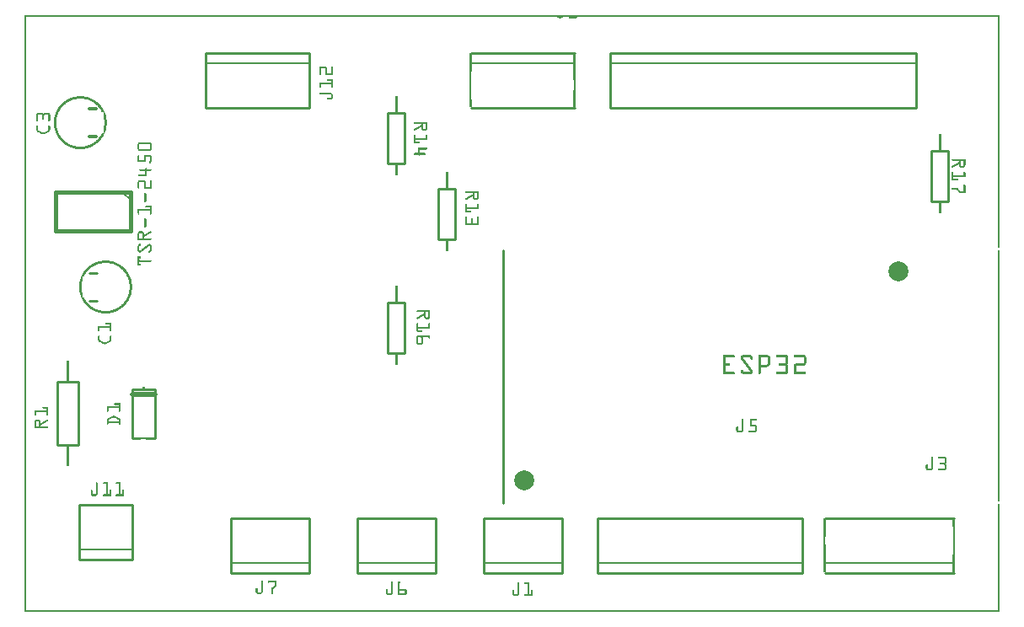
<source format=gto>
G04 MADE WITH FRITZING*
G04 WWW.FRITZING.ORG*
G04 DOUBLE SIDED*
G04 HOLES PLATED*
G04 CONTOUR ON CENTER OF CONTOUR VECTOR*
%ASAXBY*%
%FSLAX23Y23*%
%MOIN*%
%OFA0B0*%
%SFA1.0B1.0*%
%ADD10C,0.078740*%
%ADD11C,0.015269*%
%ADD12C,0.005985*%
%ADD13C,0.011334*%
%ADD14C,0.010000*%
%ADD15C,0.020000*%
%ADD16C,0.005000*%
%ADD17C,0.011000*%
%ADD18R,0.001000X0.001000*%
%LNSILK1*%
G90*
G70*
G54D10*
X1978Y520D03*
X3455Y1348D03*
G54D11*
X420Y1662D02*
X122Y1662D01*
D02*
X122Y1662D02*
X122Y1509D01*
D02*
X122Y1509D02*
X420Y1509D01*
D02*
X420Y1509D02*
X420Y1662D01*
G54D12*
D02*
X385Y1663D02*
X420Y1631D01*
G54D13*
D02*
X1894Y432D02*
X1894Y1432D01*
G54D14*
D02*
X516Y882D02*
X516Y687D01*
D02*
X426Y687D02*
X426Y882D01*
D02*
X426Y882D02*
X516Y882D01*
G54D15*
D02*
X426Y862D02*
X516Y862D01*
G54D14*
D02*
X130Y660D02*
X130Y910D01*
D02*
X130Y910D02*
X212Y910D01*
D02*
X212Y910D02*
X212Y660D01*
D02*
X212Y660D02*
X130Y660D01*
D02*
X1504Y1974D02*
X1504Y1774D01*
D02*
X1504Y1774D02*
X1438Y1774D01*
D02*
X1438Y1774D02*
X1438Y1974D01*
D02*
X1438Y1974D02*
X1504Y1974D01*
D02*
X3654Y1824D02*
X3654Y1624D01*
D02*
X3654Y1624D02*
X3588Y1624D01*
D02*
X3588Y1624D02*
X3588Y1824D01*
D02*
X3588Y1824D02*
X3654Y1824D01*
D02*
X1704Y1674D02*
X1704Y1474D01*
D02*
X1704Y1474D02*
X1638Y1474D01*
D02*
X1638Y1474D02*
X1638Y1674D01*
D02*
X1638Y1674D02*
X1704Y1674D01*
D02*
X1504Y1224D02*
X1504Y1024D01*
D02*
X1504Y1024D02*
X1438Y1024D01*
D02*
X1438Y1024D02*
X1438Y1224D01*
D02*
X1438Y1224D02*
X1504Y1224D01*
D02*
X3076Y372D02*
X2266Y372D01*
D02*
X2266Y372D02*
X2266Y156D01*
D02*
X2266Y156D02*
X3076Y156D01*
D02*
X3076Y156D02*
X3076Y372D01*
G54D16*
D02*
X2266Y196D02*
X3076Y196D01*
G54D14*
D02*
X2126Y372D02*
X1816Y372D01*
D02*
X1816Y372D02*
X1816Y156D01*
D02*
X1816Y156D02*
X2126Y156D01*
D02*
X2126Y156D02*
X2126Y372D01*
G54D16*
D02*
X1816Y196D02*
X2126Y196D01*
G54D14*
D02*
X1126Y372D02*
X816Y372D01*
D02*
X816Y372D02*
X816Y156D01*
D02*
X816Y156D02*
X1126Y156D01*
D02*
X1126Y156D02*
X1126Y372D01*
G54D16*
D02*
X816Y196D02*
X1126Y196D01*
G54D14*
D02*
X1626Y372D02*
X1316Y372D01*
D02*
X1316Y372D02*
X1316Y156D01*
D02*
X1316Y156D02*
X1626Y156D01*
D02*
X1626Y156D02*
X1626Y372D01*
G54D16*
D02*
X1316Y196D02*
X1626Y196D01*
G54D14*
D02*
X2316Y1996D02*
X3526Y1996D01*
D02*
X3526Y1996D02*
X3526Y2212D01*
D02*
X3526Y2212D02*
X2316Y2212D01*
D02*
X2316Y2212D02*
X2316Y1996D01*
G54D16*
D02*
X3526Y2172D02*
X2316Y2172D01*
G54D14*
D02*
X717Y1996D02*
X1127Y1996D01*
D02*
X1127Y1996D02*
X1127Y2212D01*
D02*
X1127Y2212D02*
X717Y2212D01*
D02*
X717Y2212D02*
X717Y1996D01*
G54D16*
D02*
X1127Y2172D02*
X717Y2172D01*
G54D14*
D02*
X426Y424D02*
X216Y424D01*
D02*
X216Y424D02*
X216Y208D01*
D02*
X216Y208D02*
X426Y208D01*
D02*
X426Y208D02*
X426Y424D01*
G54D16*
D02*
X216Y248D02*
X426Y248D01*
G54D14*
D02*
X1766Y1996D02*
X2176Y1996D01*
D02*
X2176Y2212D02*
X1766Y2212D01*
G54D16*
D02*
X2176Y2172D02*
X1766Y2172D01*
G54D14*
D02*
X3676Y372D02*
X3166Y372D01*
D02*
X3166Y156D02*
X3676Y156D01*
G54D16*
D02*
X3166Y196D02*
X3676Y196D01*
G54D17*
X256Y1341D02*
X286Y1341D01*
D02*
X256Y1231D02*
X286Y1231D01*
D02*
G54D18*
X0Y2362D02*
X3857Y2362D01*
X0Y2361D02*
X3857Y2361D01*
X0Y2360D02*
X3857Y2360D01*
X0Y2359D02*
X3857Y2359D01*
X0Y2358D02*
X3857Y2358D01*
X0Y2357D02*
X3857Y2357D01*
X0Y2356D02*
X3857Y2356D01*
X0Y2355D02*
X3857Y2355D01*
X0Y2354D02*
X7Y2354D01*
X2108Y2354D02*
X2130Y2354D01*
X2152Y2354D02*
X2186Y2354D01*
X3850Y2354D02*
X3857Y2354D01*
X0Y2353D02*
X7Y2353D01*
X2108Y2353D02*
X2129Y2353D01*
X2152Y2353D02*
X2186Y2353D01*
X3850Y2353D02*
X3857Y2353D01*
X0Y2352D02*
X7Y2352D01*
X2110Y2352D02*
X2128Y2352D01*
X2152Y2352D02*
X2185Y2352D01*
X3850Y2352D02*
X3857Y2352D01*
X0Y2351D02*
X7Y2351D01*
X2111Y2351D02*
X2126Y2351D01*
X2152Y2351D02*
X2185Y2351D01*
X3850Y2351D02*
X3857Y2351D01*
X0Y2350D02*
X7Y2350D01*
X2114Y2350D02*
X2123Y2350D01*
X2152Y2350D02*
X2183Y2350D01*
X3850Y2350D02*
X3857Y2350D01*
X0Y2349D02*
X7Y2349D01*
X3850Y2349D02*
X3857Y2349D01*
X0Y2348D02*
X7Y2348D01*
X3850Y2348D02*
X3857Y2348D01*
X0Y2347D02*
X7Y2347D01*
X3850Y2347D02*
X3857Y2347D01*
X0Y2346D02*
X7Y2346D01*
X3850Y2346D02*
X3857Y2346D01*
X0Y2345D02*
X7Y2345D01*
X3850Y2345D02*
X3857Y2345D01*
X0Y2344D02*
X7Y2344D01*
X3850Y2344D02*
X3857Y2344D01*
X0Y2343D02*
X7Y2343D01*
X3850Y2343D02*
X3857Y2343D01*
X0Y2342D02*
X7Y2342D01*
X3850Y2342D02*
X3857Y2342D01*
X0Y2341D02*
X7Y2341D01*
X3850Y2341D02*
X3857Y2341D01*
X0Y2340D02*
X7Y2340D01*
X3850Y2340D02*
X3857Y2340D01*
X0Y2339D02*
X7Y2339D01*
X3850Y2339D02*
X3857Y2339D01*
X0Y2338D02*
X7Y2338D01*
X3850Y2338D02*
X3857Y2338D01*
X0Y2337D02*
X7Y2337D01*
X3850Y2337D02*
X3857Y2337D01*
X0Y2336D02*
X7Y2336D01*
X3850Y2336D02*
X3857Y2336D01*
X0Y2335D02*
X7Y2335D01*
X3850Y2335D02*
X3857Y2335D01*
X0Y2334D02*
X7Y2334D01*
X3850Y2334D02*
X3857Y2334D01*
X0Y2333D02*
X7Y2333D01*
X3850Y2333D02*
X3857Y2333D01*
X0Y2332D02*
X7Y2332D01*
X3850Y2332D02*
X3857Y2332D01*
X0Y2331D02*
X7Y2331D01*
X3850Y2331D02*
X3857Y2331D01*
X0Y2330D02*
X7Y2330D01*
X3850Y2330D02*
X3857Y2330D01*
X0Y2329D02*
X7Y2329D01*
X3850Y2329D02*
X3857Y2329D01*
X0Y2328D02*
X7Y2328D01*
X3850Y2328D02*
X3857Y2328D01*
X0Y2327D02*
X7Y2327D01*
X3850Y2327D02*
X3857Y2327D01*
X0Y2326D02*
X7Y2326D01*
X3850Y2326D02*
X3857Y2326D01*
X0Y2325D02*
X7Y2325D01*
X3850Y2325D02*
X3857Y2325D01*
X0Y2324D02*
X7Y2324D01*
X3850Y2324D02*
X3857Y2324D01*
X0Y2323D02*
X7Y2323D01*
X3850Y2323D02*
X3857Y2323D01*
X0Y2322D02*
X7Y2322D01*
X3850Y2322D02*
X3857Y2322D01*
X0Y2321D02*
X7Y2321D01*
X3850Y2321D02*
X3857Y2321D01*
X0Y2320D02*
X7Y2320D01*
X3850Y2320D02*
X3857Y2320D01*
X0Y2319D02*
X7Y2319D01*
X3850Y2319D02*
X3857Y2319D01*
X0Y2318D02*
X7Y2318D01*
X3850Y2318D02*
X3857Y2318D01*
X0Y2317D02*
X7Y2317D01*
X3850Y2317D02*
X3857Y2317D01*
X0Y2316D02*
X7Y2316D01*
X3850Y2316D02*
X3857Y2316D01*
X0Y2315D02*
X7Y2315D01*
X3850Y2315D02*
X3857Y2315D01*
X0Y2314D02*
X7Y2314D01*
X3850Y2314D02*
X3857Y2314D01*
X0Y2313D02*
X7Y2313D01*
X3850Y2313D02*
X3857Y2313D01*
X0Y2312D02*
X7Y2312D01*
X3850Y2312D02*
X3857Y2312D01*
X0Y2311D02*
X7Y2311D01*
X3850Y2311D02*
X3857Y2311D01*
X0Y2310D02*
X7Y2310D01*
X3850Y2310D02*
X3857Y2310D01*
X0Y2309D02*
X7Y2309D01*
X3850Y2309D02*
X3857Y2309D01*
X0Y2308D02*
X7Y2308D01*
X3850Y2308D02*
X3857Y2308D01*
X0Y2307D02*
X7Y2307D01*
X3850Y2307D02*
X3857Y2307D01*
X0Y2306D02*
X7Y2306D01*
X3850Y2306D02*
X3857Y2306D01*
X0Y2305D02*
X7Y2305D01*
X3850Y2305D02*
X3857Y2305D01*
X0Y2304D02*
X7Y2304D01*
X3850Y2304D02*
X3857Y2304D01*
X0Y2303D02*
X7Y2303D01*
X3850Y2303D02*
X3857Y2303D01*
X0Y2302D02*
X7Y2302D01*
X3850Y2302D02*
X3857Y2302D01*
X0Y2301D02*
X7Y2301D01*
X3850Y2301D02*
X3857Y2301D01*
X0Y2300D02*
X7Y2300D01*
X3850Y2300D02*
X3857Y2300D01*
X0Y2299D02*
X7Y2299D01*
X3850Y2299D02*
X3857Y2299D01*
X0Y2298D02*
X7Y2298D01*
X3850Y2298D02*
X3857Y2298D01*
X0Y2297D02*
X7Y2297D01*
X3850Y2297D02*
X3857Y2297D01*
X0Y2296D02*
X7Y2296D01*
X3850Y2296D02*
X3857Y2296D01*
X0Y2295D02*
X7Y2295D01*
X3850Y2295D02*
X3857Y2295D01*
X0Y2294D02*
X7Y2294D01*
X3850Y2294D02*
X3857Y2294D01*
X0Y2293D02*
X7Y2293D01*
X3850Y2293D02*
X3857Y2293D01*
X0Y2292D02*
X7Y2292D01*
X3850Y2292D02*
X3857Y2292D01*
X0Y2291D02*
X7Y2291D01*
X3850Y2291D02*
X3857Y2291D01*
X0Y2290D02*
X7Y2290D01*
X3850Y2290D02*
X3857Y2290D01*
X0Y2289D02*
X7Y2289D01*
X3850Y2289D02*
X3857Y2289D01*
X0Y2288D02*
X7Y2288D01*
X3850Y2288D02*
X3857Y2288D01*
X0Y2287D02*
X7Y2287D01*
X3850Y2287D02*
X3857Y2287D01*
X0Y2286D02*
X7Y2286D01*
X3850Y2286D02*
X3857Y2286D01*
X0Y2285D02*
X7Y2285D01*
X3850Y2285D02*
X3857Y2285D01*
X0Y2284D02*
X7Y2284D01*
X3850Y2284D02*
X3857Y2284D01*
X0Y2283D02*
X7Y2283D01*
X3850Y2283D02*
X3857Y2283D01*
X0Y2282D02*
X7Y2282D01*
X3850Y2282D02*
X3857Y2282D01*
X0Y2281D02*
X7Y2281D01*
X3850Y2281D02*
X3857Y2281D01*
X0Y2280D02*
X7Y2280D01*
X3850Y2280D02*
X3857Y2280D01*
X0Y2279D02*
X7Y2279D01*
X3850Y2279D02*
X3857Y2279D01*
X0Y2278D02*
X7Y2278D01*
X3850Y2278D02*
X3857Y2278D01*
X0Y2277D02*
X7Y2277D01*
X3850Y2277D02*
X3857Y2277D01*
X0Y2276D02*
X7Y2276D01*
X3850Y2276D02*
X3857Y2276D01*
X0Y2275D02*
X7Y2275D01*
X3850Y2275D02*
X3857Y2275D01*
X0Y2274D02*
X7Y2274D01*
X3850Y2274D02*
X3857Y2274D01*
X0Y2273D02*
X7Y2273D01*
X3850Y2273D02*
X3857Y2273D01*
X0Y2272D02*
X7Y2272D01*
X3850Y2272D02*
X3857Y2272D01*
X0Y2271D02*
X7Y2271D01*
X3850Y2271D02*
X3857Y2271D01*
X0Y2270D02*
X7Y2270D01*
X3850Y2270D02*
X3857Y2270D01*
X0Y2269D02*
X7Y2269D01*
X3850Y2269D02*
X3857Y2269D01*
X0Y2268D02*
X7Y2268D01*
X3850Y2268D02*
X3857Y2268D01*
X0Y2267D02*
X7Y2267D01*
X3850Y2267D02*
X3857Y2267D01*
X0Y2266D02*
X7Y2266D01*
X3850Y2266D02*
X3857Y2266D01*
X0Y2265D02*
X7Y2265D01*
X3850Y2265D02*
X3857Y2265D01*
X0Y2264D02*
X7Y2264D01*
X3850Y2264D02*
X3857Y2264D01*
X0Y2263D02*
X7Y2263D01*
X3850Y2263D02*
X3857Y2263D01*
X0Y2262D02*
X7Y2262D01*
X3850Y2262D02*
X3857Y2262D01*
X0Y2261D02*
X7Y2261D01*
X3850Y2261D02*
X3857Y2261D01*
X0Y2260D02*
X7Y2260D01*
X3850Y2260D02*
X3857Y2260D01*
X0Y2259D02*
X7Y2259D01*
X3850Y2259D02*
X3857Y2259D01*
X0Y2258D02*
X7Y2258D01*
X3850Y2258D02*
X3857Y2258D01*
X0Y2257D02*
X7Y2257D01*
X3850Y2257D02*
X3857Y2257D01*
X0Y2256D02*
X7Y2256D01*
X3850Y2256D02*
X3857Y2256D01*
X0Y2255D02*
X7Y2255D01*
X3850Y2255D02*
X3857Y2255D01*
X0Y2254D02*
X7Y2254D01*
X3850Y2254D02*
X3857Y2254D01*
X0Y2253D02*
X7Y2253D01*
X3850Y2253D02*
X3857Y2253D01*
X0Y2252D02*
X7Y2252D01*
X3850Y2252D02*
X3857Y2252D01*
X0Y2251D02*
X7Y2251D01*
X3850Y2251D02*
X3857Y2251D01*
X0Y2250D02*
X7Y2250D01*
X3850Y2250D02*
X3857Y2250D01*
X0Y2249D02*
X7Y2249D01*
X3850Y2249D02*
X3857Y2249D01*
X0Y2248D02*
X7Y2248D01*
X3850Y2248D02*
X3857Y2248D01*
X0Y2247D02*
X7Y2247D01*
X3850Y2247D02*
X3857Y2247D01*
X0Y2246D02*
X7Y2246D01*
X3850Y2246D02*
X3857Y2246D01*
X0Y2245D02*
X7Y2245D01*
X3850Y2245D02*
X3857Y2245D01*
X0Y2244D02*
X7Y2244D01*
X3850Y2244D02*
X3857Y2244D01*
X0Y2243D02*
X7Y2243D01*
X3850Y2243D02*
X3857Y2243D01*
X0Y2242D02*
X7Y2242D01*
X3850Y2242D02*
X3857Y2242D01*
X0Y2241D02*
X7Y2241D01*
X3850Y2241D02*
X3857Y2241D01*
X0Y2240D02*
X7Y2240D01*
X3850Y2240D02*
X3857Y2240D01*
X0Y2239D02*
X7Y2239D01*
X3850Y2239D02*
X3857Y2239D01*
X0Y2238D02*
X7Y2238D01*
X3850Y2238D02*
X3857Y2238D01*
X0Y2237D02*
X7Y2237D01*
X3850Y2237D02*
X3857Y2237D01*
X0Y2236D02*
X7Y2236D01*
X3850Y2236D02*
X3857Y2236D01*
X0Y2235D02*
X7Y2235D01*
X3850Y2235D02*
X3857Y2235D01*
X0Y2234D02*
X7Y2234D01*
X3850Y2234D02*
X3857Y2234D01*
X0Y2233D02*
X7Y2233D01*
X3850Y2233D02*
X3857Y2233D01*
X0Y2232D02*
X7Y2232D01*
X3850Y2232D02*
X3857Y2232D01*
X0Y2231D02*
X7Y2231D01*
X3850Y2231D02*
X3857Y2231D01*
X0Y2230D02*
X7Y2230D01*
X3850Y2230D02*
X3857Y2230D01*
X0Y2229D02*
X7Y2229D01*
X3850Y2229D02*
X3857Y2229D01*
X0Y2228D02*
X7Y2228D01*
X3850Y2228D02*
X3857Y2228D01*
X0Y2227D02*
X7Y2227D01*
X3850Y2227D02*
X3857Y2227D01*
X0Y2226D02*
X7Y2226D01*
X3850Y2226D02*
X3857Y2226D01*
X0Y2225D02*
X7Y2225D01*
X3850Y2225D02*
X3857Y2225D01*
X0Y2224D02*
X7Y2224D01*
X3850Y2224D02*
X3857Y2224D01*
X0Y2223D02*
X7Y2223D01*
X3850Y2223D02*
X3857Y2223D01*
X0Y2222D02*
X7Y2222D01*
X3850Y2222D02*
X3857Y2222D01*
X0Y2221D02*
X7Y2221D01*
X3850Y2221D02*
X3857Y2221D01*
X0Y2220D02*
X7Y2220D01*
X3850Y2220D02*
X3857Y2220D01*
X0Y2219D02*
X7Y2219D01*
X3850Y2219D02*
X3857Y2219D01*
X0Y2218D02*
X7Y2218D01*
X3850Y2218D02*
X3857Y2218D01*
X0Y2217D02*
X7Y2217D01*
X3850Y2217D02*
X3857Y2217D01*
X0Y2216D02*
X7Y2216D01*
X3850Y2216D02*
X3857Y2216D01*
X0Y2215D02*
X7Y2215D01*
X3850Y2215D02*
X3857Y2215D01*
X0Y2214D02*
X7Y2214D01*
X3850Y2214D02*
X3857Y2214D01*
X0Y2213D02*
X7Y2213D01*
X3850Y2213D02*
X3857Y2213D01*
X0Y2212D02*
X7Y2212D01*
X1761Y2212D02*
X1770Y2212D01*
X2171Y2212D02*
X2180Y2212D01*
X3850Y2212D02*
X3857Y2212D01*
X0Y2211D02*
X7Y2211D01*
X1761Y2211D02*
X1770Y2211D01*
X2171Y2211D02*
X2180Y2211D01*
X3850Y2211D02*
X3857Y2211D01*
X0Y2210D02*
X7Y2210D01*
X1761Y2210D02*
X1770Y2210D01*
X2171Y2210D02*
X2180Y2210D01*
X3850Y2210D02*
X3857Y2210D01*
X0Y2209D02*
X7Y2209D01*
X1761Y2209D02*
X1770Y2209D01*
X2171Y2209D02*
X2180Y2209D01*
X3850Y2209D02*
X3857Y2209D01*
X0Y2208D02*
X7Y2208D01*
X1761Y2208D02*
X1770Y2208D01*
X2171Y2208D02*
X2180Y2208D01*
X3850Y2208D02*
X3857Y2208D01*
X0Y2207D02*
X7Y2207D01*
X1761Y2207D02*
X1770Y2207D01*
X2171Y2207D02*
X2180Y2207D01*
X3850Y2207D02*
X3857Y2207D01*
X0Y2206D02*
X7Y2206D01*
X1761Y2206D02*
X1770Y2206D01*
X2171Y2206D02*
X2180Y2206D01*
X3850Y2206D02*
X3857Y2206D01*
X0Y2205D02*
X7Y2205D01*
X1761Y2205D02*
X1770Y2205D01*
X2171Y2205D02*
X2180Y2205D01*
X3850Y2205D02*
X3857Y2205D01*
X0Y2204D02*
X7Y2204D01*
X1761Y2204D02*
X1770Y2204D01*
X2171Y2204D02*
X2180Y2204D01*
X3850Y2204D02*
X3857Y2204D01*
X0Y2203D02*
X7Y2203D01*
X1761Y2203D02*
X1770Y2203D01*
X2171Y2203D02*
X2180Y2203D01*
X3850Y2203D02*
X3857Y2203D01*
X0Y2202D02*
X7Y2202D01*
X1761Y2202D02*
X1770Y2202D01*
X2171Y2202D02*
X2180Y2202D01*
X3850Y2202D02*
X3857Y2202D01*
X0Y2201D02*
X7Y2201D01*
X1761Y2201D02*
X1770Y2201D01*
X2171Y2201D02*
X2180Y2201D01*
X3850Y2201D02*
X3857Y2201D01*
X0Y2200D02*
X7Y2200D01*
X1761Y2200D02*
X1770Y2200D01*
X2171Y2200D02*
X2180Y2200D01*
X3850Y2200D02*
X3857Y2200D01*
X0Y2199D02*
X7Y2199D01*
X1761Y2199D02*
X1770Y2199D01*
X2171Y2199D02*
X2180Y2199D01*
X3850Y2199D02*
X3857Y2199D01*
X0Y2198D02*
X7Y2198D01*
X1761Y2198D02*
X1770Y2198D01*
X2171Y2198D02*
X2180Y2198D01*
X3850Y2198D02*
X3857Y2198D01*
X0Y2197D02*
X7Y2197D01*
X1761Y2197D02*
X1770Y2197D01*
X2171Y2197D02*
X2180Y2197D01*
X3850Y2197D02*
X3857Y2197D01*
X0Y2196D02*
X7Y2196D01*
X1761Y2196D02*
X1770Y2196D01*
X2171Y2196D02*
X2180Y2196D01*
X3850Y2196D02*
X3857Y2196D01*
X0Y2195D02*
X7Y2195D01*
X1761Y2195D02*
X1770Y2195D01*
X2171Y2195D02*
X2180Y2195D01*
X3850Y2195D02*
X3857Y2195D01*
X0Y2194D02*
X7Y2194D01*
X1761Y2194D02*
X1770Y2194D01*
X2171Y2194D02*
X2180Y2194D01*
X3850Y2194D02*
X3857Y2194D01*
X0Y2193D02*
X7Y2193D01*
X1761Y2193D02*
X1770Y2193D01*
X2171Y2193D02*
X2180Y2193D01*
X3850Y2193D02*
X3857Y2193D01*
X0Y2192D02*
X7Y2192D01*
X1761Y2192D02*
X1770Y2192D01*
X2171Y2192D02*
X2180Y2192D01*
X3850Y2192D02*
X3857Y2192D01*
X0Y2191D02*
X7Y2191D01*
X1761Y2191D02*
X1770Y2191D01*
X2171Y2191D02*
X2180Y2191D01*
X3850Y2191D02*
X3857Y2191D01*
X0Y2190D02*
X7Y2190D01*
X1761Y2190D02*
X1770Y2190D01*
X2171Y2190D02*
X2180Y2190D01*
X3850Y2190D02*
X3857Y2190D01*
X0Y2189D02*
X7Y2189D01*
X1761Y2189D02*
X1770Y2189D01*
X2171Y2189D02*
X2180Y2189D01*
X3850Y2189D02*
X3857Y2189D01*
X0Y2188D02*
X7Y2188D01*
X1761Y2188D02*
X1770Y2188D01*
X2171Y2188D02*
X2180Y2188D01*
X3850Y2188D02*
X3857Y2188D01*
X0Y2187D02*
X7Y2187D01*
X1761Y2187D02*
X1770Y2187D01*
X2171Y2187D02*
X2180Y2187D01*
X3850Y2187D02*
X3857Y2187D01*
X0Y2186D02*
X7Y2186D01*
X1761Y2186D02*
X1770Y2186D01*
X2171Y2186D02*
X2180Y2186D01*
X3850Y2186D02*
X3857Y2186D01*
X0Y2185D02*
X7Y2185D01*
X1761Y2185D02*
X1770Y2185D01*
X2171Y2185D02*
X2180Y2185D01*
X3850Y2185D02*
X3857Y2185D01*
X0Y2184D02*
X7Y2184D01*
X1761Y2184D02*
X1770Y2184D01*
X2171Y2184D02*
X2180Y2184D01*
X3850Y2184D02*
X3857Y2184D01*
X0Y2183D02*
X7Y2183D01*
X1761Y2183D02*
X1770Y2183D01*
X2171Y2183D02*
X2180Y2183D01*
X3850Y2183D02*
X3857Y2183D01*
X0Y2182D02*
X7Y2182D01*
X1761Y2182D02*
X1770Y2182D01*
X2171Y2182D02*
X2180Y2182D01*
X3850Y2182D02*
X3857Y2182D01*
X0Y2181D02*
X7Y2181D01*
X1761Y2181D02*
X1770Y2181D01*
X2171Y2181D02*
X2180Y2181D01*
X3850Y2181D02*
X3857Y2181D01*
X0Y2180D02*
X7Y2180D01*
X1761Y2180D02*
X1770Y2180D01*
X2171Y2180D02*
X2180Y2180D01*
X3850Y2180D02*
X3857Y2180D01*
X0Y2179D02*
X7Y2179D01*
X1761Y2179D02*
X1770Y2179D01*
X2171Y2179D02*
X2180Y2179D01*
X3850Y2179D02*
X3857Y2179D01*
X0Y2178D02*
X7Y2178D01*
X1761Y2178D02*
X1770Y2178D01*
X2171Y2178D02*
X2180Y2178D01*
X3850Y2178D02*
X3857Y2178D01*
X0Y2177D02*
X7Y2177D01*
X1761Y2177D02*
X1770Y2177D01*
X2171Y2177D02*
X2180Y2177D01*
X3850Y2177D02*
X3857Y2177D01*
X0Y2176D02*
X7Y2176D01*
X1761Y2176D02*
X1770Y2176D01*
X2171Y2176D02*
X2180Y2176D01*
X3850Y2176D02*
X3857Y2176D01*
X0Y2175D02*
X7Y2175D01*
X1761Y2175D02*
X1770Y2175D01*
X2171Y2175D02*
X2180Y2175D01*
X3850Y2175D02*
X3857Y2175D01*
X0Y2174D02*
X7Y2174D01*
X1761Y2174D02*
X1770Y2174D01*
X2171Y2174D02*
X2180Y2174D01*
X3850Y2174D02*
X3857Y2174D01*
X0Y2173D02*
X7Y2173D01*
X1761Y2173D02*
X1770Y2173D01*
X2171Y2173D02*
X2180Y2173D01*
X3850Y2173D02*
X3857Y2173D01*
X0Y2172D02*
X7Y2172D01*
X1761Y2172D02*
X1770Y2172D01*
X2171Y2172D02*
X2180Y2172D01*
X3850Y2172D02*
X3857Y2172D01*
X0Y2171D02*
X7Y2171D01*
X1761Y2171D02*
X1770Y2171D01*
X2171Y2171D02*
X2180Y2171D01*
X3850Y2171D02*
X3857Y2171D01*
X0Y2170D02*
X7Y2170D01*
X1761Y2170D02*
X1770Y2170D01*
X2171Y2170D02*
X2180Y2170D01*
X3850Y2170D02*
X3857Y2170D01*
X0Y2169D02*
X7Y2169D01*
X1761Y2169D02*
X1770Y2169D01*
X2171Y2169D02*
X2180Y2169D01*
X3850Y2169D02*
X3857Y2169D01*
X0Y2168D02*
X7Y2168D01*
X1761Y2168D02*
X1770Y2168D01*
X2171Y2168D02*
X2180Y2168D01*
X3850Y2168D02*
X3857Y2168D01*
X0Y2167D02*
X7Y2167D01*
X1761Y2167D02*
X1770Y2167D01*
X2171Y2167D02*
X2180Y2167D01*
X3850Y2167D02*
X3857Y2167D01*
X0Y2166D02*
X7Y2166D01*
X1761Y2166D02*
X1770Y2166D01*
X2171Y2166D02*
X2180Y2166D01*
X3850Y2166D02*
X3857Y2166D01*
X0Y2165D02*
X7Y2165D01*
X1761Y2165D02*
X1770Y2165D01*
X2171Y2165D02*
X2180Y2165D01*
X3850Y2165D02*
X3857Y2165D01*
X0Y2164D02*
X7Y2164D01*
X1761Y2164D02*
X1770Y2164D01*
X2171Y2164D02*
X2180Y2164D01*
X3850Y2164D02*
X3857Y2164D01*
X0Y2163D02*
X7Y2163D01*
X1761Y2163D02*
X1770Y2163D01*
X2171Y2163D02*
X2180Y2163D01*
X3850Y2163D02*
X3857Y2163D01*
X0Y2162D02*
X7Y2162D01*
X1761Y2162D02*
X1770Y2162D01*
X2171Y2162D02*
X2180Y2162D01*
X3850Y2162D02*
X3857Y2162D01*
X0Y2161D02*
X7Y2161D01*
X1761Y2161D02*
X1770Y2161D01*
X2171Y2161D02*
X2180Y2161D01*
X3850Y2161D02*
X3857Y2161D01*
X0Y2160D02*
X7Y2160D01*
X1761Y2160D02*
X1770Y2160D01*
X2171Y2160D02*
X2180Y2160D01*
X3850Y2160D02*
X3857Y2160D01*
X0Y2159D02*
X7Y2159D01*
X1761Y2159D02*
X1770Y2159D01*
X2171Y2159D02*
X2180Y2159D01*
X3850Y2159D02*
X3857Y2159D01*
X0Y2158D02*
X7Y2158D01*
X1761Y2158D02*
X1770Y2158D01*
X2171Y2158D02*
X2180Y2158D01*
X3850Y2158D02*
X3857Y2158D01*
X0Y2157D02*
X7Y2157D01*
X1170Y2157D02*
X1192Y2157D01*
X1214Y2157D02*
X1218Y2157D01*
X1761Y2157D02*
X1770Y2157D01*
X2171Y2157D02*
X2180Y2157D01*
X3850Y2157D02*
X3857Y2157D01*
X0Y2156D02*
X7Y2156D01*
X1168Y2156D02*
X1193Y2156D01*
X1214Y2156D02*
X1219Y2156D01*
X1761Y2156D02*
X1770Y2156D01*
X2171Y2156D02*
X2180Y2156D01*
X3850Y2156D02*
X3857Y2156D01*
X0Y2155D02*
X7Y2155D01*
X1167Y2155D02*
X1194Y2155D01*
X1213Y2155D02*
X1219Y2155D01*
X1761Y2155D02*
X1770Y2155D01*
X2171Y2155D02*
X2180Y2155D01*
X3850Y2155D02*
X3857Y2155D01*
X0Y2154D02*
X7Y2154D01*
X1167Y2154D02*
X1195Y2154D01*
X1213Y2154D02*
X1219Y2154D01*
X1761Y2154D02*
X1770Y2154D01*
X2171Y2154D02*
X2180Y2154D01*
X3850Y2154D02*
X3857Y2154D01*
X0Y2153D02*
X7Y2153D01*
X1166Y2153D02*
X1195Y2153D01*
X1213Y2153D02*
X1219Y2153D01*
X1761Y2153D02*
X1770Y2153D01*
X2171Y2153D02*
X2180Y2153D01*
X3850Y2153D02*
X3857Y2153D01*
X0Y2152D02*
X7Y2152D01*
X1166Y2152D02*
X1195Y2152D01*
X1213Y2152D02*
X1219Y2152D01*
X1761Y2152D02*
X1770Y2152D01*
X2171Y2152D02*
X2180Y2152D01*
X3850Y2152D02*
X3857Y2152D01*
X0Y2151D02*
X7Y2151D01*
X1166Y2151D02*
X1196Y2151D01*
X1213Y2151D02*
X1219Y2151D01*
X1761Y2151D02*
X1770Y2151D01*
X2171Y2151D02*
X2180Y2151D01*
X3850Y2151D02*
X3857Y2151D01*
X0Y2150D02*
X7Y2150D01*
X1166Y2150D02*
X1172Y2150D01*
X1190Y2150D02*
X1196Y2150D01*
X1213Y2150D02*
X1219Y2150D01*
X1761Y2150D02*
X1770Y2150D01*
X2171Y2150D02*
X2180Y2150D01*
X3850Y2150D02*
X3857Y2150D01*
X0Y2149D02*
X7Y2149D01*
X1166Y2149D02*
X1172Y2149D01*
X1190Y2149D02*
X1196Y2149D01*
X1213Y2149D02*
X1219Y2149D01*
X1761Y2149D02*
X1770Y2149D01*
X2171Y2149D02*
X2180Y2149D01*
X3850Y2149D02*
X3857Y2149D01*
X0Y2148D02*
X7Y2148D01*
X1166Y2148D02*
X1172Y2148D01*
X1190Y2148D02*
X1196Y2148D01*
X1213Y2148D02*
X1219Y2148D01*
X1761Y2148D02*
X1770Y2148D01*
X2171Y2148D02*
X2180Y2148D01*
X3850Y2148D02*
X3857Y2148D01*
X0Y2147D02*
X7Y2147D01*
X1166Y2147D02*
X1172Y2147D01*
X1190Y2147D02*
X1196Y2147D01*
X1213Y2147D02*
X1219Y2147D01*
X1761Y2147D02*
X1770Y2147D01*
X2171Y2147D02*
X2180Y2147D01*
X3850Y2147D02*
X3857Y2147D01*
X0Y2146D02*
X7Y2146D01*
X1166Y2146D02*
X1172Y2146D01*
X1190Y2146D02*
X1196Y2146D01*
X1213Y2146D02*
X1219Y2146D01*
X1761Y2146D02*
X1770Y2146D01*
X2171Y2146D02*
X2180Y2146D01*
X3850Y2146D02*
X3857Y2146D01*
X0Y2145D02*
X7Y2145D01*
X1166Y2145D02*
X1172Y2145D01*
X1190Y2145D02*
X1196Y2145D01*
X1213Y2145D02*
X1219Y2145D01*
X1761Y2145D02*
X1770Y2145D01*
X2171Y2145D02*
X2180Y2145D01*
X3850Y2145D02*
X3857Y2145D01*
X0Y2144D02*
X7Y2144D01*
X1166Y2144D02*
X1172Y2144D01*
X1190Y2144D02*
X1196Y2144D01*
X1213Y2144D02*
X1219Y2144D01*
X1761Y2144D02*
X1770Y2144D01*
X2171Y2144D02*
X2180Y2144D01*
X3850Y2144D02*
X3857Y2144D01*
X0Y2143D02*
X7Y2143D01*
X1166Y2143D02*
X1172Y2143D01*
X1190Y2143D02*
X1196Y2143D01*
X1213Y2143D02*
X1219Y2143D01*
X1761Y2143D02*
X1770Y2143D01*
X2171Y2143D02*
X2180Y2143D01*
X3850Y2143D02*
X3857Y2143D01*
X0Y2142D02*
X7Y2142D01*
X1166Y2142D02*
X1172Y2142D01*
X1190Y2142D02*
X1196Y2142D01*
X1213Y2142D02*
X1219Y2142D01*
X1761Y2142D02*
X1770Y2142D01*
X2171Y2142D02*
X2180Y2142D01*
X3850Y2142D02*
X3857Y2142D01*
X0Y2141D02*
X7Y2141D01*
X1166Y2141D02*
X1172Y2141D01*
X1190Y2141D02*
X1196Y2141D01*
X1213Y2141D02*
X1219Y2141D01*
X1761Y2141D02*
X1770Y2141D01*
X2171Y2141D02*
X2180Y2141D01*
X3850Y2141D02*
X3857Y2141D01*
X0Y2140D02*
X7Y2140D01*
X1166Y2140D02*
X1172Y2140D01*
X1190Y2140D02*
X1196Y2140D01*
X1213Y2140D02*
X1219Y2140D01*
X1761Y2140D02*
X1770Y2140D01*
X2171Y2140D02*
X2180Y2140D01*
X3850Y2140D02*
X3857Y2140D01*
X0Y2139D02*
X7Y2139D01*
X1166Y2139D02*
X1172Y2139D01*
X1190Y2139D02*
X1196Y2139D01*
X1213Y2139D02*
X1219Y2139D01*
X1761Y2139D02*
X1770Y2139D01*
X2171Y2139D02*
X2180Y2139D01*
X3850Y2139D02*
X3857Y2139D01*
X0Y2138D02*
X7Y2138D01*
X1166Y2138D02*
X1172Y2138D01*
X1190Y2138D02*
X1196Y2138D01*
X1213Y2138D02*
X1219Y2138D01*
X1761Y2138D02*
X1766Y2138D01*
X2171Y2138D02*
X2180Y2138D01*
X3850Y2138D02*
X3857Y2138D01*
X0Y2137D02*
X7Y2137D01*
X1166Y2137D02*
X1172Y2137D01*
X1190Y2137D02*
X1196Y2137D01*
X1213Y2137D02*
X1219Y2137D01*
X1761Y2137D02*
X1766Y2137D01*
X2171Y2137D02*
X2180Y2137D01*
X3850Y2137D02*
X3857Y2137D01*
X0Y2136D02*
X7Y2136D01*
X1166Y2136D02*
X1172Y2136D01*
X1190Y2136D02*
X1196Y2136D01*
X1213Y2136D02*
X1219Y2136D01*
X1761Y2136D02*
X1766Y2136D01*
X2171Y2136D02*
X2180Y2136D01*
X3850Y2136D02*
X3857Y2136D01*
X0Y2135D02*
X7Y2135D01*
X1166Y2135D02*
X1172Y2135D01*
X1190Y2135D02*
X1196Y2135D01*
X1213Y2135D02*
X1219Y2135D01*
X1761Y2135D02*
X1766Y2135D01*
X2171Y2135D02*
X2180Y2135D01*
X3850Y2135D02*
X3857Y2135D01*
X0Y2134D02*
X7Y2134D01*
X1166Y2134D02*
X1172Y2134D01*
X1190Y2134D02*
X1196Y2134D01*
X1213Y2134D02*
X1219Y2134D01*
X1761Y2134D02*
X1766Y2134D01*
X2171Y2134D02*
X2180Y2134D01*
X3850Y2134D02*
X3857Y2134D01*
X0Y2133D02*
X7Y2133D01*
X1166Y2133D02*
X1172Y2133D01*
X1190Y2133D02*
X1196Y2133D01*
X1213Y2133D02*
X1219Y2133D01*
X1761Y2133D02*
X1766Y2133D01*
X2171Y2133D02*
X2180Y2133D01*
X3850Y2133D02*
X3857Y2133D01*
X0Y2132D02*
X7Y2132D01*
X1166Y2132D02*
X1172Y2132D01*
X1190Y2132D02*
X1196Y2132D01*
X1213Y2132D02*
X1219Y2132D01*
X1761Y2132D02*
X1766Y2132D01*
X2171Y2132D02*
X2180Y2132D01*
X3850Y2132D02*
X3857Y2132D01*
X0Y2131D02*
X7Y2131D01*
X1166Y2131D02*
X1172Y2131D01*
X1190Y2131D02*
X1196Y2131D01*
X1213Y2131D02*
X1219Y2131D01*
X1761Y2131D02*
X1766Y2131D01*
X2171Y2131D02*
X2180Y2131D01*
X3850Y2131D02*
X3857Y2131D01*
X0Y2130D02*
X7Y2130D01*
X1166Y2130D02*
X1172Y2130D01*
X1190Y2130D02*
X1219Y2130D01*
X1761Y2130D02*
X1766Y2130D01*
X2171Y2130D02*
X2180Y2130D01*
X3850Y2130D02*
X3857Y2130D01*
X0Y2129D02*
X7Y2129D01*
X1166Y2129D02*
X1172Y2129D01*
X1190Y2129D02*
X1219Y2129D01*
X1761Y2129D02*
X1766Y2129D01*
X2171Y2129D02*
X2180Y2129D01*
X3850Y2129D02*
X3857Y2129D01*
X0Y2128D02*
X7Y2128D01*
X1166Y2128D02*
X1172Y2128D01*
X1190Y2128D02*
X1219Y2128D01*
X1761Y2128D02*
X1766Y2128D01*
X2171Y2128D02*
X2180Y2128D01*
X3850Y2128D02*
X3857Y2128D01*
X0Y2127D02*
X7Y2127D01*
X1166Y2127D02*
X1172Y2127D01*
X1191Y2127D02*
X1219Y2127D01*
X1761Y2127D02*
X1766Y2127D01*
X2171Y2127D02*
X2180Y2127D01*
X3850Y2127D02*
X3857Y2127D01*
X0Y2126D02*
X7Y2126D01*
X1166Y2126D02*
X1172Y2126D01*
X1191Y2126D02*
X1219Y2126D01*
X1761Y2126D02*
X1766Y2126D01*
X2171Y2126D02*
X2180Y2126D01*
X3850Y2126D02*
X3857Y2126D01*
X0Y2125D02*
X7Y2125D01*
X1167Y2125D02*
X1171Y2125D01*
X1192Y2125D02*
X1219Y2125D01*
X1761Y2125D02*
X1766Y2125D01*
X2171Y2125D02*
X2180Y2125D01*
X3850Y2125D02*
X3857Y2125D01*
X0Y2124D02*
X7Y2124D01*
X1168Y2124D02*
X1171Y2124D01*
X1194Y2124D02*
X1219Y2124D01*
X1761Y2124D02*
X1766Y2124D01*
X2171Y2124D02*
X2180Y2124D01*
X3850Y2124D02*
X3857Y2124D01*
X0Y2123D02*
X7Y2123D01*
X1761Y2123D02*
X1766Y2123D01*
X2171Y2123D02*
X2180Y2123D01*
X3850Y2123D02*
X3857Y2123D01*
X0Y2122D02*
X7Y2122D01*
X1761Y2122D02*
X1766Y2122D01*
X2171Y2122D02*
X2180Y2122D01*
X3850Y2122D02*
X3857Y2122D01*
X0Y2121D02*
X7Y2121D01*
X1761Y2121D02*
X1766Y2121D01*
X2171Y2121D02*
X2180Y2121D01*
X3850Y2121D02*
X3857Y2121D01*
X0Y2120D02*
X7Y2120D01*
X1761Y2120D02*
X1766Y2120D01*
X2171Y2120D02*
X2180Y2120D01*
X3850Y2120D02*
X3857Y2120D01*
X0Y2119D02*
X7Y2119D01*
X1761Y2119D02*
X1766Y2119D01*
X2171Y2119D02*
X2180Y2119D01*
X3850Y2119D02*
X3857Y2119D01*
X0Y2118D02*
X7Y2118D01*
X1761Y2118D02*
X1766Y2118D01*
X2171Y2118D02*
X2180Y2118D01*
X3850Y2118D02*
X3857Y2118D01*
X0Y2117D02*
X7Y2117D01*
X1761Y2117D02*
X1766Y2117D01*
X2171Y2117D02*
X2180Y2117D01*
X3850Y2117D02*
X3857Y2117D01*
X0Y2116D02*
X7Y2116D01*
X1761Y2116D02*
X1766Y2116D01*
X2171Y2116D02*
X2180Y2116D01*
X3850Y2116D02*
X3857Y2116D01*
X0Y2115D02*
X7Y2115D01*
X1761Y2115D02*
X1766Y2115D01*
X2171Y2115D02*
X2180Y2115D01*
X3850Y2115D02*
X3857Y2115D01*
X0Y2114D02*
X7Y2114D01*
X1761Y2114D02*
X1766Y2114D01*
X2171Y2114D02*
X2180Y2114D01*
X3850Y2114D02*
X3857Y2114D01*
X0Y2113D02*
X7Y2113D01*
X1761Y2113D02*
X1766Y2113D01*
X2171Y2113D02*
X2180Y2113D01*
X3850Y2113D02*
X3857Y2113D01*
X0Y2112D02*
X7Y2112D01*
X1761Y2112D02*
X1766Y2112D01*
X2171Y2112D02*
X2180Y2112D01*
X3850Y2112D02*
X3857Y2112D01*
X0Y2111D02*
X7Y2111D01*
X1761Y2111D02*
X1766Y2111D01*
X2171Y2111D02*
X2180Y2111D01*
X3850Y2111D02*
X3857Y2111D01*
X0Y2110D02*
X7Y2110D01*
X1761Y2110D02*
X1766Y2110D01*
X2171Y2110D02*
X2180Y2110D01*
X3850Y2110D02*
X3857Y2110D01*
X0Y2109D02*
X7Y2109D01*
X1761Y2109D02*
X1766Y2109D01*
X2171Y2109D02*
X2180Y2109D01*
X3850Y2109D02*
X3857Y2109D01*
X0Y2108D02*
X7Y2108D01*
X1761Y2108D02*
X1766Y2108D01*
X2171Y2108D02*
X2180Y2108D01*
X3850Y2108D02*
X3857Y2108D01*
X0Y2107D02*
X7Y2107D01*
X1197Y2107D02*
X1218Y2107D01*
X1761Y2107D02*
X1766Y2107D01*
X2171Y2107D02*
X2180Y2107D01*
X3850Y2107D02*
X3857Y2107D01*
X0Y2106D02*
X7Y2106D01*
X1196Y2106D02*
X1219Y2106D01*
X1761Y2106D02*
X1766Y2106D01*
X2171Y2106D02*
X2180Y2106D01*
X3850Y2106D02*
X3857Y2106D01*
X0Y2105D02*
X7Y2105D01*
X1196Y2105D02*
X1219Y2105D01*
X1761Y2105D02*
X1766Y2105D01*
X2171Y2105D02*
X2180Y2105D01*
X3850Y2105D02*
X3857Y2105D01*
X0Y2104D02*
X7Y2104D01*
X1196Y2104D02*
X1219Y2104D01*
X1761Y2104D02*
X1766Y2104D01*
X2172Y2104D02*
X2180Y2104D01*
X3850Y2104D02*
X3857Y2104D01*
X0Y2103D02*
X7Y2103D01*
X1196Y2103D02*
X1219Y2103D01*
X1761Y2103D02*
X1766Y2103D01*
X2172Y2103D02*
X2180Y2103D01*
X3850Y2103D02*
X3857Y2103D01*
X0Y2102D02*
X7Y2102D01*
X1196Y2102D02*
X1219Y2102D01*
X1761Y2102D02*
X1766Y2102D01*
X2172Y2102D02*
X2180Y2102D01*
X3850Y2102D02*
X3857Y2102D01*
X0Y2101D02*
X7Y2101D01*
X1198Y2101D02*
X1219Y2101D01*
X1761Y2101D02*
X1766Y2101D01*
X2173Y2101D02*
X2180Y2101D01*
X3850Y2101D02*
X3857Y2101D01*
X0Y2100D02*
X7Y2100D01*
X1213Y2100D02*
X1219Y2100D01*
X1761Y2100D02*
X1766Y2100D01*
X2173Y2100D02*
X2180Y2100D01*
X3850Y2100D02*
X3857Y2100D01*
X0Y2099D02*
X7Y2099D01*
X1213Y2099D02*
X1219Y2099D01*
X1761Y2099D02*
X1766Y2099D01*
X2173Y2099D02*
X2180Y2099D01*
X3850Y2099D02*
X3857Y2099D01*
X0Y2098D02*
X7Y2098D01*
X1213Y2098D02*
X1219Y2098D01*
X1761Y2098D02*
X1766Y2098D01*
X2174Y2098D02*
X2180Y2098D01*
X3850Y2098D02*
X3857Y2098D01*
X0Y2097D02*
X7Y2097D01*
X1213Y2097D02*
X1219Y2097D01*
X1761Y2097D02*
X1766Y2097D01*
X2174Y2097D02*
X2180Y2097D01*
X3850Y2097D02*
X3857Y2097D01*
X0Y2096D02*
X7Y2096D01*
X1213Y2096D02*
X1219Y2096D01*
X1761Y2096D02*
X1766Y2096D01*
X2174Y2096D02*
X2180Y2096D01*
X3850Y2096D02*
X3857Y2096D01*
X0Y2095D02*
X7Y2095D01*
X1213Y2095D02*
X1219Y2095D01*
X1761Y2095D02*
X1766Y2095D01*
X2174Y2095D02*
X2180Y2095D01*
X3850Y2095D02*
X3857Y2095D01*
X0Y2094D02*
X7Y2094D01*
X1213Y2094D02*
X1219Y2094D01*
X1761Y2094D02*
X1766Y2094D01*
X2175Y2094D02*
X2180Y2094D01*
X3850Y2094D02*
X3857Y2094D01*
X0Y2093D02*
X7Y2093D01*
X1166Y2093D02*
X1219Y2093D01*
X1761Y2093D02*
X1766Y2093D01*
X2175Y2093D02*
X2180Y2093D01*
X3850Y2093D02*
X3857Y2093D01*
X0Y2092D02*
X7Y2092D01*
X1166Y2092D02*
X1219Y2092D01*
X1761Y2092D02*
X1766Y2092D01*
X2175Y2092D02*
X2180Y2092D01*
X3850Y2092D02*
X3857Y2092D01*
X0Y2091D02*
X7Y2091D01*
X1166Y2091D02*
X1219Y2091D01*
X1761Y2091D02*
X1766Y2091D01*
X2175Y2091D02*
X2180Y2091D01*
X3850Y2091D02*
X3857Y2091D01*
X0Y2090D02*
X7Y2090D01*
X1166Y2090D02*
X1219Y2090D01*
X1761Y2090D02*
X1766Y2090D01*
X2175Y2090D02*
X2180Y2090D01*
X3850Y2090D02*
X3857Y2090D01*
X0Y2089D02*
X7Y2089D01*
X1166Y2089D02*
X1219Y2089D01*
X1761Y2089D02*
X1766Y2089D01*
X2175Y2089D02*
X2180Y2089D01*
X3850Y2089D02*
X3857Y2089D01*
X0Y2088D02*
X7Y2088D01*
X1166Y2088D02*
X1219Y2088D01*
X1761Y2088D02*
X1766Y2088D01*
X2175Y2088D02*
X2180Y2088D01*
X3850Y2088D02*
X3857Y2088D01*
X0Y2087D02*
X7Y2087D01*
X1166Y2087D02*
X1219Y2087D01*
X1761Y2087D02*
X1766Y2087D01*
X2175Y2087D02*
X2180Y2087D01*
X3850Y2087D02*
X3857Y2087D01*
X0Y2086D02*
X7Y2086D01*
X1166Y2086D02*
X1172Y2086D01*
X1213Y2086D02*
X1219Y2086D01*
X1761Y2086D02*
X1766Y2086D01*
X2175Y2086D02*
X2180Y2086D01*
X3850Y2086D02*
X3857Y2086D01*
X0Y2085D02*
X7Y2085D01*
X1166Y2085D02*
X1172Y2085D01*
X1213Y2085D02*
X1219Y2085D01*
X1761Y2085D02*
X1766Y2085D01*
X2175Y2085D02*
X2180Y2085D01*
X3850Y2085D02*
X3857Y2085D01*
X0Y2084D02*
X7Y2084D01*
X1166Y2084D02*
X1172Y2084D01*
X1213Y2084D02*
X1219Y2084D01*
X1761Y2084D02*
X1766Y2084D01*
X2176Y2084D02*
X2180Y2084D01*
X3850Y2084D02*
X3857Y2084D01*
X0Y2083D02*
X7Y2083D01*
X1166Y2083D02*
X1172Y2083D01*
X1213Y2083D02*
X1219Y2083D01*
X1761Y2083D02*
X1766Y2083D01*
X2175Y2083D02*
X2180Y2083D01*
X3850Y2083D02*
X3857Y2083D01*
X0Y2082D02*
X7Y2082D01*
X1166Y2082D02*
X1172Y2082D01*
X1213Y2082D02*
X1219Y2082D01*
X1761Y2082D02*
X1766Y2082D01*
X2175Y2082D02*
X2180Y2082D01*
X3850Y2082D02*
X3857Y2082D01*
X0Y2081D02*
X7Y2081D01*
X1166Y2081D02*
X1172Y2081D01*
X1213Y2081D02*
X1219Y2081D01*
X1761Y2081D02*
X1766Y2081D01*
X2175Y2081D02*
X2180Y2081D01*
X3850Y2081D02*
X3857Y2081D01*
X0Y2080D02*
X7Y2080D01*
X1166Y2080D02*
X1172Y2080D01*
X1213Y2080D02*
X1219Y2080D01*
X1761Y2080D02*
X1766Y2080D01*
X2175Y2080D02*
X2180Y2080D01*
X3850Y2080D02*
X3857Y2080D01*
X0Y2079D02*
X7Y2079D01*
X1166Y2079D02*
X1172Y2079D01*
X1213Y2079D02*
X1219Y2079D01*
X1761Y2079D02*
X1766Y2079D01*
X2175Y2079D02*
X2180Y2079D01*
X3850Y2079D02*
X3857Y2079D01*
X0Y2078D02*
X7Y2078D01*
X1166Y2078D02*
X1172Y2078D01*
X1213Y2078D02*
X1219Y2078D01*
X1761Y2078D02*
X1766Y2078D01*
X2175Y2078D02*
X2180Y2078D01*
X3850Y2078D02*
X3857Y2078D01*
X0Y2077D02*
X7Y2077D01*
X1166Y2077D02*
X1172Y2077D01*
X1213Y2077D02*
X1219Y2077D01*
X1761Y2077D02*
X1766Y2077D01*
X2175Y2077D02*
X2180Y2077D01*
X3850Y2077D02*
X3857Y2077D01*
X0Y2076D02*
X7Y2076D01*
X1166Y2076D02*
X1172Y2076D01*
X1213Y2076D02*
X1219Y2076D01*
X1761Y2076D02*
X1766Y2076D01*
X2175Y2076D02*
X2180Y2076D01*
X3850Y2076D02*
X3857Y2076D01*
X0Y2075D02*
X7Y2075D01*
X1166Y2075D02*
X1172Y2075D01*
X1214Y2075D02*
X1219Y2075D01*
X1761Y2075D02*
X1766Y2075D01*
X2175Y2075D02*
X2180Y2075D01*
X3850Y2075D02*
X3857Y2075D01*
X0Y2074D02*
X7Y2074D01*
X1167Y2074D02*
X1171Y2074D01*
X1214Y2074D02*
X1218Y2074D01*
X1761Y2074D02*
X1766Y2074D01*
X2174Y2074D02*
X2180Y2074D01*
X3850Y2074D02*
X3857Y2074D01*
X0Y2073D02*
X7Y2073D01*
X1761Y2073D02*
X1766Y2073D01*
X2174Y2073D02*
X2180Y2073D01*
X3850Y2073D02*
X3857Y2073D01*
X0Y2072D02*
X7Y2072D01*
X1761Y2072D02*
X1766Y2072D01*
X2174Y2072D02*
X2180Y2072D01*
X3850Y2072D02*
X3857Y2072D01*
X0Y2071D02*
X7Y2071D01*
X1761Y2071D02*
X1766Y2071D01*
X2174Y2071D02*
X2180Y2071D01*
X3850Y2071D02*
X3857Y2071D01*
X0Y2070D02*
X7Y2070D01*
X1761Y2070D02*
X1766Y2070D01*
X2174Y2070D02*
X2180Y2070D01*
X3850Y2070D02*
X3857Y2070D01*
X0Y2069D02*
X7Y2069D01*
X1761Y2069D02*
X1766Y2069D01*
X2173Y2069D02*
X2180Y2069D01*
X3850Y2069D02*
X3857Y2069D01*
X0Y2068D02*
X7Y2068D01*
X1761Y2068D02*
X1766Y2068D01*
X2173Y2068D02*
X2180Y2068D01*
X3850Y2068D02*
X3857Y2068D01*
X0Y2067D02*
X7Y2067D01*
X1761Y2067D02*
X1766Y2067D01*
X2173Y2067D02*
X2180Y2067D01*
X3850Y2067D02*
X3857Y2067D01*
X0Y2066D02*
X7Y2066D01*
X1761Y2066D02*
X1766Y2066D01*
X2172Y2066D02*
X2180Y2066D01*
X3850Y2066D02*
X3857Y2066D01*
X0Y2065D02*
X7Y2065D01*
X1761Y2065D02*
X1766Y2065D01*
X2172Y2065D02*
X2180Y2065D01*
X3850Y2065D02*
X3857Y2065D01*
X0Y2064D02*
X7Y2064D01*
X1761Y2064D02*
X1766Y2064D01*
X2172Y2064D02*
X2180Y2064D01*
X3850Y2064D02*
X3857Y2064D01*
X0Y2063D02*
X7Y2063D01*
X1761Y2063D02*
X1766Y2063D01*
X2171Y2063D02*
X2180Y2063D01*
X3850Y2063D02*
X3857Y2063D01*
X0Y2062D02*
X7Y2062D01*
X1761Y2062D02*
X1766Y2062D01*
X2171Y2062D02*
X2180Y2062D01*
X3850Y2062D02*
X3857Y2062D01*
X0Y2061D02*
X7Y2061D01*
X1761Y2061D02*
X1766Y2061D01*
X2171Y2061D02*
X2180Y2061D01*
X3850Y2061D02*
X3857Y2061D01*
X0Y2060D02*
X7Y2060D01*
X1761Y2060D02*
X1766Y2060D01*
X2171Y2060D02*
X2180Y2060D01*
X3850Y2060D02*
X3857Y2060D01*
X0Y2059D02*
X7Y2059D01*
X1761Y2059D02*
X1766Y2059D01*
X2171Y2059D02*
X2180Y2059D01*
X3850Y2059D02*
X3857Y2059D01*
X0Y2058D02*
X7Y2058D01*
X1761Y2058D02*
X1766Y2058D01*
X2171Y2058D02*
X2180Y2058D01*
X3850Y2058D02*
X3857Y2058D01*
X0Y2057D02*
X7Y2057D01*
X1761Y2057D02*
X1766Y2057D01*
X2171Y2057D02*
X2180Y2057D01*
X3850Y2057D02*
X3857Y2057D01*
X0Y2056D02*
X7Y2056D01*
X1761Y2056D02*
X1766Y2056D01*
X2171Y2056D02*
X2180Y2056D01*
X3850Y2056D02*
X3857Y2056D01*
X0Y2055D02*
X7Y2055D01*
X1761Y2055D02*
X1766Y2055D01*
X2171Y2055D02*
X2180Y2055D01*
X3850Y2055D02*
X3857Y2055D01*
X0Y2054D02*
X7Y2054D01*
X1170Y2054D02*
X1209Y2054D01*
X1761Y2054D02*
X1766Y2054D01*
X2171Y2054D02*
X2180Y2054D01*
X3850Y2054D02*
X3857Y2054D01*
X0Y2053D02*
X7Y2053D01*
X1167Y2053D02*
X1213Y2053D01*
X1761Y2053D02*
X1766Y2053D01*
X2171Y2053D02*
X2180Y2053D01*
X3850Y2053D02*
X3857Y2053D01*
X0Y2052D02*
X7Y2052D01*
X1166Y2052D02*
X1215Y2052D01*
X1761Y2052D02*
X1766Y2052D01*
X2171Y2052D02*
X2180Y2052D01*
X3850Y2052D02*
X3857Y2052D01*
X0Y2051D02*
X7Y2051D01*
X1166Y2051D02*
X1216Y2051D01*
X1761Y2051D02*
X1766Y2051D01*
X2171Y2051D02*
X2180Y2051D01*
X3850Y2051D02*
X3857Y2051D01*
X0Y2050D02*
X7Y2050D01*
X1166Y2050D02*
X1217Y2050D01*
X1761Y2050D02*
X1766Y2050D01*
X2171Y2050D02*
X2180Y2050D01*
X3850Y2050D02*
X3857Y2050D01*
X0Y2049D02*
X7Y2049D01*
X1166Y2049D02*
X1218Y2049D01*
X1761Y2049D02*
X1766Y2049D01*
X2171Y2049D02*
X2180Y2049D01*
X3850Y2049D02*
X3857Y2049D01*
X0Y2048D02*
X7Y2048D01*
X1167Y2048D02*
X1218Y2048D01*
X1761Y2048D02*
X1766Y2048D01*
X2171Y2048D02*
X2180Y2048D01*
X3850Y2048D02*
X3857Y2048D01*
X0Y2047D02*
X7Y2047D01*
X1170Y2047D02*
X1219Y2047D01*
X1761Y2047D02*
X1766Y2047D01*
X2171Y2047D02*
X2180Y2047D01*
X3850Y2047D02*
X3857Y2047D01*
X0Y2046D02*
X7Y2046D01*
X1212Y2046D02*
X1219Y2046D01*
X1761Y2046D02*
X1766Y2046D01*
X2171Y2046D02*
X2180Y2046D01*
X3850Y2046D02*
X3857Y2046D01*
X0Y2045D02*
X7Y2045D01*
X1213Y2045D02*
X1219Y2045D01*
X1761Y2045D02*
X1766Y2045D01*
X2171Y2045D02*
X2180Y2045D01*
X3850Y2045D02*
X3857Y2045D01*
X0Y2044D02*
X7Y2044D01*
X1213Y2044D02*
X1219Y2044D01*
X1761Y2044D02*
X1766Y2044D01*
X2171Y2044D02*
X2180Y2044D01*
X3850Y2044D02*
X3857Y2044D01*
X0Y2043D02*
X7Y2043D01*
X1213Y2043D02*
X1219Y2043D01*
X1761Y2043D02*
X1766Y2043D01*
X2171Y2043D02*
X2180Y2043D01*
X3850Y2043D02*
X3857Y2043D01*
X0Y2042D02*
X7Y2042D01*
X1213Y2042D02*
X1219Y2042D01*
X1466Y2042D02*
X1466Y2042D01*
X1761Y2042D02*
X1766Y2042D01*
X2171Y2042D02*
X2180Y2042D01*
X3850Y2042D02*
X3857Y2042D01*
X0Y2041D02*
X7Y2041D01*
X219Y2041D02*
X223Y2041D01*
X1213Y2041D02*
X1219Y2041D01*
X1466Y2041D02*
X1475Y2041D01*
X1761Y2041D02*
X1766Y2041D01*
X2171Y2041D02*
X2180Y2041D01*
X3850Y2041D02*
X3857Y2041D01*
X0Y2040D02*
X7Y2040D01*
X207Y2040D02*
X235Y2040D01*
X1213Y2040D02*
X1219Y2040D01*
X1466Y2040D02*
X1475Y2040D01*
X1761Y2040D02*
X1766Y2040D01*
X2171Y2040D02*
X2180Y2040D01*
X3850Y2040D02*
X3857Y2040D01*
X0Y2039D02*
X7Y2039D01*
X201Y2039D02*
X241Y2039D01*
X1213Y2039D02*
X1219Y2039D01*
X1466Y2039D02*
X1475Y2039D01*
X1761Y2039D02*
X1766Y2039D01*
X2171Y2039D02*
X2180Y2039D01*
X3850Y2039D02*
X3857Y2039D01*
X0Y2038D02*
X7Y2038D01*
X196Y2038D02*
X245Y2038D01*
X1213Y2038D02*
X1219Y2038D01*
X1466Y2038D02*
X1475Y2038D01*
X1761Y2038D02*
X1766Y2038D01*
X2171Y2038D02*
X2180Y2038D01*
X3850Y2038D02*
X3857Y2038D01*
X0Y2037D02*
X7Y2037D01*
X192Y2037D02*
X249Y2037D01*
X1213Y2037D02*
X1219Y2037D01*
X1466Y2037D02*
X1475Y2037D01*
X1761Y2037D02*
X1766Y2037D01*
X2171Y2037D02*
X2180Y2037D01*
X3850Y2037D02*
X3857Y2037D01*
X0Y2036D02*
X7Y2036D01*
X189Y2036D02*
X252Y2036D01*
X1213Y2036D02*
X1219Y2036D01*
X1466Y2036D02*
X1475Y2036D01*
X1761Y2036D02*
X1766Y2036D01*
X2171Y2036D02*
X2180Y2036D01*
X3850Y2036D02*
X3857Y2036D01*
X0Y2035D02*
X7Y2035D01*
X186Y2035D02*
X255Y2035D01*
X1213Y2035D02*
X1219Y2035D01*
X1466Y2035D02*
X1475Y2035D01*
X1761Y2035D02*
X1766Y2035D01*
X2171Y2035D02*
X2180Y2035D01*
X3850Y2035D02*
X3857Y2035D01*
X0Y2034D02*
X7Y2034D01*
X184Y2034D02*
X258Y2034D01*
X1212Y2034D02*
X1219Y2034D01*
X1466Y2034D02*
X1475Y2034D01*
X1761Y2034D02*
X1766Y2034D01*
X2171Y2034D02*
X2180Y2034D01*
X3850Y2034D02*
X3857Y2034D01*
X0Y2033D02*
X7Y2033D01*
X181Y2033D02*
X260Y2033D01*
X1198Y2033D02*
X1218Y2033D01*
X1466Y2033D02*
X1475Y2033D01*
X1761Y2033D02*
X1766Y2033D01*
X2171Y2033D02*
X2180Y2033D01*
X3850Y2033D02*
X3857Y2033D01*
X0Y2032D02*
X7Y2032D01*
X179Y2032D02*
X262Y2032D01*
X1196Y2032D02*
X1218Y2032D01*
X1466Y2032D02*
X1475Y2032D01*
X1761Y2032D02*
X1766Y2032D01*
X2171Y2032D02*
X2180Y2032D01*
X3850Y2032D02*
X3857Y2032D01*
X0Y2031D02*
X7Y2031D01*
X177Y2031D02*
X217Y2031D01*
X224Y2031D02*
X265Y2031D01*
X1196Y2031D02*
X1217Y2031D01*
X1466Y2031D02*
X1475Y2031D01*
X1761Y2031D02*
X1766Y2031D01*
X2171Y2031D02*
X2180Y2031D01*
X3850Y2031D02*
X3857Y2031D01*
X0Y2030D02*
X7Y2030D01*
X175Y2030D02*
X206Y2030D01*
X236Y2030D02*
X267Y2030D01*
X1196Y2030D02*
X1217Y2030D01*
X1466Y2030D02*
X1475Y2030D01*
X1761Y2030D02*
X1766Y2030D01*
X2171Y2030D02*
X2180Y2030D01*
X3850Y2030D02*
X3857Y2030D01*
X0Y2029D02*
X7Y2029D01*
X173Y2029D02*
X200Y2029D01*
X241Y2029D02*
X269Y2029D01*
X1196Y2029D02*
X1216Y2029D01*
X1466Y2029D02*
X1475Y2029D01*
X1761Y2029D02*
X1770Y2029D01*
X2171Y2029D02*
X2180Y2029D01*
X3850Y2029D02*
X3857Y2029D01*
X0Y2028D02*
X7Y2028D01*
X171Y2028D02*
X196Y2028D01*
X245Y2028D02*
X271Y2028D01*
X1196Y2028D02*
X1214Y2028D01*
X1466Y2028D02*
X1475Y2028D01*
X1761Y2028D02*
X1770Y2028D01*
X2171Y2028D02*
X2180Y2028D01*
X3850Y2028D02*
X3857Y2028D01*
X0Y2027D02*
X7Y2027D01*
X169Y2027D02*
X192Y2027D01*
X249Y2027D02*
X272Y2027D01*
X1197Y2027D02*
X1212Y2027D01*
X1466Y2027D02*
X1475Y2027D01*
X1761Y2027D02*
X1770Y2027D01*
X2171Y2027D02*
X2180Y2027D01*
X3850Y2027D02*
X3857Y2027D01*
X0Y2026D02*
X7Y2026D01*
X167Y2026D02*
X189Y2026D01*
X252Y2026D02*
X274Y2026D01*
X1466Y2026D02*
X1475Y2026D01*
X1761Y2026D02*
X1770Y2026D01*
X2171Y2026D02*
X2180Y2026D01*
X3850Y2026D02*
X3857Y2026D01*
X0Y2025D02*
X7Y2025D01*
X166Y2025D02*
X187Y2025D01*
X255Y2025D02*
X276Y2025D01*
X1466Y2025D02*
X1475Y2025D01*
X1761Y2025D02*
X1770Y2025D01*
X2171Y2025D02*
X2180Y2025D01*
X3850Y2025D02*
X3857Y2025D01*
X0Y2024D02*
X7Y2024D01*
X164Y2024D02*
X184Y2024D01*
X257Y2024D02*
X277Y2024D01*
X1466Y2024D02*
X1475Y2024D01*
X1761Y2024D02*
X1770Y2024D01*
X2171Y2024D02*
X2180Y2024D01*
X3850Y2024D02*
X3857Y2024D01*
X0Y2023D02*
X7Y2023D01*
X162Y2023D02*
X182Y2023D01*
X260Y2023D02*
X279Y2023D01*
X1466Y2023D02*
X1475Y2023D01*
X1761Y2023D02*
X1770Y2023D01*
X2171Y2023D02*
X2180Y2023D01*
X3850Y2023D02*
X3857Y2023D01*
X0Y2022D02*
X7Y2022D01*
X161Y2022D02*
X180Y2022D01*
X262Y2022D02*
X280Y2022D01*
X1466Y2022D02*
X1475Y2022D01*
X1761Y2022D02*
X1770Y2022D01*
X2171Y2022D02*
X2180Y2022D01*
X3850Y2022D02*
X3857Y2022D01*
X0Y2021D02*
X7Y2021D01*
X160Y2021D02*
X178Y2021D01*
X264Y2021D02*
X282Y2021D01*
X1466Y2021D02*
X1475Y2021D01*
X1761Y2021D02*
X1770Y2021D01*
X2171Y2021D02*
X2180Y2021D01*
X3850Y2021D02*
X3857Y2021D01*
X0Y2020D02*
X7Y2020D01*
X158Y2020D02*
X175Y2020D01*
X266Y2020D02*
X283Y2020D01*
X1466Y2020D02*
X1475Y2020D01*
X1761Y2020D02*
X1770Y2020D01*
X2171Y2020D02*
X2180Y2020D01*
X3850Y2020D02*
X3857Y2020D01*
X0Y2019D02*
X7Y2019D01*
X157Y2019D02*
X174Y2019D01*
X268Y2019D02*
X284Y2019D01*
X1466Y2019D02*
X1475Y2019D01*
X1761Y2019D02*
X1770Y2019D01*
X2171Y2019D02*
X2180Y2019D01*
X3850Y2019D02*
X3857Y2019D01*
X0Y2018D02*
X7Y2018D01*
X156Y2018D02*
X172Y2018D01*
X269Y2018D02*
X286Y2018D01*
X1466Y2018D02*
X1475Y2018D01*
X1761Y2018D02*
X1770Y2018D01*
X2171Y2018D02*
X2180Y2018D01*
X3850Y2018D02*
X3857Y2018D01*
X0Y2017D02*
X7Y2017D01*
X154Y2017D02*
X170Y2017D01*
X271Y2017D02*
X287Y2017D01*
X1466Y2017D02*
X1475Y2017D01*
X1761Y2017D02*
X1770Y2017D01*
X2171Y2017D02*
X2180Y2017D01*
X3850Y2017D02*
X3857Y2017D01*
X0Y2016D02*
X7Y2016D01*
X153Y2016D02*
X169Y2016D01*
X272Y2016D02*
X288Y2016D01*
X1466Y2016D02*
X1475Y2016D01*
X1761Y2016D02*
X1770Y2016D01*
X2171Y2016D02*
X2180Y2016D01*
X3850Y2016D02*
X3857Y2016D01*
X0Y2015D02*
X7Y2015D01*
X152Y2015D02*
X167Y2015D01*
X274Y2015D02*
X289Y2015D01*
X1466Y2015D02*
X1475Y2015D01*
X1761Y2015D02*
X1770Y2015D01*
X2171Y2015D02*
X2180Y2015D01*
X3850Y2015D02*
X3857Y2015D01*
X0Y2014D02*
X7Y2014D01*
X151Y2014D02*
X166Y2014D01*
X275Y2014D02*
X290Y2014D01*
X1466Y2014D02*
X1475Y2014D01*
X1761Y2014D02*
X1770Y2014D01*
X2171Y2014D02*
X2180Y2014D01*
X3850Y2014D02*
X3857Y2014D01*
X0Y2013D02*
X7Y2013D01*
X150Y2013D02*
X164Y2013D01*
X277Y2013D02*
X291Y2013D01*
X1466Y2013D02*
X1475Y2013D01*
X1761Y2013D02*
X1770Y2013D01*
X2171Y2013D02*
X2180Y2013D01*
X3850Y2013D02*
X3857Y2013D01*
X0Y2012D02*
X7Y2012D01*
X149Y2012D02*
X163Y2012D01*
X278Y2012D02*
X293Y2012D01*
X1466Y2012D02*
X1475Y2012D01*
X1761Y2012D02*
X1770Y2012D01*
X2171Y2012D02*
X2180Y2012D01*
X3850Y2012D02*
X3857Y2012D01*
X0Y2011D02*
X7Y2011D01*
X148Y2011D02*
X162Y2011D01*
X279Y2011D02*
X294Y2011D01*
X1466Y2011D02*
X1475Y2011D01*
X1761Y2011D02*
X1770Y2011D01*
X2171Y2011D02*
X2180Y2011D01*
X3850Y2011D02*
X3857Y2011D01*
X0Y2010D02*
X7Y2010D01*
X147Y2010D02*
X161Y2010D01*
X281Y2010D02*
X295Y2010D01*
X1466Y2010D02*
X1475Y2010D01*
X1761Y2010D02*
X1770Y2010D01*
X2171Y2010D02*
X2180Y2010D01*
X3850Y2010D02*
X3857Y2010D01*
X0Y2009D02*
X7Y2009D01*
X146Y2009D02*
X159Y2009D01*
X282Y2009D02*
X296Y2009D01*
X1466Y2009D02*
X1475Y2009D01*
X1761Y2009D02*
X1770Y2009D01*
X2171Y2009D02*
X2180Y2009D01*
X3850Y2009D02*
X3857Y2009D01*
X0Y2008D02*
X7Y2008D01*
X145Y2008D02*
X158Y2008D01*
X283Y2008D02*
X296Y2008D01*
X1466Y2008D02*
X1475Y2008D01*
X1761Y2008D02*
X1770Y2008D01*
X2171Y2008D02*
X2180Y2008D01*
X3850Y2008D02*
X3857Y2008D01*
X0Y2007D02*
X7Y2007D01*
X144Y2007D02*
X157Y2007D01*
X284Y2007D02*
X297Y2007D01*
X1466Y2007D02*
X1475Y2007D01*
X1761Y2007D02*
X1770Y2007D01*
X2171Y2007D02*
X2180Y2007D01*
X3850Y2007D02*
X3857Y2007D01*
X0Y2006D02*
X7Y2006D01*
X143Y2006D02*
X156Y2006D01*
X285Y2006D02*
X298Y2006D01*
X1466Y2006D02*
X1475Y2006D01*
X1761Y2006D02*
X1770Y2006D01*
X2171Y2006D02*
X2180Y2006D01*
X3850Y2006D02*
X3857Y2006D01*
X0Y2005D02*
X7Y2005D01*
X142Y2005D02*
X155Y2005D01*
X286Y2005D02*
X299Y2005D01*
X1466Y2005D02*
X1475Y2005D01*
X1761Y2005D02*
X1770Y2005D01*
X2171Y2005D02*
X2180Y2005D01*
X3850Y2005D02*
X3857Y2005D01*
X0Y2004D02*
X7Y2004D01*
X141Y2004D02*
X154Y2004D01*
X287Y2004D02*
X300Y2004D01*
X1466Y2004D02*
X1475Y2004D01*
X1761Y2004D02*
X1770Y2004D01*
X2171Y2004D02*
X2180Y2004D01*
X3850Y2004D02*
X3857Y2004D01*
X0Y2003D02*
X7Y2003D01*
X140Y2003D02*
X153Y2003D01*
X289Y2003D02*
X301Y2003D01*
X1466Y2003D02*
X1475Y2003D01*
X1761Y2003D02*
X1770Y2003D01*
X2171Y2003D02*
X2180Y2003D01*
X3850Y2003D02*
X3857Y2003D01*
X0Y2002D02*
X7Y2002D01*
X140Y2002D02*
X152Y2002D01*
X289Y2002D02*
X302Y2002D01*
X1466Y2002D02*
X1475Y2002D01*
X1761Y2002D02*
X1770Y2002D01*
X2171Y2002D02*
X2180Y2002D01*
X3850Y2002D02*
X3857Y2002D01*
X0Y2001D02*
X7Y2001D01*
X139Y2001D02*
X151Y2001D01*
X290Y2001D02*
X303Y2001D01*
X1466Y2001D02*
X1475Y2001D01*
X1761Y2001D02*
X1770Y2001D01*
X2171Y2001D02*
X2180Y2001D01*
X3850Y2001D02*
X3857Y2001D01*
X0Y2000D02*
X7Y2000D01*
X138Y2000D02*
X150Y2000D01*
X291Y2000D02*
X303Y2000D01*
X1466Y2000D02*
X1475Y2000D01*
X1761Y2000D02*
X1770Y2000D01*
X2171Y2000D02*
X2180Y2000D01*
X3850Y2000D02*
X3857Y2000D01*
X0Y1999D02*
X7Y1999D01*
X137Y1999D02*
X149Y1999D01*
X292Y1999D02*
X304Y1999D01*
X1466Y1999D02*
X1475Y1999D01*
X1761Y1999D02*
X1770Y1999D01*
X2171Y1999D02*
X2180Y1999D01*
X3850Y1999D02*
X3857Y1999D01*
X0Y1998D02*
X7Y1998D01*
X137Y1998D02*
X148Y1998D01*
X293Y1998D02*
X305Y1998D01*
X1466Y1998D02*
X1475Y1998D01*
X1761Y1998D02*
X1770Y1998D01*
X2171Y1998D02*
X2180Y1998D01*
X3850Y1998D02*
X3857Y1998D01*
X0Y1997D02*
X7Y1997D01*
X136Y1997D02*
X147Y1997D01*
X294Y1997D02*
X305Y1997D01*
X1466Y1997D02*
X1475Y1997D01*
X1761Y1997D02*
X1770Y1997D01*
X2171Y1997D02*
X2180Y1997D01*
X3850Y1997D02*
X3857Y1997D01*
X0Y1996D02*
X7Y1996D01*
X135Y1996D02*
X146Y1996D01*
X254Y1996D02*
X287Y1996D01*
X295Y1996D02*
X306Y1996D01*
X1466Y1996D02*
X1475Y1996D01*
X3850Y1996D02*
X3857Y1996D01*
X0Y1995D02*
X7Y1995D01*
X134Y1995D02*
X146Y1995D01*
X252Y1995D02*
X289Y1995D01*
X296Y1995D02*
X307Y1995D01*
X1466Y1995D02*
X1475Y1995D01*
X3850Y1995D02*
X3857Y1995D01*
X0Y1994D02*
X7Y1994D01*
X134Y1994D02*
X145Y1994D01*
X252Y1994D02*
X290Y1994D01*
X296Y1994D02*
X308Y1994D01*
X1466Y1994D02*
X1475Y1994D01*
X3850Y1994D02*
X3857Y1994D01*
X0Y1993D02*
X7Y1993D01*
X133Y1993D02*
X144Y1993D01*
X251Y1993D02*
X290Y1993D01*
X297Y1993D02*
X308Y1993D01*
X1466Y1993D02*
X1475Y1993D01*
X3850Y1993D02*
X3857Y1993D01*
X0Y1992D02*
X7Y1992D01*
X132Y1992D02*
X143Y1992D01*
X251Y1992D02*
X290Y1992D01*
X298Y1992D02*
X309Y1992D01*
X1466Y1992D02*
X1475Y1992D01*
X3850Y1992D02*
X3857Y1992D01*
X0Y1991D02*
X7Y1991D01*
X132Y1991D02*
X143Y1991D01*
X251Y1991D02*
X291Y1991D01*
X299Y1991D02*
X309Y1991D01*
X1466Y1991D02*
X1475Y1991D01*
X3850Y1991D02*
X3857Y1991D01*
X0Y1990D02*
X7Y1990D01*
X131Y1990D02*
X142Y1990D01*
X251Y1990D02*
X290Y1990D01*
X299Y1990D02*
X310Y1990D01*
X1466Y1990D02*
X1475Y1990D01*
X3850Y1990D02*
X3857Y1990D01*
X0Y1989D02*
X7Y1989D01*
X131Y1989D02*
X141Y1989D01*
X251Y1989D02*
X290Y1989D01*
X300Y1989D02*
X311Y1989D01*
X1466Y1989D02*
X1475Y1989D01*
X3850Y1989D02*
X3857Y1989D01*
X0Y1988D02*
X7Y1988D01*
X130Y1988D02*
X141Y1988D01*
X252Y1988D02*
X290Y1988D01*
X301Y1988D02*
X311Y1988D01*
X1466Y1988D02*
X1475Y1988D01*
X3850Y1988D02*
X3857Y1988D01*
X0Y1987D02*
X7Y1987D01*
X129Y1987D02*
X140Y1987D01*
X253Y1987D02*
X289Y1987D01*
X301Y1987D02*
X312Y1987D01*
X1466Y1987D02*
X1475Y1987D01*
X3850Y1987D02*
X3857Y1987D01*
X0Y1986D02*
X7Y1986D01*
X129Y1986D02*
X139Y1986D01*
X254Y1986D02*
X287Y1986D01*
X302Y1986D02*
X312Y1986D01*
X1466Y1986D02*
X1475Y1986D01*
X3850Y1986D02*
X3857Y1986D01*
X0Y1985D02*
X7Y1985D01*
X128Y1985D02*
X139Y1985D01*
X303Y1985D02*
X313Y1985D01*
X1466Y1985D02*
X1475Y1985D01*
X3850Y1985D02*
X3857Y1985D01*
X0Y1984D02*
X7Y1984D01*
X128Y1984D02*
X138Y1984D01*
X303Y1984D02*
X313Y1984D01*
X1466Y1984D02*
X1475Y1984D01*
X3850Y1984D02*
X3857Y1984D01*
X0Y1983D02*
X7Y1983D01*
X127Y1983D02*
X138Y1983D01*
X304Y1983D02*
X314Y1983D01*
X1466Y1983D02*
X1475Y1983D01*
X3850Y1983D02*
X3857Y1983D01*
X0Y1982D02*
X7Y1982D01*
X127Y1982D02*
X137Y1982D01*
X304Y1982D02*
X314Y1982D01*
X1466Y1982D02*
X1475Y1982D01*
X3850Y1982D02*
X3857Y1982D01*
X0Y1981D02*
X7Y1981D01*
X126Y1981D02*
X136Y1981D01*
X305Y1981D02*
X315Y1981D01*
X1466Y1981D02*
X1475Y1981D01*
X3850Y1981D02*
X3857Y1981D01*
X0Y1980D02*
X7Y1980D01*
X126Y1980D02*
X136Y1980D01*
X305Y1980D02*
X315Y1980D01*
X1466Y1980D02*
X1475Y1980D01*
X3850Y1980D02*
X3857Y1980D01*
X0Y1979D02*
X7Y1979D01*
X125Y1979D02*
X135Y1979D01*
X306Y1979D02*
X316Y1979D01*
X1466Y1979D02*
X1475Y1979D01*
X3850Y1979D02*
X3857Y1979D01*
X0Y1978D02*
X7Y1978D01*
X125Y1978D02*
X135Y1978D01*
X314Y1978D02*
X316Y1978D01*
X1466Y1978D02*
X1475Y1978D01*
X3850Y1978D02*
X3857Y1978D01*
X0Y1977D02*
X7Y1977D01*
X125Y1977D02*
X134Y1977D01*
X314Y1977D02*
X317Y1977D01*
X1466Y1977D02*
X1475Y1977D01*
X3850Y1977D02*
X3857Y1977D01*
X0Y1976D02*
X7Y1976D01*
X124Y1976D02*
X134Y1976D01*
X314Y1976D02*
X317Y1976D01*
X1466Y1976D02*
X1475Y1976D01*
X3850Y1976D02*
X3857Y1976D01*
X0Y1975D02*
X7Y1975D01*
X124Y1975D02*
X133Y1975D01*
X314Y1975D02*
X318Y1975D01*
X1466Y1975D02*
X1475Y1975D01*
X3850Y1975D02*
X3857Y1975D01*
X0Y1974D02*
X7Y1974D01*
X51Y1974D02*
X70Y1974D01*
X78Y1974D02*
X97Y1974D01*
X123Y1974D02*
X133Y1974D01*
X314Y1974D02*
X318Y1974D01*
X3850Y1974D02*
X3857Y1974D01*
X0Y1973D02*
X7Y1973D01*
X50Y1973D02*
X72Y1973D01*
X76Y1973D02*
X98Y1973D01*
X123Y1973D02*
X133Y1973D01*
X314Y1973D02*
X318Y1973D01*
X3850Y1973D02*
X3857Y1973D01*
X0Y1972D02*
X7Y1972D01*
X49Y1972D02*
X99Y1972D01*
X123Y1972D02*
X132Y1972D01*
X314Y1972D02*
X319Y1972D01*
X3850Y1972D02*
X3857Y1972D01*
X0Y1971D02*
X7Y1971D01*
X48Y1971D02*
X100Y1971D01*
X122Y1971D02*
X132Y1971D01*
X314Y1971D02*
X319Y1971D01*
X3850Y1971D02*
X3857Y1971D01*
X0Y1970D02*
X7Y1970D01*
X48Y1970D02*
X100Y1970D01*
X122Y1970D02*
X131Y1970D01*
X314Y1970D02*
X319Y1970D01*
X3850Y1970D02*
X3857Y1970D01*
X0Y1969D02*
X7Y1969D01*
X48Y1969D02*
X100Y1969D01*
X122Y1969D02*
X131Y1969D01*
X314Y1969D02*
X320Y1969D01*
X3850Y1969D02*
X3857Y1969D01*
X0Y1968D02*
X7Y1968D01*
X47Y1968D02*
X101Y1968D01*
X121Y1968D02*
X131Y1968D01*
X314Y1968D02*
X320Y1968D01*
X3850Y1968D02*
X3857Y1968D01*
X0Y1967D02*
X7Y1967D01*
X47Y1967D02*
X53Y1967D01*
X69Y1967D02*
X79Y1967D01*
X95Y1967D02*
X101Y1967D01*
X121Y1967D02*
X130Y1967D01*
X314Y1967D02*
X320Y1967D01*
X3850Y1967D02*
X3857Y1967D01*
X0Y1966D02*
X7Y1966D01*
X47Y1966D02*
X53Y1966D01*
X70Y1966D02*
X78Y1966D01*
X95Y1966D02*
X101Y1966D01*
X121Y1966D02*
X130Y1966D01*
X314Y1966D02*
X321Y1966D01*
X3850Y1966D02*
X3857Y1966D01*
X0Y1965D02*
X7Y1965D01*
X47Y1965D02*
X53Y1965D01*
X71Y1965D02*
X77Y1965D01*
X95Y1965D02*
X101Y1965D01*
X120Y1965D02*
X130Y1965D01*
X314Y1965D02*
X321Y1965D01*
X3850Y1965D02*
X3857Y1965D01*
X0Y1964D02*
X7Y1964D01*
X47Y1964D02*
X53Y1964D01*
X71Y1964D02*
X77Y1964D01*
X95Y1964D02*
X101Y1964D01*
X120Y1964D02*
X129Y1964D01*
X314Y1964D02*
X321Y1964D01*
X3850Y1964D02*
X3857Y1964D01*
X0Y1963D02*
X7Y1963D01*
X47Y1963D02*
X53Y1963D01*
X71Y1963D02*
X77Y1963D01*
X95Y1963D02*
X101Y1963D01*
X120Y1963D02*
X129Y1963D01*
X314Y1963D02*
X322Y1963D01*
X3850Y1963D02*
X3857Y1963D01*
X0Y1962D02*
X7Y1962D01*
X47Y1962D02*
X53Y1962D01*
X71Y1962D02*
X77Y1962D01*
X95Y1962D02*
X101Y1962D01*
X119Y1962D02*
X129Y1962D01*
X314Y1962D02*
X322Y1962D01*
X3850Y1962D02*
X3857Y1962D01*
X0Y1961D02*
X7Y1961D01*
X47Y1961D02*
X53Y1961D01*
X71Y1961D02*
X77Y1961D01*
X95Y1961D02*
X101Y1961D01*
X119Y1961D02*
X128Y1961D01*
X314Y1961D02*
X322Y1961D01*
X3850Y1961D02*
X3857Y1961D01*
X0Y1960D02*
X7Y1960D01*
X47Y1960D02*
X53Y1960D01*
X71Y1960D02*
X77Y1960D01*
X95Y1960D02*
X101Y1960D01*
X119Y1960D02*
X128Y1960D01*
X314Y1960D02*
X322Y1960D01*
X3850Y1960D02*
X3857Y1960D01*
X0Y1959D02*
X7Y1959D01*
X47Y1959D02*
X53Y1959D01*
X71Y1959D02*
X77Y1959D01*
X95Y1959D02*
X101Y1959D01*
X119Y1959D02*
X128Y1959D01*
X314Y1959D02*
X323Y1959D01*
X3850Y1959D02*
X3857Y1959D01*
X0Y1958D02*
X7Y1958D01*
X47Y1958D02*
X53Y1958D01*
X71Y1958D02*
X77Y1958D01*
X95Y1958D02*
X101Y1958D01*
X119Y1958D02*
X128Y1958D01*
X314Y1958D02*
X323Y1958D01*
X3850Y1958D02*
X3857Y1958D01*
X0Y1957D02*
X7Y1957D01*
X47Y1957D02*
X53Y1957D01*
X71Y1957D02*
X77Y1957D01*
X95Y1957D02*
X101Y1957D01*
X118Y1957D02*
X127Y1957D01*
X314Y1957D02*
X323Y1957D01*
X3850Y1957D02*
X3857Y1957D01*
X0Y1956D02*
X7Y1956D01*
X47Y1956D02*
X53Y1956D01*
X71Y1956D02*
X77Y1956D01*
X95Y1956D02*
X101Y1956D01*
X118Y1956D02*
X127Y1956D01*
X314Y1956D02*
X323Y1956D01*
X3850Y1956D02*
X3857Y1956D01*
X0Y1955D02*
X7Y1955D01*
X47Y1955D02*
X53Y1955D01*
X71Y1955D02*
X77Y1955D01*
X95Y1955D02*
X101Y1955D01*
X118Y1955D02*
X127Y1955D01*
X314Y1955D02*
X323Y1955D01*
X3850Y1955D02*
X3857Y1955D01*
X0Y1954D02*
X7Y1954D01*
X47Y1954D02*
X53Y1954D01*
X71Y1954D02*
X77Y1954D01*
X95Y1954D02*
X101Y1954D01*
X118Y1954D02*
X127Y1954D01*
X314Y1954D02*
X324Y1954D01*
X3850Y1954D02*
X3857Y1954D01*
X0Y1953D02*
X7Y1953D01*
X47Y1953D02*
X53Y1953D01*
X71Y1953D02*
X77Y1953D01*
X95Y1953D02*
X101Y1953D01*
X118Y1953D02*
X127Y1953D01*
X315Y1953D02*
X324Y1953D01*
X3850Y1953D02*
X3857Y1953D01*
X0Y1952D02*
X7Y1952D01*
X47Y1952D02*
X53Y1952D01*
X71Y1952D02*
X77Y1952D01*
X95Y1952D02*
X101Y1952D01*
X117Y1952D02*
X126Y1952D01*
X315Y1952D02*
X324Y1952D01*
X3850Y1952D02*
X3857Y1952D01*
X0Y1951D02*
X7Y1951D01*
X47Y1951D02*
X53Y1951D01*
X71Y1951D02*
X77Y1951D01*
X95Y1951D02*
X101Y1951D01*
X117Y1951D02*
X126Y1951D01*
X315Y1951D02*
X324Y1951D01*
X3850Y1951D02*
X3857Y1951D01*
X0Y1950D02*
X7Y1950D01*
X47Y1950D02*
X53Y1950D01*
X71Y1950D02*
X77Y1950D01*
X95Y1950D02*
X101Y1950D01*
X117Y1950D02*
X126Y1950D01*
X315Y1950D02*
X324Y1950D01*
X3850Y1950D02*
X3857Y1950D01*
X0Y1949D02*
X7Y1949D01*
X47Y1949D02*
X53Y1949D01*
X71Y1949D02*
X77Y1949D01*
X95Y1949D02*
X101Y1949D01*
X117Y1949D02*
X126Y1949D01*
X315Y1949D02*
X324Y1949D01*
X3850Y1949D02*
X3857Y1949D01*
X0Y1948D02*
X7Y1948D01*
X47Y1948D02*
X53Y1948D01*
X72Y1948D02*
X76Y1948D01*
X95Y1948D02*
X101Y1948D01*
X117Y1948D02*
X126Y1948D01*
X315Y1948D02*
X324Y1948D01*
X3850Y1948D02*
X3857Y1948D01*
X0Y1947D02*
X7Y1947D01*
X47Y1947D02*
X53Y1947D01*
X95Y1947D02*
X101Y1947D01*
X117Y1947D02*
X126Y1947D01*
X316Y1947D02*
X325Y1947D01*
X3850Y1947D02*
X3857Y1947D01*
X0Y1946D02*
X7Y1946D01*
X47Y1946D02*
X53Y1946D01*
X95Y1946D02*
X101Y1946D01*
X117Y1946D02*
X126Y1946D01*
X316Y1946D02*
X325Y1946D01*
X3850Y1946D02*
X3857Y1946D01*
X0Y1945D02*
X7Y1945D01*
X47Y1945D02*
X53Y1945D01*
X95Y1945D02*
X101Y1945D01*
X117Y1945D02*
X126Y1945D01*
X316Y1945D02*
X325Y1945D01*
X3850Y1945D02*
X3857Y1945D01*
X0Y1944D02*
X7Y1944D01*
X47Y1944D02*
X53Y1944D01*
X95Y1944D02*
X101Y1944D01*
X116Y1944D02*
X125Y1944D01*
X316Y1944D02*
X325Y1944D01*
X3850Y1944D02*
X3857Y1944D01*
X0Y1943D02*
X7Y1943D01*
X48Y1943D02*
X53Y1943D01*
X95Y1943D02*
X100Y1943D01*
X116Y1943D02*
X125Y1943D01*
X316Y1943D02*
X325Y1943D01*
X3850Y1943D02*
X3857Y1943D01*
X0Y1942D02*
X7Y1942D01*
X48Y1942D02*
X53Y1942D01*
X95Y1942D02*
X100Y1942D01*
X116Y1942D02*
X125Y1942D01*
X316Y1942D02*
X325Y1942D01*
X3850Y1942D02*
X3857Y1942D01*
X0Y1941D02*
X7Y1941D01*
X49Y1941D02*
X52Y1941D01*
X96Y1941D02*
X99Y1941D01*
X116Y1941D02*
X125Y1941D01*
X316Y1941D02*
X325Y1941D01*
X3850Y1941D02*
X3857Y1941D01*
X0Y1940D02*
X7Y1940D01*
X116Y1940D02*
X125Y1940D01*
X316Y1940D02*
X325Y1940D01*
X3850Y1940D02*
X3857Y1940D01*
X0Y1939D02*
X7Y1939D01*
X116Y1939D02*
X125Y1939D01*
X316Y1939D02*
X325Y1939D01*
X3850Y1939D02*
X3857Y1939D01*
X0Y1938D02*
X7Y1938D01*
X116Y1938D02*
X125Y1938D01*
X316Y1938D02*
X325Y1938D01*
X1541Y1938D02*
X1593Y1938D01*
X3850Y1938D02*
X3857Y1938D01*
X0Y1937D02*
X7Y1937D01*
X116Y1937D02*
X125Y1937D01*
X316Y1937D02*
X325Y1937D01*
X1540Y1937D02*
X1593Y1937D01*
X3850Y1937D02*
X3857Y1937D01*
X0Y1936D02*
X7Y1936D01*
X116Y1936D02*
X125Y1936D01*
X316Y1936D02*
X325Y1936D01*
X1540Y1936D02*
X1593Y1936D01*
X3850Y1936D02*
X3857Y1936D01*
X0Y1935D02*
X7Y1935D01*
X116Y1935D02*
X125Y1935D01*
X316Y1935D02*
X325Y1935D01*
X1540Y1935D02*
X1593Y1935D01*
X3850Y1935D02*
X3857Y1935D01*
X0Y1934D02*
X7Y1934D01*
X116Y1934D02*
X125Y1934D01*
X316Y1934D02*
X325Y1934D01*
X1540Y1934D02*
X1593Y1934D01*
X3850Y1934D02*
X3857Y1934D01*
X0Y1933D02*
X7Y1933D01*
X116Y1933D02*
X125Y1933D01*
X316Y1933D02*
X325Y1933D01*
X1541Y1933D02*
X1593Y1933D01*
X3850Y1933D02*
X3857Y1933D01*
X0Y1932D02*
X7Y1932D01*
X116Y1932D02*
X125Y1932D01*
X316Y1932D02*
X325Y1932D01*
X1543Y1932D02*
X1593Y1932D01*
X3850Y1932D02*
X3857Y1932D01*
X0Y1931D02*
X7Y1931D01*
X116Y1931D02*
X125Y1931D01*
X316Y1931D02*
X325Y1931D01*
X1569Y1931D02*
X1575Y1931D01*
X1587Y1931D02*
X1593Y1931D01*
X3850Y1931D02*
X3857Y1931D01*
X0Y1930D02*
X7Y1930D01*
X116Y1930D02*
X125Y1930D01*
X316Y1930D02*
X325Y1930D01*
X1569Y1930D02*
X1575Y1930D01*
X1587Y1930D02*
X1593Y1930D01*
X3850Y1930D02*
X3857Y1930D01*
X0Y1929D02*
X7Y1929D01*
X116Y1929D02*
X125Y1929D01*
X316Y1929D02*
X325Y1929D01*
X1569Y1929D02*
X1575Y1929D01*
X1587Y1929D02*
X1593Y1929D01*
X3850Y1929D02*
X3857Y1929D01*
X0Y1928D02*
X7Y1928D01*
X116Y1928D02*
X125Y1928D01*
X316Y1928D02*
X325Y1928D01*
X1569Y1928D02*
X1575Y1928D01*
X1587Y1928D02*
X1593Y1928D01*
X3850Y1928D02*
X3857Y1928D01*
X0Y1927D02*
X7Y1927D01*
X117Y1927D02*
X126Y1927D01*
X316Y1927D02*
X325Y1927D01*
X1569Y1927D02*
X1575Y1927D01*
X1587Y1927D02*
X1593Y1927D01*
X3850Y1927D02*
X3857Y1927D01*
X0Y1926D02*
X7Y1926D01*
X117Y1926D02*
X126Y1926D01*
X316Y1926D02*
X325Y1926D01*
X1567Y1926D02*
X1575Y1926D01*
X1587Y1926D02*
X1593Y1926D01*
X3850Y1926D02*
X3857Y1926D01*
X0Y1925D02*
X7Y1925D01*
X117Y1925D02*
X126Y1925D01*
X315Y1925D02*
X325Y1925D01*
X1566Y1925D02*
X1575Y1925D01*
X1587Y1925D02*
X1593Y1925D01*
X3850Y1925D02*
X3857Y1925D01*
X0Y1924D02*
X7Y1924D01*
X49Y1924D02*
X52Y1924D01*
X96Y1924D02*
X99Y1924D01*
X117Y1924D02*
X126Y1924D01*
X315Y1924D02*
X324Y1924D01*
X1564Y1924D02*
X1575Y1924D01*
X1587Y1924D02*
X1593Y1924D01*
X3850Y1924D02*
X3857Y1924D01*
X0Y1923D02*
X7Y1923D01*
X48Y1923D02*
X53Y1923D01*
X95Y1923D02*
X100Y1923D01*
X117Y1923D02*
X126Y1923D01*
X315Y1923D02*
X324Y1923D01*
X1562Y1923D02*
X1575Y1923D01*
X1587Y1923D02*
X1593Y1923D01*
X3850Y1923D02*
X3857Y1923D01*
X0Y1922D02*
X7Y1922D01*
X48Y1922D02*
X53Y1922D01*
X95Y1922D02*
X100Y1922D01*
X117Y1922D02*
X126Y1922D01*
X315Y1922D02*
X324Y1922D01*
X1561Y1922D02*
X1575Y1922D01*
X1587Y1922D02*
X1593Y1922D01*
X3850Y1922D02*
X3857Y1922D01*
X0Y1921D02*
X7Y1921D01*
X47Y1921D02*
X53Y1921D01*
X95Y1921D02*
X101Y1921D01*
X117Y1921D02*
X126Y1921D01*
X315Y1921D02*
X324Y1921D01*
X1559Y1921D02*
X1575Y1921D01*
X1587Y1921D02*
X1593Y1921D01*
X3850Y1921D02*
X3857Y1921D01*
X0Y1920D02*
X7Y1920D01*
X47Y1920D02*
X53Y1920D01*
X95Y1920D02*
X101Y1920D01*
X117Y1920D02*
X126Y1920D01*
X315Y1920D02*
X324Y1920D01*
X1557Y1920D02*
X1575Y1920D01*
X1587Y1920D02*
X1593Y1920D01*
X3850Y1920D02*
X3857Y1920D01*
X0Y1919D02*
X7Y1919D01*
X47Y1919D02*
X53Y1919D01*
X95Y1919D02*
X101Y1919D01*
X118Y1919D02*
X127Y1919D01*
X315Y1919D02*
X324Y1919D01*
X1555Y1919D02*
X1575Y1919D01*
X1587Y1919D02*
X1593Y1919D01*
X3850Y1919D02*
X3857Y1919D01*
X0Y1918D02*
X7Y1918D01*
X47Y1918D02*
X53Y1918D01*
X95Y1918D02*
X101Y1918D01*
X118Y1918D02*
X127Y1918D01*
X314Y1918D02*
X324Y1918D01*
X1554Y1918D02*
X1567Y1918D01*
X1569Y1918D02*
X1575Y1918D01*
X1587Y1918D02*
X1593Y1918D01*
X3850Y1918D02*
X3857Y1918D01*
X0Y1917D02*
X7Y1917D01*
X47Y1917D02*
X53Y1917D01*
X95Y1917D02*
X101Y1917D01*
X118Y1917D02*
X127Y1917D01*
X314Y1917D02*
X323Y1917D01*
X1552Y1917D02*
X1565Y1917D01*
X1569Y1917D02*
X1575Y1917D01*
X1587Y1917D02*
X1593Y1917D01*
X3850Y1917D02*
X3857Y1917D01*
X0Y1916D02*
X7Y1916D01*
X47Y1916D02*
X53Y1916D01*
X95Y1916D02*
X101Y1916D01*
X118Y1916D02*
X127Y1916D01*
X314Y1916D02*
X323Y1916D01*
X1550Y1916D02*
X1563Y1916D01*
X1569Y1916D02*
X1575Y1916D01*
X1587Y1916D02*
X1593Y1916D01*
X3850Y1916D02*
X3857Y1916D01*
X0Y1915D02*
X7Y1915D01*
X47Y1915D02*
X53Y1915D01*
X95Y1915D02*
X101Y1915D01*
X118Y1915D02*
X127Y1915D01*
X314Y1915D02*
X323Y1915D01*
X1549Y1915D02*
X1562Y1915D01*
X1569Y1915D02*
X1575Y1915D01*
X1587Y1915D02*
X1593Y1915D01*
X3850Y1915D02*
X3857Y1915D01*
X0Y1914D02*
X7Y1914D01*
X47Y1914D02*
X53Y1914D01*
X95Y1914D02*
X101Y1914D01*
X119Y1914D02*
X128Y1914D01*
X314Y1914D02*
X323Y1914D01*
X1547Y1914D02*
X1560Y1914D01*
X1569Y1914D02*
X1575Y1914D01*
X1587Y1914D02*
X1593Y1914D01*
X3850Y1914D02*
X3857Y1914D01*
X0Y1913D02*
X7Y1913D01*
X47Y1913D02*
X53Y1913D01*
X95Y1913D02*
X101Y1913D01*
X119Y1913D02*
X128Y1913D01*
X314Y1913D02*
X322Y1913D01*
X1545Y1913D02*
X1558Y1913D01*
X1569Y1913D02*
X1576Y1913D01*
X1586Y1913D02*
X1593Y1913D01*
X3850Y1913D02*
X3857Y1913D01*
X0Y1912D02*
X7Y1912D01*
X47Y1912D02*
X53Y1912D01*
X95Y1912D02*
X101Y1912D01*
X119Y1912D02*
X128Y1912D01*
X314Y1912D02*
X322Y1912D01*
X1543Y1912D02*
X1556Y1912D01*
X1570Y1912D02*
X1577Y1912D01*
X1585Y1912D02*
X1592Y1912D01*
X3850Y1912D02*
X3857Y1912D01*
X0Y1911D02*
X7Y1911D01*
X47Y1911D02*
X53Y1911D01*
X95Y1911D02*
X101Y1911D01*
X119Y1911D02*
X128Y1911D01*
X314Y1911D02*
X322Y1911D01*
X1542Y1911D02*
X1555Y1911D01*
X1570Y1911D02*
X1592Y1911D01*
X3850Y1911D02*
X3857Y1911D01*
X0Y1910D02*
X7Y1910D01*
X47Y1910D02*
X53Y1910D01*
X95Y1910D02*
X101Y1910D01*
X119Y1910D02*
X129Y1910D01*
X314Y1910D02*
X322Y1910D01*
X1541Y1910D02*
X1553Y1910D01*
X1570Y1910D02*
X1592Y1910D01*
X3850Y1910D02*
X3857Y1910D01*
X0Y1909D02*
X7Y1909D01*
X47Y1909D02*
X53Y1909D01*
X95Y1909D02*
X101Y1909D01*
X120Y1909D02*
X129Y1909D01*
X314Y1909D02*
X322Y1909D01*
X1540Y1909D02*
X1551Y1909D01*
X1571Y1909D02*
X1591Y1909D01*
X3850Y1909D02*
X3857Y1909D01*
X0Y1908D02*
X7Y1908D01*
X47Y1908D02*
X53Y1908D01*
X95Y1908D02*
X101Y1908D01*
X120Y1908D02*
X129Y1908D01*
X314Y1908D02*
X321Y1908D01*
X1540Y1908D02*
X1550Y1908D01*
X1572Y1908D02*
X1590Y1908D01*
X3850Y1908D02*
X3857Y1908D01*
X0Y1907D02*
X7Y1907D01*
X48Y1907D02*
X54Y1907D01*
X94Y1907D02*
X100Y1907D01*
X120Y1907D02*
X130Y1907D01*
X314Y1907D02*
X321Y1907D01*
X1540Y1907D02*
X1548Y1907D01*
X1573Y1907D02*
X1589Y1907D01*
X3850Y1907D02*
X3857Y1907D01*
X0Y1906D02*
X7Y1906D01*
X48Y1906D02*
X54Y1906D01*
X94Y1906D02*
X100Y1906D01*
X121Y1906D02*
X130Y1906D01*
X314Y1906D02*
X321Y1906D01*
X1540Y1906D02*
X1546Y1906D01*
X1574Y1906D02*
X1588Y1906D01*
X3850Y1906D02*
X3857Y1906D01*
X0Y1905D02*
X7Y1905D01*
X48Y1905D02*
X55Y1905D01*
X93Y1905D02*
X100Y1905D01*
X121Y1905D02*
X130Y1905D01*
X314Y1905D02*
X320Y1905D01*
X1541Y1905D02*
X1544Y1905D01*
X1576Y1905D02*
X1586Y1905D01*
X3850Y1905D02*
X3857Y1905D01*
X0Y1904D02*
X7Y1904D01*
X48Y1904D02*
X57Y1904D01*
X91Y1904D02*
X100Y1904D01*
X121Y1904D02*
X131Y1904D01*
X314Y1904D02*
X320Y1904D01*
X3850Y1904D02*
X3857Y1904D01*
X0Y1903D02*
X7Y1903D01*
X49Y1903D02*
X59Y1903D01*
X89Y1903D02*
X99Y1903D01*
X122Y1903D02*
X131Y1903D01*
X314Y1903D02*
X320Y1903D01*
X3850Y1903D02*
X3857Y1903D01*
X0Y1902D02*
X7Y1902D01*
X49Y1902D02*
X61Y1902D01*
X87Y1902D02*
X98Y1902D01*
X122Y1902D02*
X131Y1902D01*
X314Y1902D02*
X319Y1902D01*
X3850Y1902D02*
X3857Y1902D01*
X0Y1901D02*
X7Y1901D01*
X50Y1901D02*
X63Y1901D01*
X85Y1901D02*
X98Y1901D01*
X122Y1901D02*
X132Y1901D01*
X314Y1901D02*
X319Y1901D01*
X3850Y1901D02*
X3857Y1901D01*
X0Y1900D02*
X7Y1900D01*
X51Y1900D02*
X65Y1900D01*
X83Y1900D02*
X97Y1900D01*
X123Y1900D02*
X132Y1900D01*
X314Y1900D02*
X319Y1900D01*
X3850Y1900D02*
X3857Y1900D01*
X0Y1899D02*
X7Y1899D01*
X53Y1899D02*
X67Y1899D01*
X81Y1899D02*
X95Y1899D01*
X123Y1899D02*
X133Y1899D01*
X314Y1899D02*
X318Y1899D01*
X3850Y1899D02*
X3857Y1899D01*
X0Y1898D02*
X7Y1898D01*
X54Y1898D02*
X69Y1898D01*
X79Y1898D02*
X93Y1898D01*
X123Y1898D02*
X133Y1898D01*
X314Y1898D02*
X318Y1898D01*
X3850Y1898D02*
X3857Y1898D01*
X0Y1897D02*
X7Y1897D01*
X56Y1897D02*
X91Y1897D01*
X124Y1897D02*
X134Y1897D01*
X314Y1897D02*
X317Y1897D01*
X3850Y1897D02*
X3857Y1897D01*
X0Y1896D02*
X7Y1896D01*
X59Y1896D02*
X89Y1896D01*
X124Y1896D02*
X134Y1896D01*
X314Y1896D02*
X317Y1896D01*
X3850Y1896D02*
X3857Y1896D01*
X0Y1895D02*
X7Y1895D01*
X61Y1895D02*
X87Y1895D01*
X125Y1895D02*
X134Y1895D01*
X314Y1895D02*
X317Y1895D01*
X3850Y1895D02*
X3857Y1895D01*
X0Y1894D02*
X7Y1894D01*
X63Y1894D02*
X85Y1894D01*
X125Y1894D02*
X135Y1894D01*
X314Y1894D02*
X316Y1894D01*
X3850Y1894D02*
X3857Y1894D01*
X0Y1893D02*
X7Y1893D01*
X65Y1893D02*
X83Y1893D01*
X126Y1893D02*
X135Y1893D01*
X306Y1893D02*
X316Y1893D01*
X3850Y1893D02*
X3857Y1893D01*
X0Y1892D02*
X7Y1892D01*
X67Y1892D02*
X81Y1892D01*
X126Y1892D02*
X136Y1892D01*
X305Y1892D02*
X315Y1892D01*
X3616Y1892D02*
X3616Y1892D01*
X3625Y1892D02*
X3625Y1892D01*
X3850Y1892D02*
X3857Y1892D01*
X0Y1891D02*
X7Y1891D01*
X69Y1891D02*
X79Y1891D01*
X127Y1891D02*
X136Y1891D01*
X305Y1891D02*
X315Y1891D01*
X3616Y1891D02*
X3625Y1891D01*
X3850Y1891D02*
X3857Y1891D01*
X0Y1890D02*
X7Y1890D01*
X74Y1890D02*
X74Y1890D01*
X127Y1890D02*
X137Y1890D01*
X304Y1890D02*
X314Y1890D01*
X3616Y1890D02*
X3625Y1890D01*
X3850Y1890D02*
X3857Y1890D01*
X0Y1889D02*
X7Y1889D01*
X127Y1889D02*
X138Y1889D01*
X304Y1889D02*
X314Y1889D01*
X3616Y1889D02*
X3625Y1889D01*
X3850Y1889D02*
X3857Y1889D01*
X0Y1888D02*
X7Y1888D01*
X128Y1888D02*
X138Y1888D01*
X303Y1888D02*
X313Y1888D01*
X1541Y1888D02*
X1544Y1888D01*
X1588Y1888D02*
X1591Y1888D01*
X3616Y1888D02*
X3625Y1888D01*
X3850Y1888D02*
X3857Y1888D01*
X0Y1887D02*
X7Y1887D01*
X128Y1887D02*
X139Y1887D01*
X302Y1887D02*
X313Y1887D01*
X1540Y1887D02*
X1545Y1887D01*
X1587Y1887D02*
X1592Y1887D01*
X3616Y1887D02*
X3625Y1887D01*
X3850Y1887D02*
X3857Y1887D01*
X0Y1886D02*
X7Y1886D01*
X129Y1886D02*
X139Y1886D01*
X254Y1886D02*
X287Y1886D01*
X302Y1886D02*
X312Y1886D01*
X1540Y1886D02*
X1546Y1886D01*
X1587Y1886D02*
X1593Y1886D01*
X3616Y1886D02*
X3625Y1886D01*
X3850Y1886D02*
X3857Y1886D01*
X0Y1885D02*
X7Y1885D01*
X130Y1885D02*
X140Y1885D01*
X252Y1885D02*
X289Y1885D01*
X301Y1885D02*
X312Y1885D01*
X1540Y1885D02*
X1546Y1885D01*
X1587Y1885D02*
X1593Y1885D01*
X3616Y1885D02*
X3625Y1885D01*
X3850Y1885D02*
X3857Y1885D01*
X0Y1884D02*
X7Y1884D01*
X130Y1884D02*
X141Y1884D01*
X252Y1884D02*
X290Y1884D01*
X301Y1884D02*
X311Y1884D01*
X1540Y1884D02*
X1546Y1884D01*
X1587Y1884D02*
X1593Y1884D01*
X3616Y1884D02*
X3625Y1884D01*
X3850Y1884D02*
X3857Y1884D01*
X0Y1883D02*
X7Y1883D01*
X131Y1883D02*
X141Y1883D01*
X251Y1883D02*
X290Y1883D01*
X300Y1883D02*
X311Y1883D01*
X1540Y1883D02*
X1546Y1883D01*
X1587Y1883D02*
X1593Y1883D01*
X3616Y1883D02*
X3625Y1883D01*
X3850Y1883D02*
X3857Y1883D01*
X0Y1882D02*
X7Y1882D01*
X131Y1882D02*
X142Y1882D01*
X251Y1882D02*
X290Y1882D01*
X299Y1882D02*
X310Y1882D01*
X1540Y1882D02*
X1546Y1882D01*
X1587Y1882D02*
X1593Y1882D01*
X3616Y1882D02*
X3625Y1882D01*
X3850Y1882D02*
X3857Y1882D01*
X0Y1881D02*
X7Y1881D01*
X132Y1881D02*
X143Y1881D01*
X251Y1881D02*
X291Y1881D01*
X298Y1881D02*
X309Y1881D01*
X1540Y1881D02*
X1546Y1881D01*
X1587Y1881D02*
X1593Y1881D01*
X3616Y1881D02*
X3625Y1881D01*
X3850Y1881D02*
X3857Y1881D01*
X0Y1880D02*
X7Y1880D01*
X133Y1880D02*
X144Y1880D01*
X251Y1880D02*
X290Y1880D01*
X298Y1880D02*
X309Y1880D01*
X1540Y1880D02*
X1546Y1880D01*
X1587Y1880D02*
X1593Y1880D01*
X3616Y1880D02*
X3625Y1880D01*
X3850Y1880D02*
X3857Y1880D01*
X0Y1879D02*
X7Y1879D01*
X133Y1879D02*
X144Y1879D01*
X251Y1879D02*
X290Y1879D01*
X297Y1879D02*
X308Y1879D01*
X1540Y1879D02*
X1546Y1879D01*
X1587Y1879D02*
X1593Y1879D01*
X3616Y1879D02*
X3625Y1879D01*
X3850Y1879D02*
X3857Y1879D01*
X0Y1878D02*
X7Y1878D01*
X134Y1878D02*
X145Y1878D01*
X252Y1878D02*
X290Y1878D01*
X296Y1878D02*
X308Y1878D01*
X1540Y1878D02*
X1546Y1878D01*
X1587Y1878D02*
X1593Y1878D01*
X3616Y1878D02*
X3625Y1878D01*
X3850Y1878D02*
X3857Y1878D01*
X0Y1877D02*
X7Y1877D01*
X134Y1877D02*
X146Y1877D01*
X253Y1877D02*
X289Y1877D01*
X295Y1877D02*
X307Y1877D01*
X1540Y1877D02*
X1546Y1877D01*
X1587Y1877D02*
X1593Y1877D01*
X3616Y1877D02*
X3625Y1877D01*
X3850Y1877D02*
X3857Y1877D01*
X0Y1876D02*
X7Y1876D01*
X135Y1876D02*
X147Y1876D01*
X254Y1876D02*
X287Y1876D01*
X295Y1876D02*
X306Y1876D01*
X1540Y1876D02*
X1546Y1876D01*
X1587Y1876D02*
X1593Y1876D01*
X3616Y1876D02*
X3625Y1876D01*
X3850Y1876D02*
X3857Y1876D01*
X0Y1875D02*
X7Y1875D01*
X136Y1875D02*
X147Y1875D01*
X294Y1875D02*
X305Y1875D01*
X1540Y1875D02*
X1546Y1875D01*
X1587Y1875D02*
X1593Y1875D01*
X3616Y1875D02*
X3625Y1875D01*
X3850Y1875D02*
X3857Y1875D01*
X0Y1874D02*
X7Y1874D01*
X137Y1874D02*
X148Y1874D01*
X293Y1874D02*
X305Y1874D01*
X1540Y1874D02*
X1593Y1874D01*
X3616Y1874D02*
X3625Y1874D01*
X3850Y1874D02*
X3857Y1874D01*
X0Y1873D02*
X7Y1873D01*
X137Y1873D02*
X149Y1873D01*
X292Y1873D02*
X304Y1873D01*
X1540Y1873D02*
X1593Y1873D01*
X3616Y1873D02*
X3625Y1873D01*
X3850Y1873D02*
X3857Y1873D01*
X0Y1872D02*
X7Y1872D01*
X138Y1872D02*
X150Y1872D01*
X291Y1872D02*
X303Y1872D01*
X1540Y1872D02*
X1593Y1872D01*
X3616Y1872D02*
X3625Y1872D01*
X3850Y1872D02*
X3857Y1872D01*
X0Y1871D02*
X7Y1871D01*
X139Y1871D02*
X151Y1871D01*
X290Y1871D02*
X302Y1871D01*
X1540Y1871D02*
X1593Y1871D01*
X3616Y1871D02*
X3625Y1871D01*
X3850Y1871D02*
X3857Y1871D01*
X0Y1870D02*
X7Y1870D01*
X140Y1870D02*
X152Y1870D01*
X289Y1870D02*
X302Y1870D01*
X1540Y1870D02*
X1593Y1870D01*
X3616Y1870D02*
X3625Y1870D01*
X3850Y1870D02*
X3857Y1870D01*
X0Y1869D02*
X7Y1869D01*
X140Y1869D02*
X153Y1869D01*
X288Y1869D02*
X301Y1869D01*
X1540Y1869D02*
X1593Y1869D01*
X3616Y1869D02*
X3625Y1869D01*
X3850Y1869D02*
X3857Y1869D01*
X0Y1868D02*
X7Y1868D01*
X141Y1868D02*
X154Y1868D01*
X287Y1868D02*
X300Y1868D01*
X1540Y1868D02*
X1593Y1868D01*
X3616Y1868D02*
X3625Y1868D01*
X3850Y1868D02*
X3857Y1868D01*
X0Y1867D02*
X7Y1867D01*
X142Y1867D02*
X155Y1867D01*
X286Y1867D02*
X299Y1867D01*
X1540Y1867D02*
X1546Y1867D01*
X3616Y1867D02*
X3625Y1867D01*
X3850Y1867D02*
X3857Y1867D01*
X0Y1866D02*
X7Y1866D01*
X143Y1866D02*
X156Y1866D01*
X285Y1866D02*
X298Y1866D01*
X1540Y1866D02*
X1546Y1866D01*
X3616Y1866D02*
X3625Y1866D01*
X3850Y1866D02*
X3857Y1866D01*
X0Y1865D02*
X7Y1865D01*
X144Y1865D02*
X157Y1865D01*
X284Y1865D02*
X297Y1865D01*
X1540Y1865D02*
X1546Y1865D01*
X3616Y1865D02*
X3625Y1865D01*
X3850Y1865D02*
X3857Y1865D01*
X0Y1864D02*
X7Y1864D01*
X145Y1864D02*
X158Y1864D01*
X283Y1864D02*
X296Y1864D01*
X1540Y1864D02*
X1546Y1864D01*
X3616Y1864D02*
X3625Y1864D01*
X3850Y1864D02*
X3857Y1864D01*
X0Y1863D02*
X7Y1863D01*
X146Y1863D02*
X159Y1863D01*
X282Y1863D02*
X295Y1863D01*
X1540Y1863D02*
X1546Y1863D01*
X3616Y1863D02*
X3625Y1863D01*
X3850Y1863D02*
X3857Y1863D01*
X0Y1862D02*
X7Y1862D01*
X147Y1862D02*
X161Y1862D01*
X281Y1862D02*
X295Y1862D01*
X1540Y1862D02*
X1546Y1862D01*
X3616Y1862D02*
X3625Y1862D01*
X3850Y1862D02*
X3857Y1862D01*
X0Y1861D02*
X7Y1861D01*
X148Y1861D02*
X162Y1861D01*
X279Y1861D02*
X293Y1861D01*
X1540Y1861D02*
X1560Y1861D01*
X3616Y1861D02*
X3625Y1861D01*
X3850Y1861D02*
X3857Y1861D01*
X0Y1860D02*
X7Y1860D01*
X149Y1860D02*
X163Y1860D01*
X278Y1860D02*
X292Y1860D01*
X1540Y1860D02*
X1562Y1860D01*
X3616Y1860D02*
X3625Y1860D01*
X3850Y1860D02*
X3857Y1860D01*
X0Y1859D02*
X7Y1859D01*
X150Y1859D02*
X165Y1859D01*
X277Y1859D02*
X291Y1859D01*
X1540Y1859D02*
X1563Y1859D01*
X3616Y1859D02*
X3625Y1859D01*
X3850Y1859D02*
X3857Y1859D01*
X0Y1858D02*
X7Y1858D01*
X151Y1858D02*
X166Y1858D01*
X275Y1858D02*
X290Y1858D01*
X453Y1858D02*
X497Y1858D01*
X1540Y1858D02*
X1563Y1858D01*
X3616Y1858D02*
X3625Y1858D01*
X3850Y1858D02*
X3857Y1858D01*
X0Y1857D02*
X7Y1857D01*
X152Y1857D02*
X167Y1857D01*
X274Y1857D02*
X289Y1857D01*
X451Y1857D02*
X499Y1857D01*
X1540Y1857D02*
X1563Y1857D01*
X3616Y1857D02*
X3625Y1857D01*
X3850Y1857D02*
X3857Y1857D01*
X0Y1856D02*
X7Y1856D01*
X153Y1856D02*
X169Y1856D01*
X272Y1856D02*
X288Y1856D01*
X450Y1856D02*
X500Y1856D01*
X1540Y1856D02*
X1563Y1856D01*
X3616Y1856D02*
X3625Y1856D01*
X3850Y1856D02*
X3857Y1856D01*
X0Y1855D02*
X7Y1855D01*
X154Y1855D02*
X171Y1855D01*
X271Y1855D02*
X287Y1855D01*
X450Y1855D02*
X501Y1855D01*
X1541Y1855D02*
X1562Y1855D01*
X3616Y1855D02*
X3625Y1855D01*
X3850Y1855D02*
X3857Y1855D01*
X0Y1854D02*
X7Y1854D01*
X156Y1854D02*
X172Y1854D01*
X269Y1854D02*
X285Y1854D01*
X449Y1854D02*
X501Y1854D01*
X3616Y1854D02*
X3625Y1854D01*
X3850Y1854D02*
X3857Y1854D01*
X0Y1853D02*
X7Y1853D01*
X157Y1853D02*
X174Y1853D01*
X267Y1853D02*
X284Y1853D01*
X449Y1853D02*
X501Y1853D01*
X3616Y1853D02*
X3625Y1853D01*
X3850Y1853D02*
X3857Y1853D01*
X0Y1852D02*
X7Y1852D01*
X159Y1852D02*
X176Y1852D01*
X265Y1852D02*
X283Y1852D01*
X449Y1852D02*
X502Y1852D01*
X3616Y1852D02*
X3625Y1852D01*
X3850Y1852D02*
X3857Y1852D01*
X0Y1851D02*
X7Y1851D01*
X160Y1851D02*
X178Y1851D01*
X263Y1851D02*
X281Y1851D01*
X448Y1851D02*
X455Y1851D01*
X496Y1851D02*
X502Y1851D01*
X3616Y1851D02*
X3625Y1851D01*
X3850Y1851D02*
X3857Y1851D01*
X0Y1850D02*
X7Y1850D01*
X161Y1850D02*
X180Y1850D01*
X261Y1850D02*
X280Y1850D01*
X448Y1850D02*
X454Y1850D01*
X496Y1850D02*
X502Y1850D01*
X3616Y1850D02*
X3625Y1850D01*
X3850Y1850D02*
X3857Y1850D01*
X0Y1849D02*
X7Y1849D01*
X163Y1849D02*
X182Y1849D01*
X259Y1849D02*
X279Y1849D01*
X448Y1849D02*
X454Y1849D01*
X496Y1849D02*
X502Y1849D01*
X3616Y1849D02*
X3625Y1849D01*
X3850Y1849D02*
X3857Y1849D01*
X0Y1848D02*
X7Y1848D01*
X164Y1848D02*
X184Y1848D01*
X257Y1848D02*
X277Y1848D01*
X448Y1848D02*
X454Y1848D01*
X496Y1848D02*
X502Y1848D01*
X3616Y1848D02*
X3625Y1848D01*
X3850Y1848D02*
X3857Y1848D01*
X0Y1847D02*
X7Y1847D01*
X166Y1847D02*
X187Y1847D01*
X254Y1847D02*
X275Y1847D01*
X448Y1847D02*
X454Y1847D01*
X496Y1847D02*
X502Y1847D01*
X3616Y1847D02*
X3625Y1847D01*
X3850Y1847D02*
X3857Y1847D01*
X0Y1846D02*
X7Y1846D01*
X168Y1846D02*
X190Y1846D01*
X251Y1846D02*
X274Y1846D01*
X448Y1846D02*
X454Y1846D01*
X496Y1846D02*
X502Y1846D01*
X3616Y1846D02*
X3625Y1846D01*
X3850Y1846D02*
X3857Y1846D01*
X0Y1845D02*
X7Y1845D01*
X169Y1845D02*
X193Y1845D01*
X248Y1845D02*
X272Y1845D01*
X448Y1845D02*
X454Y1845D01*
X496Y1845D02*
X502Y1845D01*
X3616Y1845D02*
X3625Y1845D01*
X3850Y1845D02*
X3857Y1845D01*
X0Y1844D02*
X7Y1844D01*
X171Y1844D02*
X196Y1844D01*
X245Y1844D02*
X270Y1844D01*
X448Y1844D02*
X454Y1844D01*
X496Y1844D02*
X502Y1844D01*
X3616Y1844D02*
X3625Y1844D01*
X3850Y1844D02*
X3857Y1844D01*
X0Y1843D02*
X7Y1843D01*
X173Y1843D02*
X201Y1843D01*
X240Y1843D02*
X268Y1843D01*
X448Y1843D02*
X454Y1843D01*
X496Y1843D02*
X502Y1843D01*
X3616Y1843D02*
X3625Y1843D01*
X3850Y1843D02*
X3857Y1843D01*
X0Y1842D02*
X7Y1842D01*
X175Y1842D02*
X207Y1842D01*
X234Y1842D02*
X266Y1842D01*
X448Y1842D02*
X454Y1842D01*
X496Y1842D02*
X502Y1842D01*
X3616Y1842D02*
X3625Y1842D01*
X3850Y1842D02*
X3857Y1842D01*
X0Y1841D02*
X7Y1841D01*
X177Y1841D02*
X264Y1841D01*
X448Y1841D02*
X454Y1841D01*
X496Y1841D02*
X502Y1841D01*
X3616Y1841D02*
X3625Y1841D01*
X3850Y1841D02*
X3857Y1841D01*
X0Y1840D02*
X7Y1840D01*
X179Y1840D02*
X262Y1840D01*
X448Y1840D02*
X454Y1840D01*
X496Y1840D02*
X502Y1840D01*
X3616Y1840D02*
X3625Y1840D01*
X3850Y1840D02*
X3857Y1840D01*
X0Y1839D02*
X7Y1839D01*
X181Y1839D02*
X260Y1839D01*
X448Y1839D02*
X454Y1839D01*
X496Y1839D02*
X502Y1839D01*
X3616Y1839D02*
X3625Y1839D01*
X3850Y1839D02*
X3857Y1839D01*
X0Y1838D02*
X7Y1838D01*
X184Y1838D02*
X257Y1838D01*
X448Y1838D02*
X454Y1838D01*
X496Y1838D02*
X502Y1838D01*
X3616Y1838D02*
X3625Y1838D01*
X3850Y1838D02*
X3857Y1838D01*
X0Y1837D02*
X7Y1837D01*
X187Y1837D02*
X255Y1837D01*
X448Y1837D02*
X454Y1837D01*
X496Y1837D02*
X502Y1837D01*
X3616Y1837D02*
X3625Y1837D01*
X3850Y1837D02*
X3857Y1837D01*
X0Y1836D02*
X7Y1836D01*
X190Y1836D02*
X252Y1836D01*
X448Y1836D02*
X454Y1836D01*
X496Y1836D02*
X502Y1836D01*
X1557Y1836D02*
X1591Y1836D01*
X3616Y1836D02*
X3625Y1836D01*
X3850Y1836D02*
X3857Y1836D01*
X0Y1835D02*
X7Y1835D01*
X193Y1835D02*
X248Y1835D01*
X448Y1835D02*
X454Y1835D01*
X496Y1835D02*
X502Y1835D01*
X1557Y1835D02*
X1592Y1835D01*
X3616Y1835D02*
X3625Y1835D01*
X3850Y1835D02*
X3857Y1835D01*
X0Y1834D02*
X7Y1834D01*
X197Y1834D02*
X244Y1834D01*
X448Y1834D02*
X454Y1834D01*
X496Y1834D02*
X502Y1834D01*
X1557Y1834D02*
X1593Y1834D01*
X3616Y1834D02*
X3625Y1834D01*
X3850Y1834D02*
X3857Y1834D01*
X0Y1833D02*
X7Y1833D01*
X201Y1833D02*
X240Y1833D01*
X448Y1833D02*
X454Y1833D01*
X496Y1833D02*
X502Y1833D01*
X1557Y1833D02*
X1593Y1833D01*
X3616Y1833D02*
X3625Y1833D01*
X3850Y1833D02*
X3857Y1833D01*
X0Y1832D02*
X7Y1832D01*
X208Y1832D02*
X234Y1832D01*
X448Y1832D02*
X454Y1832D01*
X496Y1832D02*
X502Y1832D01*
X1557Y1832D02*
X1593Y1832D01*
X3616Y1832D02*
X3625Y1832D01*
X3850Y1832D02*
X3857Y1832D01*
X0Y1831D02*
X7Y1831D01*
X448Y1831D02*
X455Y1831D01*
X495Y1831D02*
X502Y1831D01*
X1557Y1831D02*
X1592Y1831D01*
X3616Y1831D02*
X3625Y1831D01*
X3850Y1831D02*
X3857Y1831D01*
X0Y1830D02*
X7Y1830D01*
X449Y1830D02*
X502Y1830D01*
X1557Y1830D02*
X1590Y1830D01*
X3616Y1830D02*
X3625Y1830D01*
X3850Y1830D02*
X3857Y1830D01*
X0Y1829D02*
X7Y1829D01*
X449Y1829D02*
X501Y1829D01*
X1557Y1829D02*
X1563Y1829D01*
X3616Y1829D02*
X3625Y1829D01*
X3850Y1829D02*
X3857Y1829D01*
X0Y1828D02*
X7Y1828D01*
X449Y1828D02*
X501Y1828D01*
X1557Y1828D02*
X1563Y1828D01*
X3616Y1828D02*
X3625Y1828D01*
X3850Y1828D02*
X3857Y1828D01*
X0Y1827D02*
X7Y1827D01*
X450Y1827D02*
X500Y1827D01*
X1557Y1827D02*
X1563Y1827D01*
X3616Y1827D02*
X3625Y1827D01*
X3850Y1827D02*
X3857Y1827D01*
X0Y1826D02*
X7Y1826D01*
X450Y1826D02*
X500Y1826D01*
X1557Y1826D02*
X1563Y1826D01*
X3616Y1826D02*
X3625Y1826D01*
X3850Y1826D02*
X3857Y1826D01*
X0Y1825D02*
X7Y1825D01*
X452Y1825D02*
X498Y1825D01*
X1557Y1825D02*
X1563Y1825D01*
X3616Y1825D02*
X3625Y1825D01*
X3850Y1825D02*
X3857Y1825D01*
X0Y1824D02*
X7Y1824D01*
X454Y1824D02*
X496Y1824D01*
X1557Y1824D02*
X1563Y1824D01*
X3850Y1824D02*
X3857Y1824D01*
X0Y1823D02*
X7Y1823D01*
X1557Y1823D02*
X1563Y1823D01*
X3850Y1823D02*
X3857Y1823D01*
X0Y1822D02*
X7Y1822D01*
X1557Y1822D02*
X1563Y1822D01*
X3850Y1822D02*
X3857Y1822D01*
X0Y1821D02*
X7Y1821D01*
X1557Y1821D02*
X1563Y1821D01*
X3850Y1821D02*
X3857Y1821D01*
X0Y1820D02*
X7Y1820D01*
X1557Y1820D02*
X1563Y1820D01*
X3850Y1820D02*
X3857Y1820D01*
X0Y1819D02*
X7Y1819D01*
X1557Y1819D02*
X1563Y1819D01*
X3850Y1819D02*
X3857Y1819D01*
X0Y1818D02*
X7Y1818D01*
X1557Y1818D02*
X1563Y1818D01*
X3850Y1818D02*
X3857Y1818D01*
X0Y1817D02*
X7Y1817D01*
X1557Y1817D02*
X1563Y1817D01*
X3850Y1817D02*
X3857Y1817D01*
X0Y1816D02*
X7Y1816D01*
X1543Y1816D02*
X1584Y1816D01*
X3850Y1816D02*
X3857Y1816D01*
X0Y1815D02*
X7Y1815D01*
X1541Y1815D02*
X1586Y1815D01*
X3850Y1815D02*
X3857Y1815D01*
X0Y1814D02*
X7Y1814D01*
X1540Y1814D02*
X1587Y1814D01*
X3850Y1814D02*
X3857Y1814D01*
X0Y1813D02*
X7Y1813D01*
X1540Y1813D02*
X1587Y1813D01*
X3850Y1813D02*
X3857Y1813D01*
X0Y1812D02*
X7Y1812D01*
X1540Y1812D02*
X1587Y1812D01*
X3850Y1812D02*
X3857Y1812D01*
X0Y1811D02*
X7Y1811D01*
X1540Y1811D02*
X1587Y1811D01*
X3850Y1811D02*
X3857Y1811D01*
X0Y1810D02*
X7Y1810D01*
X1541Y1810D02*
X1586Y1810D01*
X3850Y1810D02*
X3857Y1810D01*
X0Y1809D02*
X7Y1809D01*
X1557Y1809D02*
X1564Y1809D01*
X3850Y1809D02*
X3857Y1809D01*
X0Y1808D02*
X7Y1808D01*
X451Y1808D02*
X452Y1808D01*
X478Y1808D02*
X496Y1808D01*
X1558Y1808D02*
X1563Y1808D01*
X3850Y1808D02*
X3857Y1808D01*
X0Y1807D02*
X7Y1807D01*
X449Y1807D02*
X453Y1807D01*
X475Y1807D02*
X498Y1807D01*
X1558Y1807D02*
X1563Y1807D01*
X3850Y1807D02*
X3857Y1807D01*
X0Y1806D02*
X7Y1806D01*
X449Y1806D02*
X454Y1806D01*
X474Y1806D02*
X500Y1806D01*
X1559Y1806D02*
X1561Y1806D01*
X3850Y1806D02*
X3857Y1806D01*
X0Y1805D02*
X7Y1805D01*
X449Y1805D02*
X454Y1805D01*
X473Y1805D02*
X500Y1805D01*
X3850Y1805D02*
X3857Y1805D01*
X0Y1804D02*
X7Y1804D01*
X448Y1804D02*
X454Y1804D01*
X473Y1804D02*
X501Y1804D01*
X3850Y1804D02*
X3857Y1804D01*
X0Y1803D02*
X7Y1803D01*
X448Y1803D02*
X454Y1803D01*
X472Y1803D02*
X501Y1803D01*
X3850Y1803D02*
X3857Y1803D01*
X0Y1802D02*
X7Y1802D01*
X448Y1802D02*
X454Y1802D01*
X472Y1802D02*
X502Y1802D01*
X3850Y1802D02*
X3857Y1802D01*
X0Y1801D02*
X7Y1801D01*
X448Y1801D02*
X454Y1801D01*
X472Y1801D02*
X478Y1801D01*
X495Y1801D02*
X502Y1801D01*
X3850Y1801D02*
X3857Y1801D01*
X0Y1800D02*
X7Y1800D01*
X448Y1800D02*
X454Y1800D01*
X472Y1800D02*
X478Y1800D01*
X496Y1800D02*
X502Y1800D01*
X3850Y1800D02*
X3857Y1800D01*
X0Y1799D02*
X7Y1799D01*
X448Y1799D02*
X454Y1799D01*
X472Y1799D02*
X478Y1799D01*
X496Y1799D02*
X502Y1799D01*
X3850Y1799D02*
X3857Y1799D01*
X0Y1798D02*
X7Y1798D01*
X448Y1798D02*
X454Y1798D01*
X472Y1798D02*
X478Y1798D01*
X496Y1798D02*
X502Y1798D01*
X3850Y1798D02*
X3857Y1798D01*
X0Y1797D02*
X7Y1797D01*
X448Y1797D02*
X454Y1797D01*
X472Y1797D02*
X478Y1797D01*
X496Y1797D02*
X502Y1797D01*
X3850Y1797D02*
X3857Y1797D01*
X0Y1796D02*
X7Y1796D01*
X448Y1796D02*
X454Y1796D01*
X472Y1796D02*
X478Y1796D01*
X496Y1796D02*
X502Y1796D01*
X3850Y1796D02*
X3857Y1796D01*
X0Y1795D02*
X7Y1795D01*
X448Y1795D02*
X454Y1795D01*
X472Y1795D02*
X478Y1795D01*
X496Y1795D02*
X502Y1795D01*
X3850Y1795D02*
X3857Y1795D01*
X0Y1794D02*
X7Y1794D01*
X448Y1794D02*
X454Y1794D01*
X472Y1794D02*
X478Y1794D01*
X496Y1794D02*
X502Y1794D01*
X3850Y1794D02*
X3857Y1794D01*
X0Y1793D02*
X7Y1793D01*
X448Y1793D02*
X454Y1793D01*
X472Y1793D02*
X478Y1793D01*
X496Y1793D02*
X502Y1793D01*
X3850Y1793D02*
X3857Y1793D01*
X0Y1792D02*
X7Y1792D01*
X448Y1792D02*
X454Y1792D01*
X472Y1792D02*
X478Y1792D01*
X496Y1792D02*
X502Y1792D01*
X3669Y1792D02*
X3721Y1792D01*
X3850Y1792D02*
X3857Y1792D01*
X0Y1791D02*
X7Y1791D01*
X448Y1791D02*
X454Y1791D01*
X472Y1791D02*
X478Y1791D01*
X496Y1791D02*
X502Y1791D01*
X3668Y1791D02*
X3721Y1791D01*
X3850Y1791D02*
X3857Y1791D01*
X0Y1790D02*
X7Y1790D01*
X448Y1790D02*
X454Y1790D01*
X472Y1790D02*
X478Y1790D01*
X496Y1790D02*
X502Y1790D01*
X3668Y1790D02*
X3721Y1790D01*
X3850Y1790D02*
X3857Y1790D01*
X0Y1789D02*
X7Y1789D01*
X448Y1789D02*
X454Y1789D01*
X472Y1789D02*
X478Y1789D01*
X496Y1789D02*
X502Y1789D01*
X3667Y1789D02*
X3721Y1789D01*
X3850Y1789D02*
X3857Y1789D01*
X0Y1788D02*
X7Y1788D01*
X448Y1788D02*
X454Y1788D01*
X472Y1788D02*
X478Y1788D01*
X496Y1788D02*
X502Y1788D01*
X3668Y1788D02*
X3721Y1788D01*
X3850Y1788D02*
X3857Y1788D01*
X0Y1787D02*
X7Y1787D01*
X448Y1787D02*
X478Y1787D01*
X496Y1787D02*
X502Y1787D01*
X3668Y1787D02*
X3721Y1787D01*
X3850Y1787D02*
X3857Y1787D01*
X0Y1786D02*
X7Y1786D01*
X448Y1786D02*
X478Y1786D01*
X496Y1786D02*
X502Y1786D01*
X3669Y1786D02*
X3721Y1786D01*
X3850Y1786D02*
X3857Y1786D01*
X0Y1785D02*
X7Y1785D01*
X448Y1785D02*
X478Y1785D01*
X496Y1785D02*
X502Y1785D01*
X3697Y1785D02*
X3703Y1785D01*
X3715Y1785D02*
X3721Y1785D01*
X3850Y1785D02*
X3857Y1785D01*
X0Y1784D02*
X7Y1784D01*
X448Y1784D02*
X478Y1784D01*
X495Y1784D02*
X501Y1784D01*
X3697Y1784D02*
X3703Y1784D01*
X3715Y1784D02*
X3721Y1784D01*
X3850Y1784D02*
X3857Y1784D01*
X0Y1783D02*
X7Y1783D01*
X448Y1783D02*
X478Y1783D01*
X495Y1783D02*
X501Y1783D01*
X3697Y1783D02*
X3703Y1783D01*
X3715Y1783D02*
X3721Y1783D01*
X3850Y1783D02*
X3857Y1783D01*
X0Y1782D02*
X7Y1782D01*
X448Y1782D02*
X478Y1782D01*
X494Y1782D02*
X501Y1782D01*
X3697Y1782D02*
X3703Y1782D01*
X3715Y1782D02*
X3721Y1782D01*
X3850Y1782D02*
X3857Y1782D01*
X0Y1781D02*
X7Y1781D01*
X448Y1781D02*
X478Y1781D01*
X494Y1781D02*
X501Y1781D01*
X3697Y1781D02*
X3703Y1781D01*
X3715Y1781D02*
X3721Y1781D01*
X3850Y1781D02*
X3857Y1781D01*
X0Y1780D02*
X7Y1780D01*
X494Y1780D02*
X500Y1780D01*
X3695Y1780D02*
X3703Y1780D01*
X3715Y1780D02*
X3721Y1780D01*
X3850Y1780D02*
X3857Y1780D01*
X0Y1779D02*
X7Y1779D01*
X493Y1779D02*
X500Y1779D01*
X3694Y1779D02*
X3703Y1779D01*
X3715Y1779D02*
X3721Y1779D01*
X3850Y1779D02*
X3857Y1779D01*
X0Y1778D02*
X7Y1778D01*
X493Y1778D02*
X500Y1778D01*
X3692Y1778D02*
X3703Y1778D01*
X3715Y1778D02*
X3721Y1778D01*
X3850Y1778D02*
X3857Y1778D01*
X0Y1777D02*
X7Y1777D01*
X493Y1777D02*
X499Y1777D01*
X3690Y1777D02*
X3703Y1777D01*
X3715Y1777D02*
X3721Y1777D01*
X3850Y1777D02*
X3857Y1777D01*
X0Y1776D02*
X7Y1776D01*
X493Y1776D02*
X499Y1776D01*
X3689Y1776D02*
X3703Y1776D01*
X3715Y1776D02*
X3721Y1776D01*
X3850Y1776D02*
X3857Y1776D01*
X0Y1775D02*
X7Y1775D01*
X493Y1775D02*
X498Y1775D01*
X3687Y1775D02*
X3703Y1775D01*
X3715Y1775D02*
X3721Y1775D01*
X3850Y1775D02*
X3857Y1775D01*
X0Y1774D02*
X7Y1774D01*
X495Y1774D02*
X497Y1774D01*
X1466Y1774D02*
X1475Y1774D01*
X3685Y1774D02*
X3703Y1774D01*
X3715Y1774D02*
X3721Y1774D01*
X3850Y1774D02*
X3857Y1774D01*
X0Y1773D02*
X7Y1773D01*
X1466Y1773D02*
X1475Y1773D01*
X3683Y1773D02*
X3703Y1773D01*
X3715Y1773D02*
X3721Y1773D01*
X3850Y1773D02*
X3857Y1773D01*
X0Y1772D02*
X7Y1772D01*
X1466Y1772D02*
X1475Y1772D01*
X3682Y1772D02*
X3695Y1772D01*
X3697Y1772D02*
X3703Y1772D01*
X3715Y1772D02*
X3721Y1772D01*
X3850Y1772D02*
X3857Y1772D01*
X0Y1771D02*
X7Y1771D01*
X1466Y1771D02*
X1475Y1771D01*
X3680Y1771D02*
X3693Y1771D01*
X3697Y1771D02*
X3703Y1771D01*
X3715Y1771D02*
X3721Y1771D01*
X3850Y1771D02*
X3857Y1771D01*
X0Y1770D02*
X7Y1770D01*
X1466Y1770D02*
X1475Y1770D01*
X3678Y1770D02*
X3691Y1770D01*
X3697Y1770D02*
X3703Y1770D01*
X3715Y1770D02*
X3721Y1770D01*
X3850Y1770D02*
X3857Y1770D01*
X0Y1769D02*
X7Y1769D01*
X1466Y1769D02*
X1475Y1769D01*
X3677Y1769D02*
X3690Y1769D01*
X3697Y1769D02*
X3703Y1769D01*
X3715Y1769D02*
X3721Y1769D01*
X3850Y1769D02*
X3857Y1769D01*
X0Y1768D02*
X7Y1768D01*
X1466Y1768D02*
X1475Y1768D01*
X3675Y1768D02*
X3688Y1768D01*
X3697Y1768D02*
X3703Y1768D01*
X3714Y1768D02*
X3720Y1768D01*
X3850Y1768D02*
X3857Y1768D01*
X0Y1767D02*
X7Y1767D01*
X1466Y1767D02*
X1475Y1767D01*
X3673Y1767D02*
X3686Y1767D01*
X3697Y1767D02*
X3703Y1767D01*
X3714Y1767D02*
X3720Y1767D01*
X3850Y1767D02*
X3857Y1767D01*
X0Y1766D02*
X7Y1766D01*
X1466Y1766D02*
X1475Y1766D01*
X3671Y1766D02*
X3685Y1766D01*
X3697Y1766D02*
X3704Y1766D01*
X3713Y1766D02*
X3720Y1766D01*
X3850Y1766D02*
X3857Y1766D01*
X0Y1765D02*
X7Y1765D01*
X1466Y1765D02*
X1475Y1765D01*
X3670Y1765D02*
X3683Y1765D01*
X3697Y1765D02*
X3720Y1765D01*
X3850Y1765D02*
X3857Y1765D01*
X0Y1764D02*
X7Y1764D01*
X1466Y1764D02*
X1475Y1764D01*
X3668Y1764D02*
X3681Y1764D01*
X3698Y1764D02*
X3719Y1764D01*
X3850Y1764D02*
X3857Y1764D01*
X0Y1763D02*
X7Y1763D01*
X1466Y1763D02*
X1475Y1763D01*
X3668Y1763D02*
X3679Y1763D01*
X3698Y1763D02*
X3719Y1763D01*
X3850Y1763D02*
X3857Y1763D01*
X0Y1762D02*
X7Y1762D01*
X1466Y1762D02*
X1475Y1762D01*
X3667Y1762D02*
X3678Y1762D01*
X3699Y1762D02*
X3718Y1762D01*
X3850Y1762D02*
X3857Y1762D01*
X0Y1761D02*
X7Y1761D01*
X1466Y1761D02*
X1475Y1761D01*
X3667Y1761D02*
X3676Y1761D01*
X3700Y1761D02*
X3717Y1761D01*
X3850Y1761D02*
X3857Y1761D01*
X0Y1760D02*
X7Y1760D01*
X1466Y1760D02*
X1475Y1760D01*
X3668Y1760D02*
X3674Y1760D01*
X3701Y1760D02*
X3716Y1760D01*
X3850Y1760D02*
X3857Y1760D01*
X0Y1759D02*
X7Y1759D01*
X1466Y1759D02*
X1475Y1759D01*
X3669Y1759D02*
X3673Y1759D01*
X3703Y1759D02*
X3714Y1759D01*
X3850Y1759D02*
X3857Y1759D01*
X0Y1758D02*
X7Y1758D01*
X1466Y1758D02*
X1475Y1758D01*
X3708Y1758D02*
X3710Y1758D01*
X3850Y1758D02*
X3857Y1758D01*
X0Y1757D02*
X7Y1757D01*
X1466Y1757D02*
X1475Y1757D01*
X3850Y1757D02*
X3857Y1757D01*
X0Y1756D02*
X7Y1756D01*
X480Y1756D02*
X482Y1756D01*
X1466Y1756D02*
X1475Y1756D01*
X3850Y1756D02*
X3857Y1756D01*
X0Y1755D02*
X7Y1755D01*
X479Y1755D02*
X483Y1755D01*
X1466Y1755D02*
X1475Y1755D01*
X3850Y1755D02*
X3857Y1755D01*
X0Y1754D02*
X7Y1754D01*
X478Y1754D02*
X484Y1754D01*
X1466Y1754D02*
X1475Y1754D01*
X3850Y1754D02*
X3857Y1754D01*
X0Y1753D02*
X7Y1753D01*
X478Y1753D02*
X484Y1753D01*
X1466Y1753D02*
X1475Y1753D01*
X3850Y1753D02*
X3857Y1753D01*
X0Y1752D02*
X7Y1752D01*
X456Y1752D02*
X500Y1752D01*
X1466Y1752D02*
X1475Y1752D01*
X3850Y1752D02*
X3857Y1752D01*
X0Y1751D02*
X7Y1751D01*
X455Y1751D02*
X501Y1751D01*
X1466Y1751D02*
X1475Y1751D01*
X3850Y1751D02*
X3857Y1751D01*
X0Y1750D02*
X7Y1750D01*
X455Y1750D02*
X501Y1750D01*
X1466Y1750D02*
X1475Y1750D01*
X3850Y1750D02*
X3857Y1750D01*
X0Y1749D02*
X7Y1749D01*
X454Y1749D02*
X502Y1749D01*
X1466Y1749D02*
X1475Y1749D01*
X3850Y1749D02*
X3857Y1749D01*
X0Y1748D02*
X7Y1748D01*
X455Y1748D02*
X501Y1748D01*
X1466Y1748D02*
X1475Y1748D01*
X3850Y1748D02*
X3857Y1748D01*
X0Y1747D02*
X7Y1747D01*
X455Y1747D02*
X501Y1747D01*
X1466Y1747D02*
X1475Y1747D01*
X3850Y1747D02*
X3857Y1747D01*
X0Y1746D02*
X7Y1746D01*
X457Y1746D02*
X499Y1746D01*
X1466Y1746D02*
X1475Y1746D01*
X3850Y1746D02*
X3857Y1746D01*
X0Y1745D02*
X7Y1745D01*
X478Y1745D02*
X484Y1745D01*
X1466Y1745D02*
X1475Y1745D01*
X3850Y1745D02*
X3857Y1745D01*
X0Y1744D02*
X7Y1744D01*
X478Y1744D02*
X484Y1744D01*
X1466Y1744D02*
X1475Y1744D01*
X3850Y1744D02*
X3857Y1744D01*
X0Y1743D02*
X7Y1743D01*
X478Y1743D02*
X484Y1743D01*
X1466Y1743D02*
X1475Y1743D01*
X3850Y1743D02*
X3857Y1743D01*
X0Y1742D02*
X7Y1742D01*
X478Y1742D02*
X484Y1742D01*
X1466Y1742D02*
X1475Y1742D01*
X1666Y1742D02*
X1666Y1742D01*
X1675Y1742D02*
X1675Y1742D01*
X3669Y1742D02*
X3671Y1742D01*
X3717Y1742D02*
X3719Y1742D01*
X3850Y1742D02*
X3857Y1742D01*
X0Y1741D02*
X7Y1741D01*
X478Y1741D02*
X484Y1741D01*
X1466Y1741D02*
X1475Y1741D01*
X1666Y1741D02*
X1675Y1741D01*
X3668Y1741D02*
X3673Y1741D01*
X3715Y1741D02*
X3720Y1741D01*
X3850Y1741D02*
X3857Y1741D01*
X0Y1740D02*
X7Y1740D01*
X478Y1740D02*
X484Y1740D01*
X1466Y1740D02*
X1475Y1740D01*
X1666Y1740D02*
X1675Y1740D01*
X3668Y1740D02*
X3673Y1740D01*
X3715Y1740D02*
X3720Y1740D01*
X3850Y1740D02*
X3857Y1740D01*
X0Y1739D02*
X7Y1739D01*
X478Y1739D02*
X484Y1739D01*
X1466Y1739D02*
X1475Y1739D01*
X1666Y1739D02*
X1675Y1739D01*
X3667Y1739D02*
X3673Y1739D01*
X3715Y1739D02*
X3721Y1739D01*
X3850Y1739D02*
X3857Y1739D01*
X0Y1738D02*
X7Y1738D01*
X478Y1738D02*
X484Y1738D01*
X1466Y1738D02*
X1475Y1738D01*
X1666Y1738D02*
X1675Y1738D01*
X3667Y1738D02*
X3673Y1738D01*
X3715Y1738D02*
X3721Y1738D01*
X3850Y1738D02*
X3857Y1738D01*
X0Y1737D02*
X7Y1737D01*
X478Y1737D02*
X484Y1737D01*
X1466Y1737D02*
X1475Y1737D01*
X1666Y1737D02*
X1675Y1737D01*
X3667Y1737D02*
X3673Y1737D01*
X3715Y1737D02*
X3721Y1737D01*
X3850Y1737D02*
X3857Y1737D01*
X0Y1736D02*
X7Y1736D01*
X478Y1736D02*
X484Y1736D01*
X1466Y1736D02*
X1475Y1736D01*
X1666Y1736D02*
X1675Y1736D01*
X3667Y1736D02*
X3673Y1736D01*
X3715Y1736D02*
X3721Y1736D01*
X3850Y1736D02*
X3857Y1736D01*
X0Y1735D02*
X7Y1735D01*
X478Y1735D02*
X484Y1735D01*
X1466Y1735D02*
X1475Y1735D01*
X1666Y1735D02*
X1675Y1735D01*
X3667Y1735D02*
X3673Y1735D01*
X3715Y1735D02*
X3721Y1735D01*
X3850Y1735D02*
X3857Y1735D01*
X0Y1734D02*
X7Y1734D01*
X478Y1734D02*
X484Y1734D01*
X1466Y1734D02*
X1475Y1734D01*
X1666Y1734D02*
X1675Y1734D01*
X3667Y1734D02*
X3673Y1734D01*
X3715Y1734D02*
X3721Y1734D01*
X3850Y1734D02*
X3857Y1734D01*
X0Y1733D02*
X7Y1733D01*
X478Y1733D02*
X484Y1733D01*
X1466Y1733D02*
X1475Y1733D01*
X1666Y1733D02*
X1675Y1733D01*
X3667Y1733D02*
X3673Y1733D01*
X3715Y1733D02*
X3721Y1733D01*
X3850Y1733D02*
X3857Y1733D01*
X0Y1732D02*
X7Y1732D01*
X452Y1732D02*
X484Y1732D01*
X1466Y1732D02*
X1475Y1732D01*
X1666Y1732D02*
X1675Y1732D01*
X3667Y1732D02*
X3673Y1732D01*
X3715Y1732D02*
X3721Y1732D01*
X3850Y1732D02*
X3857Y1732D01*
X0Y1731D02*
X7Y1731D01*
X450Y1731D02*
X484Y1731D01*
X1466Y1731D02*
X1475Y1731D01*
X1666Y1731D02*
X1675Y1731D01*
X3667Y1731D02*
X3673Y1731D01*
X3715Y1731D02*
X3721Y1731D01*
X3850Y1731D02*
X3857Y1731D01*
X0Y1730D02*
X7Y1730D01*
X449Y1730D02*
X484Y1730D01*
X1466Y1730D02*
X1475Y1730D01*
X1666Y1730D02*
X1675Y1730D01*
X3667Y1730D02*
X3673Y1730D01*
X3715Y1730D02*
X3721Y1730D01*
X3850Y1730D02*
X3857Y1730D01*
X0Y1729D02*
X7Y1729D01*
X449Y1729D02*
X484Y1729D01*
X1466Y1729D02*
X1475Y1729D01*
X1666Y1729D02*
X1675Y1729D01*
X3667Y1729D02*
X3673Y1729D01*
X3714Y1729D02*
X3721Y1729D01*
X3850Y1729D02*
X3857Y1729D01*
X0Y1728D02*
X7Y1728D01*
X449Y1728D02*
X484Y1728D01*
X1466Y1728D02*
X1475Y1728D01*
X1666Y1728D02*
X1675Y1728D01*
X3667Y1728D02*
X3721Y1728D01*
X3850Y1728D02*
X3857Y1728D01*
X0Y1727D02*
X7Y1727D01*
X449Y1727D02*
X484Y1727D01*
X1466Y1727D02*
X1475Y1727D01*
X1666Y1727D02*
X1675Y1727D01*
X3667Y1727D02*
X3721Y1727D01*
X3850Y1727D02*
X3857Y1727D01*
X0Y1726D02*
X7Y1726D01*
X450Y1726D02*
X484Y1726D01*
X1666Y1726D02*
X1675Y1726D01*
X3667Y1726D02*
X3721Y1726D01*
X3850Y1726D02*
X3857Y1726D01*
X0Y1725D02*
X7Y1725D01*
X1666Y1725D02*
X1675Y1725D01*
X3667Y1725D02*
X3721Y1725D01*
X3850Y1725D02*
X3857Y1725D01*
X0Y1724D02*
X7Y1724D01*
X1666Y1724D02*
X1675Y1724D01*
X3667Y1724D02*
X3721Y1724D01*
X3850Y1724D02*
X3857Y1724D01*
X0Y1723D02*
X7Y1723D01*
X1666Y1723D02*
X1675Y1723D01*
X3667Y1723D02*
X3721Y1723D01*
X3850Y1723D02*
X3857Y1723D01*
X0Y1722D02*
X7Y1722D01*
X1666Y1722D02*
X1675Y1722D01*
X3667Y1722D02*
X3720Y1722D01*
X3850Y1722D02*
X3857Y1722D01*
X0Y1721D02*
X7Y1721D01*
X1666Y1721D02*
X1675Y1721D01*
X3667Y1721D02*
X3673Y1721D01*
X3850Y1721D02*
X3857Y1721D01*
X0Y1720D02*
X7Y1720D01*
X1666Y1720D02*
X1675Y1720D01*
X3667Y1720D02*
X3673Y1720D01*
X3850Y1720D02*
X3857Y1720D01*
X0Y1719D02*
X7Y1719D01*
X1666Y1719D02*
X1675Y1719D01*
X3667Y1719D02*
X3673Y1719D01*
X3850Y1719D02*
X3857Y1719D01*
X0Y1718D02*
X7Y1718D01*
X1666Y1718D02*
X1675Y1718D01*
X3667Y1718D02*
X3673Y1718D01*
X3850Y1718D02*
X3857Y1718D01*
X0Y1717D02*
X7Y1717D01*
X1666Y1717D02*
X1675Y1717D01*
X3667Y1717D02*
X3673Y1717D01*
X3850Y1717D02*
X3857Y1717D01*
X0Y1716D02*
X7Y1716D01*
X1666Y1716D02*
X1675Y1716D01*
X3667Y1716D02*
X3673Y1716D01*
X3850Y1716D02*
X3857Y1716D01*
X0Y1715D02*
X7Y1715D01*
X1666Y1715D02*
X1675Y1715D01*
X3667Y1715D02*
X3674Y1715D01*
X3850Y1715D02*
X3857Y1715D01*
X0Y1714D02*
X7Y1714D01*
X1666Y1714D02*
X1675Y1714D01*
X3667Y1714D02*
X3690Y1714D01*
X3850Y1714D02*
X3857Y1714D01*
X0Y1713D02*
X7Y1713D01*
X1666Y1713D02*
X1675Y1713D01*
X3667Y1713D02*
X3691Y1713D01*
X3850Y1713D02*
X3857Y1713D01*
X0Y1712D02*
X7Y1712D01*
X1666Y1712D02*
X1675Y1712D01*
X3667Y1712D02*
X3691Y1712D01*
X3850Y1712D02*
X3857Y1712D01*
X0Y1711D02*
X7Y1711D01*
X1666Y1711D02*
X1675Y1711D01*
X3667Y1711D02*
X3691Y1711D01*
X3850Y1711D02*
X3857Y1711D01*
X0Y1710D02*
X7Y1710D01*
X1666Y1710D02*
X1675Y1710D01*
X3668Y1710D02*
X3691Y1710D01*
X3850Y1710D02*
X3857Y1710D01*
X0Y1709D02*
X7Y1709D01*
X1666Y1709D02*
X1675Y1709D01*
X3668Y1709D02*
X3690Y1709D01*
X3850Y1709D02*
X3857Y1709D01*
X0Y1708D02*
X7Y1708D01*
X1666Y1708D02*
X1675Y1708D01*
X3670Y1708D02*
X3689Y1708D01*
X3850Y1708D02*
X3857Y1708D01*
X0Y1707D02*
X7Y1707D01*
X452Y1707D02*
X474Y1707D01*
X497Y1707D02*
X500Y1707D01*
X1666Y1707D02*
X1675Y1707D01*
X3850Y1707D02*
X3857Y1707D01*
X0Y1706D02*
X7Y1706D01*
X451Y1706D02*
X476Y1706D01*
X496Y1706D02*
X501Y1706D01*
X1666Y1706D02*
X1675Y1706D01*
X3850Y1706D02*
X3857Y1706D01*
X0Y1705D02*
X7Y1705D01*
X450Y1705D02*
X477Y1705D01*
X496Y1705D02*
X501Y1705D01*
X1666Y1705D02*
X1675Y1705D01*
X3850Y1705D02*
X3857Y1705D01*
X0Y1704D02*
X7Y1704D01*
X449Y1704D02*
X477Y1704D01*
X496Y1704D02*
X502Y1704D01*
X1666Y1704D02*
X1675Y1704D01*
X3850Y1704D02*
X3857Y1704D01*
X0Y1703D02*
X7Y1703D01*
X449Y1703D02*
X478Y1703D01*
X496Y1703D02*
X502Y1703D01*
X1666Y1703D02*
X1675Y1703D01*
X3850Y1703D02*
X3857Y1703D01*
X0Y1702D02*
X7Y1702D01*
X449Y1702D02*
X478Y1702D01*
X496Y1702D02*
X502Y1702D01*
X1666Y1702D02*
X1675Y1702D01*
X3850Y1702D02*
X3857Y1702D01*
X0Y1701D02*
X7Y1701D01*
X448Y1701D02*
X478Y1701D01*
X496Y1701D02*
X502Y1701D01*
X1666Y1701D02*
X1675Y1701D01*
X3850Y1701D02*
X3857Y1701D01*
X0Y1700D02*
X7Y1700D01*
X448Y1700D02*
X454Y1700D01*
X472Y1700D02*
X478Y1700D01*
X496Y1700D02*
X502Y1700D01*
X1666Y1700D02*
X1675Y1700D01*
X3850Y1700D02*
X3857Y1700D01*
X0Y1699D02*
X7Y1699D01*
X448Y1699D02*
X454Y1699D01*
X472Y1699D02*
X478Y1699D01*
X496Y1699D02*
X502Y1699D01*
X1666Y1699D02*
X1675Y1699D01*
X3850Y1699D02*
X3857Y1699D01*
X0Y1698D02*
X7Y1698D01*
X448Y1698D02*
X454Y1698D01*
X472Y1698D02*
X478Y1698D01*
X496Y1698D02*
X502Y1698D01*
X1666Y1698D02*
X1675Y1698D01*
X3850Y1698D02*
X3857Y1698D01*
X0Y1697D02*
X7Y1697D01*
X448Y1697D02*
X454Y1697D01*
X472Y1697D02*
X478Y1697D01*
X496Y1697D02*
X502Y1697D01*
X1666Y1697D02*
X1675Y1697D01*
X3850Y1697D02*
X3857Y1697D01*
X0Y1696D02*
X7Y1696D01*
X448Y1696D02*
X454Y1696D01*
X472Y1696D02*
X478Y1696D01*
X496Y1696D02*
X502Y1696D01*
X1666Y1696D02*
X1675Y1696D01*
X3850Y1696D02*
X3857Y1696D01*
X0Y1695D02*
X7Y1695D01*
X448Y1695D02*
X454Y1695D01*
X472Y1695D02*
X478Y1695D01*
X496Y1695D02*
X502Y1695D01*
X1666Y1695D02*
X1675Y1695D01*
X3850Y1695D02*
X3857Y1695D01*
X0Y1694D02*
X7Y1694D01*
X448Y1694D02*
X454Y1694D01*
X472Y1694D02*
X478Y1694D01*
X496Y1694D02*
X502Y1694D01*
X1666Y1694D02*
X1675Y1694D01*
X3850Y1694D02*
X3857Y1694D01*
X0Y1693D02*
X7Y1693D01*
X448Y1693D02*
X454Y1693D01*
X472Y1693D02*
X478Y1693D01*
X496Y1693D02*
X502Y1693D01*
X1666Y1693D02*
X1675Y1693D01*
X3850Y1693D02*
X3857Y1693D01*
X0Y1692D02*
X7Y1692D01*
X448Y1692D02*
X454Y1692D01*
X472Y1692D02*
X478Y1692D01*
X496Y1692D02*
X502Y1692D01*
X1666Y1692D02*
X1675Y1692D01*
X3714Y1692D02*
X3718Y1692D01*
X3850Y1692D02*
X3857Y1692D01*
X0Y1691D02*
X7Y1691D01*
X448Y1691D02*
X454Y1691D01*
X472Y1691D02*
X478Y1691D01*
X496Y1691D02*
X502Y1691D01*
X1666Y1691D02*
X1675Y1691D01*
X3713Y1691D02*
X3720Y1691D01*
X3850Y1691D02*
X3857Y1691D01*
X0Y1690D02*
X7Y1690D01*
X448Y1690D02*
X454Y1690D01*
X472Y1690D02*
X478Y1690D01*
X496Y1690D02*
X502Y1690D01*
X1666Y1690D02*
X1675Y1690D01*
X3712Y1690D02*
X3720Y1690D01*
X3850Y1690D02*
X3857Y1690D01*
X0Y1689D02*
X7Y1689D01*
X448Y1689D02*
X454Y1689D01*
X472Y1689D02*
X478Y1689D01*
X496Y1689D02*
X502Y1689D01*
X1666Y1689D02*
X1675Y1689D01*
X3712Y1689D02*
X3720Y1689D01*
X3850Y1689D02*
X3857Y1689D01*
X0Y1688D02*
X7Y1688D01*
X448Y1688D02*
X454Y1688D01*
X472Y1688D02*
X478Y1688D01*
X496Y1688D02*
X502Y1688D01*
X1666Y1688D02*
X1675Y1688D01*
X3712Y1688D02*
X3721Y1688D01*
X3850Y1688D02*
X3857Y1688D01*
X0Y1687D02*
X7Y1687D01*
X448Y1687D02*
X454Y1687D01*
X472Y1687D02*
X478Y1687D01*
X496Y1687D02*
X502Y1687D01*
X1666Y1687D02*
X1675Y1687D01*
X3712Y1687D02*
X3721Y1687D01*
X3850Y1687D02*
X3857Y1687D01*
X0Y1686D02*
X7Y1686D01*
X448Y1686D02*
X454Y1686D01*
X472Y1686D02*
X478Y1686D01*
X496Y1686D02*
X502Y1686D01*
X1666Y1686D02*
X1675Y1686D01*
X3713Y1686D02*
X3721Y1686D01*
X3850Y1686D02*
X3857Y1686D01*
X0Y1685D02*
X7Y1685D01*
X448Y1685D02*
X454Y1685D01*
X472Y1685D02*
X478Y1685D01*
X496Y1685D02*
X502Y1685D01*
X1666Y1685D02*
X1675Y1685D01*
X3714Y1685D02*
X3721Y1685D01*
X3850Y1685D02*
X3857Y1685D01*
X0Y1684D02*
X7Y1684D01*
X448Y1684D02*
X454Y1684D01*
X472Y1684D02*
X478Y1684D01*
X496Y1684D02*
X502Y1684D01*
X1666Y1684D02*
X1675Y1684D01*
X3715Y1684D02*
X3721Y1684D01*
X3850Y1684D02*
X3857Y1684D01*
X0Y1683D02*
X7Y1683D01*
X448Y1683D02*
X454Y1683D01*
X472Y1683D02*
X478Y1683D01*
X496Y1683D02*
X502Y1683D01*
X1666Y1683D02*
X1675Y1683D01*
X3715Y1683D02*
X3721Y1683D01*
X3850Y1683D02*
X3857Y1683D01*
X0Y1682D02*
X7Y1682D01*
X448Y1682D02*
X454Y1682D01*
X472Y1682D02*
X478Y1682D01*
X496Y1682D02*
X502Y1682D01*
X1666Y1682D02*
X1675Y1682D01*
X3715Y1682D02*
X3721Y1682D01*
X3850Y1682D02*
X3857Y1682D01*
X0Y1681D02*
X7Y1681D01*
X448Y1681D02*
X454Y1681D01*
X472Y1681D02*
X478Y1681D01*
X496Y1681D02*
X502Y1681D01*
X1666Y1681D02*
X1675Y1681D01*
X3715Y1681D02*
X3721Y1681D01*
X3850Y1681D02*
X3857Y1681D01*
X0Y1680D02*
X7Y1680D01*
X448Y1680D02*
X454Y1680D01*
X472Y1680D02*
X502Y1680D01*
X1666Y1680D02*
X1675Y1680D01*
X3715Y1680D02*
X3721Y1680D01*
X3850Y1680D02*
X3857Y1680D01*
X0Y1679D02*
X7Y1679D01*
X448Y1679D02*
X454Y1679D01*
X472Y1679D02*
X502Y1679D01*
X1666Y1679D02*
X1675Y1679D01*
X3715Y1679D02*
X3721Y1679D01*
X3850Y1679D02*
X3857Y1679D01*
X0Y1678D02*
X7Y1678D01*
X448Y1678D02*
X454Y1678D01*
X472Y1678D02*
X502Y1678D01*
X1666Y1678D02*
X1675Y1678D01*
X3669Y1678D02*
X3689Y1678D01*
X3715Y1678D02*
X3721Y1678D01*
X3850Y1678D02*
X3857Y1678D01*
X0Y1677D02*
X7Y1677D01*
X448Y1677D02*
X454Y1677D01*
X473Y1677D02*
X502Y1677D01*
X1666Y1677D02*
X1675Y1677D01*
X3668Y1677D02*
X3690Y1677D01*
X3715Y1677D02*
X3721Y1677D01*
X3850Y1677D02*
X3857Y1677D01*
X0Y1676D02*
X7Y1676D01*
X449Y1676D02*
X454Y1676D01*
X474Y1676D02*
X502Y1676D01*
X1666Y1676D02*
X1675Y1676D01*
X3668Y1676D02*
X3691Y1676D01*
X3715Y1676D02*
X3721Y1676D01*
X3850Y1676D02*
X3857Y1676D01*
X0Y1675D02*
X7Y1675D01*
X449Y1675D02*
X454Y1675D01*
X474Y1675D02*
X502Y1675D01*
X1666Y1675D02*
X1675Y1675D01*
X3667Y1675D02*
X3692Y1675D01*
X3715Y1675D02*
X3721Y1675D01*
X3850Y1675D02*
X3857Y1675D01*
X0Y1674D02*
X7Y1674D01*
X450Y1674D02*
X453Y1674D01*
X476Y1674D02*
X502Y1674D01*
X3668Y1674D02*
X3693Y1674D01*
X3715Y1674D02*
X3721Y1674D01*
X3850Y1674D02*
X3857Y1674D01*
X0Y1673D02*
X7Y1673D01*
X3668Y1673D02*
X3694Y1673D01*
X3715Y1673D02*
X3721Y1673D01*
X3850Y1673D02*
X3857Y1673D01*
X0Y1672D02*
X7Y1672D01*
X3669Y1672D02*
X3695Y1672D01*
X3715Y1672D02*
X3721Y1672D01*
X3850Y1672D02*
X3857Y1672D01*
X0Y1671D02*
X7Y1671D01*
X3687Y1671D02*
X3696Y1671D01*
X3715Y1671D02*
X3721Y1671D01*
X3850Y1671D02*
X3857Y1671D01*
X0Y1670D02*
X7Y1670D01*
X3688Y1670D02*
X3696Y1670D01*
X3715Y1670D02*
X3721Y1670D01*
X3850Y1670D02*
X3857Y1670D01*
X0Y1669D02*
X7Y1669D01*
X3689Y1669D02*
X3697Y1669D01*
X3715Y1669D02*
X3721Y1669D01*
X3850Y1669D02*
X3857Y1669D01*
X0Y1668D02*
X7Y1668D01*
X3690Y1668D02*
X3698Y1668D01*
X3715Y1668D02*
X3721Y1668D01*
X3850Y1668D02*
X3857Y1668D01*
X0Y1667D02*
X7Y1667D01*
X3691Y1667D02*
X3699Y1667D01*
X3715Y1667D02*
X3721Y1667D01*
X3850Y1667D02*
X3857Y1667D01*
X0Y1666D02*
X7Y1666D01*
X3692Y1666D02*
X3700Y1666D01*
X3715Y1666D02*
X3721Y1666D01*
X3850Y1666D02*
X3857Y1666D01*
X0Y1665D02*
X7Y1665D01*
X1746Y1665D02*
X1796Y1665D01*
X3692Y1665D02*
X3701Y1665D01*
X3714Y1665D02*
X3721Y1665D01*
X3850Y1665D02*
X3857Y1665D01*
X0Y1664D02*
X7Y1664D01*
X1744Y1664D02*
X1797Y1664D01*
X3693Y1664D02*
X3721Y1664D01*
X3850Y1664D02*
X3857Y1664D01*
X0Y1663D02*
X7Y1663D01*
X1744Y1663D02*
X1797Y1663D01*
X3694Y1663D02*
X3721Y1663D01*
X3850Y1663D02*
X3857Y1663D01*
X0Y1662D02*
X7Y1662D01*
X1743Y1662D02*
X1797Y1662D01*
X3695Y1662D02*
X3721Y1662D01*
X3850Y1662D02*
X3857Y1662D01*
X0Y1661D02*
X7Y1661D01*
X1744Y1661D02*
X1797Y1661D01*
X3696Y1661D02*
X3721Y1661D01*
X3850Y1661D02*
X3857Y1661D01*
X0Y1660D02*
X7Y1660D01*
X1744Y1660D02*
X1797Y1660D01*
X3697Y1660D02*
X3721Y1660D01*
X3850Y1660D02*
X3857Y1660D01*
X0Y1659D02*
X7Y1659D01*
X1745Y1659D02*
X1797Y1659D01*
X3698Y1659D02*
X3721Y1659D01*
X3850Y1659D02*
X3857Y1659D01*
X0Y1658D02*
X7Y1658D01*
X1773Y1658D02*
X1779Y1658D01*
X1790Y1658D02*
X1797Y1658D01*
X3699Y1658D02*
X3720Y1658D01*
X3850Y1658D02*
X3857Y1658D01*
X0Y1657D02*
X7Y1657D01*
X474Y1657D02*
X479Y1657D01*
X1773Y1657D02*
X1779Y1657D01*
X1791Y1657D02*
X1797Y1657D01*
X3850Y1657D02*
X3857Y1657D01*
X0Y1656D02*
X7Y1656D01*
X473Y1656D02*
X480Y1656D01*
X1773Y1656D02*
X1779Y1656D01*
X1791Y1656D02*
X1797Y1656D01*
X3850Y1656D02*
X3857Y1656D01*
X0Y1655D02*
X7Y1655D01*
X472Y1655D02*
X481Y1655D01*
X1773Y1655D02*
X1779Y1655D01*
X1791Y1655D02*
X1797Y1655D01*
X3850Y1655D02*
X3857Y1655D01*
X0Y1654D02*
X7Y1654D01*
X472Y1654D02*
X481Y1654D01*
X1773Y1654D02*
X1779Y1654D01*
X1791Y1654D02*
X1797Y1654D01*
X3850Y1654D02*
X3857Y1654D01*
X0Y1653D02*
X7Y1653D01*
X472Y1653D02*
X481Y1653D01*
X1772Y1653D02*
X1779Y1653D01*
X1791Y1653D02*
X1797Y1653D01*
X3850Y1653D02*
X3857Y1653D01*
X0Y1652D02*
X7Y1652D01*
X472Y1652D02*
X481Y1652D01*
X1771Y1652D02*
X1779Y1652D01*
X1791Y1652D02*
X1797Y1652D01*
X3850Y1652D02*
X3857Y1652D01*
X0Y1651D02*
X7Y1651D01*
X472Y1651D02*
X481Y1651D01*
X1769Y1651D02*
X1779Y1651D01*
X1791Y1651D02*
X1797Y1651D01*
X3850Y1651D02*
X3857Y1651D01*
X0Y1650D02*
X7Y1650D01*
X472Y1650D02*
X481Y1650D01*
X1767Y1650D02*
X1779Y1650D01*
X1791Y1650D02*
X1797Y1650D01*
X3850Y1650D02*
X3857Y1650D01*
X0Y1649D02*
X7Y1649D01*
X472Y1649D02*
X481Y1649D01*
X1765Y1649D02*
X1779Y1649D01*
X1791Y1649D02*
X1797Y1649D01*
X3850Y1649D02*
X3857Y1649D01*
X0Y1648D02*
X7Y1648D01*
X472Y1648D02*
X481Y1648D01*
X1764Y1648D02*
X1779Y1648D01*
X1791Y1648D02*
X1797Y1648D01*
X3850Y1648D02*
X3857Y1648D01*
X0Y1647D02*
X7Y1647D01*
X472Y1647D02*
X481Y1647D01*
X1762Y1647D02*
X1779Y1647D01*
X1791Y1647D02*
X1797Y1647D01*
X3850Y1647D02*
X3857Y1647D01*
X0Y1646D02*
X7Y1646D01*
X472Y1646D02*
X481Y1646D01*
X1760Y1646D02*
X1779Y1646D01*
X1791Y1646D02*
X1797Y1646D01*
X3850Y1646D02*
X3857Y1646D01*
X0Y1645D02*
X7Y1645D01*
X472Y1645D02*
X481Y1645D01*
X1759Y1645D02*
X1779Y1645D01*
X1791Y1645D02*
X1797Y1645D01*
X3850Y1645D02*
X3857Y1645D01*
X0Y1644D02*
X7Y1644D01*
X472Y1644D02*
X481Y1644D01*
X1757Y1644D02*
X1770Y1644D01*
X1773Y1644D02*
X1779Y1644D01*
X1791Y1644D02*
X1797Y1644D01*
X3850Y1644D02*
X3857Y1644D01*
X0Y1643D02*
X7Y1643D01*
X472Y1643D02*
X481Y1643D01*
X1755Y1643D02*
X1768Y1643D01*
X1773Y1643D02*
X1779Y1643D01*
X1791Y1643D02*
X1797Y1643D01*
X3850Y1643D02*
X3857Y1643D01*
X0Y1642D02*
X7Y1642D01*
X472Y1642D02*
X481Y1642D01*
X1753Y1642D02*
X1767Y1642D01*
X1773Y1642D02*
X1779Y1642D01*
X1791Y1642D02*
X1797Y1642D01*
X3850Y1642D02*
X3857Y1642D01*
X0Y1641D02*
X7Y1641D01*
X472Y1641D02*
X481Y1641D01*
X1752Y1641D02*
X1765Y1641D01*
X1773Y1641D02*
X1779Y1641D01*
X1791Y1641D02*
X1797Y1641D01*
X3850Y1641D02*
X3857Y1641D01*
X0Y1640D02*
X7Y1640D01*
X472Y1640D02*
X481Y1640D01*
X1750Y1640D02*
X1763Y1640D01*
X1773Y1640D02*
X1779Y1640D01*
X1790Y1640D02*
X1796Y1640D01*
X3850Y1640D02*
X3857Y1640D01*
X0Y1639D02*
X7Y1639D01*
X472Y1639D02*
X481Y1639D01*
X1748Y1639D02*
X1761Y1639D01*
X1773Y1639D02*
X1780Y1639D01*
X1790Y1639D02*
X1796Y1639D01*
X3850Y1639D02*
X3857Y1639D01*
X0Y1638D02*
X7Y1638D01*
X472Y1638D02*
X481Y1638D01*
X1747Y1638D02*
X1760Y1638D01*
X1773Y1638D02*
X1781Y1638D01*
X1789Y1638D02*
X1796Y1638D01*
X3850Y1638D02*
X3857Y1638D01*
X0Y1637D02*
X7Y1637D01*
X472Y1637D02*
X481Y1637D01*
X1745Y1637D02*
X1758Y1637D01*
X1774Y1637D02*
X1796Y1637D01*
X3850Y1637D02*
X3857Y1637D01*
X0Y1636D02*
X7Y1636D01*
X472Y1636D02*
X481Y1636D01*
X1744Y1636D02*
X1756Y1636D01*
X1774Y1636D02*
X1795Y1636D01*
X3850Y1636D02*
X3857Y1636D01*
X0Y1635D02*
X7Y1635D01*
X472Y1635D02*
X481Y1635D01*
X1744Y1635D02*
X1755Y1635D01*
X1775Y1635D02*
X1795Y1635D01*
X3850Y1635D02*
X3857Y1635D01*
X0Y1634D02*
X7Y1634D01*
X472Y1634D02*
X481Y1634D01*
X1743Y1634D02*
X1753Y1634D01*
X1776Y1634D02*
X1794Y1634D01*
X3850Y1634D02*
X3857Y1634D01*
X0Y1633D02*
X7Y1633D01*
X472Y1633D02*
X481Y1633D01*
X1744Y1633D02*
X1751Y1633D01*
X1777Y1633D02*
X1793Y1633D01*
X3850Y1633D02*
X3857Y1633D01*
X0Y1632D02*
X7Y1632D01*
X472Y1632D02*
X481Y1632D01*
X1744Y1632D02*
X1749Y1632D01*
X1778Y1632D02*
X1791Y1632D01*
X3850Y1632D02*
X3857Y1632D01*
X0Y1631D02*
X7Y1631D01*
X472Y1631D02*
X481Y1631D01*
X1745Y1631D02*
X1748Y1631D01*
X1781Y1631D02*
X1789Y1631D01*
X3850Y1631D02*
X3857Y1631D01*
X0Y1630D02*
X7Y1630D01*
X472Y1630D02*
X481Y1630D01*
X3850Y1630D02*
X3857Y1630D01*
X0Y1629D02*
X7Y1629D01*
X472Y1629D02*
X481Y1629D01*
X3850Y1629D02*
X3857Y1629D01*
X0Y1628D02*
X7Y1628D01*
X472Y1628D02*
X481Y1628D01*
X3850Y1628D02*
X3857Y1628D01*
X0Y1627D02*
X7Y1627D01*
X472Y1627D02*
X481Y1627D01*
X3850Y1627D02*
X3857Y1627D01*
X0Y1626D02*
X7Y1626D01*
X472Y1626D02*
X481Y1626D01*
X3850Y1626D02*
X3857Y1626D01*
X0Y1625D02*
X7Y1625D01*
X472Y1625D02*
X481Y1625D01*
X3850Y1625D02*
X3857Y1625D01*
X0Y1624D02*
X7Y1624D01*
X473Y1624D02*
X480Y1624D01*
X3616Y1624D02*
X3625Y1624D01*
X3850Y1624D02*
X3857Y1624D01*
X0Y1623D02*
X7Y1623D01*
X475Y1623D02*
X478Y1623D01*
X3616Y1623D02*
X3625Y1623D01*
X3850Y1623D02*
X3857Y1623D01*
X0Y1622D02*
X7Y1622D01*
X3616Y1622D02*
X3625Y1622D01*
X3850Y1622D02*
X3857Y1622D01*
X0Y1621D02*
X7Y1621D01*
X3616Y1621D02*
X3625Y1621D01*
X3850Y1621D02*
X3857Y1621D01*
X0Y1620D02*
X7Y1620D01*
X3616Y1620D02*
X3625Y1620D01*
X3850Y1620D02*
X3857Y1620D01*
X0Y1619D02*
X7Y1619D01*
X3616Y1619D02*
X3625Y1619D01*
X3850Y1619D02*
X3857Y1619D01*
X0Y1618D02*
X7Y1618D01*
X3616Y1618D02*
X3625Y1618D01*
X3850Y1618D02*
X3857Y1618D01*
X0Y1617D02*
X7Y1617D01*
X3616Y1617D02*
X3625Y1617D01*
X3850Y1617D02*
X3857Y1617D01*
X0Y1616D02*
X7Y1616D01*
X3616Y1616D02*
X3625Y1616D01*
X3850Y1616D02*
X3857Y1616D01*
X0Y1615D02*
X7Y1615D01*
X3616Y1615D02*
X3625Y1615D01*
X3850Y1615D02*
X3857Y1615D01*
X0Y1614D02*
X7Y1614D01*
X1745Y1614D02*
X1748Y1614D01*
X1792Y1614D02*
X1795Y1614D01*
X3616Y1614D02*
X3625Y1614D01*
X3850Y1614D02*
X3857Y1614D01*
X0Y1613D02*
X7Y1613D01*
X1744Y1613D02*
X1749Y1613D01*
X1791Y1613D02*
X1796Y1613D01*
X3616Y1613D02*
X3625Y1613D01*
X3850Y1613D02*
X3857Y1613D01*
X0Y1612D02*
X7Y1612D01*
X1744Y1612D02*
X1749Y1612D01*
X1791Y1612D02*
X1796Y1612D01*
X3616Y1612D02*
X3625Y1612D01*
X3850Y1612D02*
X3857Y1612D01*
X0Y1611D02*
X7Y1611D01*
X1743Y1611D02*
X1749Y1611D01*
X1791Y1611D02*
X1797Y1611D01*
X3616Y1611D02*
X3625Y1611D01*
X3850Y1611D02*
X3857Y1611D01*
X0Y1610D02*
X7Y1610D01*
X1743Y1610D02*
X1749Y1610D01*
X1791Y1610D02*
X1797Y1610D01*
X3616Y1610D02*
X3625Y1610D01*
X3850Y1610D02*
X3857Y1610D01*
X0Y1609D02*
X7Y1609D01*
X1743Y1609D02*
X1749Y1609D01*
X1791Y1609D02*
X1797Y1609D01*
X3616Y1609D02*
X3625Y1609D01*
X3850Y1609D02*
X3857Y1609D01*
X0Y1608D02*
X7Y1608D01*
X1743Y1608D02*
X1749Y1608D01*
X1791Y1608D02*
X1797Y1608D01*
X3616Y1608D02*
X3625Y1608D01*
X3850Y1608D02*
X3857Y1608D01*
X0Y1607D02*
X7Y1607D01*
X480Y1607D02*
X500Y1607D01*
X1743Y1607D02*
X1749Y1607D01*
X1791Y1607D02*
X1797Y1607D01*
X3616Y1607D02*
X3625Y1607D01*
X3850Y1607D02*
X3857Y1607D01*
X0Y1606D02*
X7Y1606D01*
X479Y1606D02*
X501Y1606D01*
X1743Y1606D02*
X1749Y1606D01*
X1791Y1606D02*
X1797Y1606D01*
X3616Y1606D02*
X3625Y1606D01*
X3850Y1606D02*
X3857Y1606D01*
X0Y1605D02*
X7Y1605D01*
X478Y1605D02*
X501Y1605D01*
X1743Y1605D02*
X1749Y1605D01*
X1791Y1605D02*
X1797Y1605D01*
X3616Y1605D02*
X3625Y1605D01*
X3850Y1605D02*
X3857Y1605D01*
X0Y1604D02*
X7Y1604D01*
X478Y1604D02*
X502Y1604D01*
X1743Y1604D02*
X1749Y1604D01*
X1791Y1604D02*
X1797Y1604D01*
X3616Y1604D02*
X3625Y1604D01*
X3850Y1604D02*
X3857Y1604D01*
X0Y1603D02*
X7Y1603D01*
X478Y1603D02*
X502Y1603D01*
X1743Y1603D02*
X1749Y1603D01*
X1791Y1603D02*
X1797Y1603D01*
X3616Y1603D02*
X3625Y1603D01*
X3850Y1603D02*
X3857Y1603D01*
X0Y1602D02*
X7Y1602D01*
X478Y1602D02*
X502Y1602D01*
X1743Y1602D02*
X1749Y1602D01*
X1791Y1602D02*
X1797Y1602D01*
X3616Y1602D02*
X3625Y1602D01*
X3850Y1602D02*
X3857Y1602D01*
X0Y1601D02*
X7Y1601D01*
X479Y1601D02*
X502Y1601D01*
X1743Y1601D02*
X1797Y1601D01*
X3616Y1601D02*
X3625Y1601D01*
X3850Y1601D02*
X3857Y1601D01*
X0Y1600D02*
X7Y1600D01*
X496Y1600D02*
X502Y1600D01*
X1743Y1600D02*
X1797Y1600D01*
X3616Y1600D02*
X3625Y1600D01*
X3850Y1600D02*
X3857Y1600D01*
X0Y1599D02*
X7Y1599D01*
X496Y1599D02*
X502Y1599D01*
X1743Y1599D02*
X1797Y1599D01*
X3616Y1599D02*
X3625Y1599D01*
X3850Y1599D02*
X3857Y1599D01*
X0Y1598D02*
X7Y1598D01*
X496Y1598D02*
X502Y1598D01*
X1743Y1598D02*
X1797Y1598D01*
X3616Y1598D02*
X3625Y1598D01*
X3850Y1598D02*
X3857Y1598D01*
X0Y1597D02*
X7Y1597D01*
X496Y1597D02*
X502Y1597D01*
X1743Y1597D02*
X1797Y1597D01*
X3616Y1597D02*
X3625Y1597D01*
X3850Y1597D02*
X3857Y1597D01*
X0Y1596D02*
X7Y1596D01*
X496Y1596D02*
X502Y1596D01*
X1743Y1596D02*
X1797Y1596D01*
X3616Y1596D02*
X3625Y1596D01*
X3850Y1596D02*
X3857Y1596D01*
X0Y1595D02*
X7Y1595D01*
X496Y1595D02*
X502Y1595D01*
X1743Y1595D02*
X1797Y1595D01*
X3616Y1595D02*
X3625Y1595D01*
X3850Y1595D02*
X3857Y1595D01*
X0Y1594D02*
X7Y1594D01*
X496Y1594D02*
X502Y1594D01*
X1743Y1594D02*
X1750Y1594D01*
X3616Y1594D02*
X3625Y1594D01*
X3850Y1594D02*
X3857Y1594D01*
X0Y1593D02*
X7Y1593D01*
X448Y1593D02*
X502Y1593D01*
X1743Y1593D02*
X1749Y1593D01*
X3616Y1593D02*
X3625Y1593D01*
X3850Y1593D02*
X3857Y1593D01*
X0Y1592D02*
X7Y1592D01*
X448Y1592D02*
X502Y1592D01*
X1743Y1592D02*
X1749Y1592D01*
X3616Y1592D02*
X3625Y1592D01*
X3850Y1592D02*
X3857Y1592D01*
X0Y1591D02*
X7Y1591D01*
X448Y1591D02*
X502Y1591D01*
X1743Y1591D02*
X1749Y1591D01*
X3616Y1591D02*
X3625Y1591D01*
X3850Y1591D02*
X3857Y1591D01*
X0Y1590D02*
X7Y1590D01*
X448Y1590D02*
X502Y1590D01*
X1743Y1590D02*
X1749Y1590D01*
X3616Y1590D02*
X3625Y1590D01*
X3850Y1590D02*
X3857Y1590D01*
X0Y1589D02*
X7Y1589D01*
X448Y1589D02*
X502Y1589D01*
X1743Y1589D02*
X1749Y1589D01*
X3616Y1589D02*
X3625Y1589D01*
X3850Y1589D02*
X3857Y1589D01*
X0Y1588D02*
X7Y1588D01*
X448Y1588D02*
X502Y1588D01*
X1743Y1588D02*
X1749Y1588D01*
X3616Y1588D02*
X3625Y1588D01*
X3850Y1588D02*
X3857Y1588D01*
X0Y1587D02*
X7Y1587D01*
X448Y1587D02*
X502Y1587D01*
X1743Y1587D02*
X1765Y1587D01*
X3616Y1587D02*
X3625Y1587D01*
X3850Y1587D02*
X3857Y1587D01*
X0Y1586D02*
X7Y1586D01*
X448Y1586D02*
X454Y1586D01*
X496Y1586D02*
X502Y1586D01*
X1743Y1586D02*
X1766Y1586D01*
X3616Y1586D02*
X3625Y1586D01*
X3850Y1586D02*
X3857Y1586D01*
X0Y1585D02*
X7Y1585D01*
X448Y1585D02*
X454Y1585D01*
X496Y1585D02*
X502Y1585D01*
X1743Y1585D02*
X1767Y1585D01*
X3616Y1585D02*
X3625Y1585D01*
X3850Y1585D02*
X3857Y1585D01*
X0Y1584D02*
X7Y1584D01*
X448Y1584D02*
X454Y1584D01*
X496Y1584D02*
X502Y1584D01*
X1743Y1584D02*
X1767Y1584D01*
X3616Y1584D02*
X3625Y1584D01*
X3850Y1584D02*
X3857Y1584D01*
X0Y1583D02*
X7Y1583D01*
X448Y1583D02*
X454Y1583D01*
X496Y1583D02*
X502Y1583D01*
X1744Y1583D02*
X1767Y1583D01*
X3616Y1583D02*
X3625Y1583D01*
X3850Y1583D02*
X3857Y1583D01*
X0Y1582D02*
X7Y1582D01*
X448Y1582D02*
X454Y1582D01*
X496Y1582D02*
X502Y1582D01*
X1744Y1582D02*
X1767Y1582D01*
X3616Y1582D02*
X3625Y1582D01*
X3850Y1582D02*
X3857Y1582D01*
X0Y1581D02*
X7Y1581D01*
X448Y1581D02*
X454Y1581D01*
X496Y1581D02*
X502Y1581D01*
X1745Y1581D02*
X1766Y1581D01*
X3616Y1581D02*
X3625Y1581D01*
X3850Y1581D02*
X3857Y1581D01*
X0Y1580D02*
X7Y1580D01*
X448Y1580D02*
X454Y1580D01*
X496Y1580D02*
X502Y1580D01*
X3616Y1580D02*
X3625Y1580D01*
X3850Y1580D02*
X3857Y1580D01*
X0Y1579D02*
X7Y1579D01*
X448Y1579D02*
X454Y1579D01*
X496Y1579D02*
X502Y1579D01*
X3616Y1579D02*
X3625Y1579D01*
X3850Y1579D02*
X3857Y1579D01*
X0Y1578D02*
X7Y1578D01*
X448Y1578D02*
X454Y1578D01*
X496Y1578D02*
X502Y1578D01*
X3616Y1578D02*
X3625Y1578D01*
X3850Y1578D02*
X3857Y1578D01*
X0Y1577D02*
X7Y1577D01*
X448Y1577D02*
X454Y1577D01*
X496Y1577D02*
X502Y1577D01*
X3616Y1577D02*
X3625Y1577D01*
X3850Y1577D02*
X3857Y1577D01*
X0Y1576D02*
X7Y1576D01*
X449Y1576D02*
X454Y1576D01*
X496Y1576D02*
X502Y1576D01*
X3850Y1576D02*
X3857Y1576D01*
X0Y1575D02*
X7Y1575D01*
X449Y1575D02*
X454Y1575D01*
X496Y1575D02*
X501Y1575D01*
X3850Y1575D02*
X3857Y1575D01*
X0Y1574D02*
X7Y1574D01*
X449Y1574D02*
X454Y1574D01*
X497Y1574D02*
X501Y1574D01*
X3850Y1574D02*
X3857Y1574D01*
X0Y1573D02*
X7Y1573D01*
X451Y1573D02*
X452Y1573D01*
X498Y1573D02*
X499Y1573D01*
X3850Y1573D02*
X3857Y1573D01*
X0Y1572D02*
X7Y1572D01*
X3850Y1572D02*
X3857Y1572D01*
X0Y1571D02*
X7Y1571D01*
X3850Y1571D02*
X3857Y1571D01*
X0Y1570D02*
X7Y1570D01*
X3850Y1570D02*
X3857Y1570D01*
X0Y1569D02*
X7Y1569D01*
X3850Y1569D02*
X3857Y1569D01*
X0Y1568D02*
X7Y1568D01*
X3850Y1568D02*
X3857Y1568D01*
X0Y1567D02*
X7Y1567D01*
X3850Y1567D02*
X3857Y1567D01*
X0Y1566D02*
X7Y1566D01*
X3850Y1566D02*
X3857Y1566D01*
X0Y1565D02*
X7Y1565D01*
X3850Y1565D02*
X3857Y1565D01*
X0Y1564D02*
X7Y1564D01*
X1745Y1564D02*
X1748Y1564D01*
X1792Y1564D02*
X1795Y1564D01*
X3850Y1564D02*
X3857Y1564D01*
X0Y1563D02*
X7Y1563D01*
X1744Y1563D02*
X1749Y1563D01*
X1791Y1563D02*
X1796Y1563D01*
X3850Y1563D02*
X3857Y1563D01*
X0Y1562D02*
X7Y1562D01*
X1744Y1562D02*
X1749Y1562D01*
X1791Y1562D02*
X1796Y1562D01*
X3850Y1562D02*
X3857Y1562D01*
X0Y1561D02*
X7Y1561D01*
X1743Y1561D02*
X1749Y1561D01*
X1791Y1561D02*
X1797Y1561D01*
X3850Y1561D02*
X3857Y1561D01*
X0Y1560D02*
X7Y1560D01*
X1743Y1560D02*
X1749Y1560D01*
X1791Y1560D02*
X1797Y1560D01*
X3850Y1560D02*
X3857Y1560D01*
X0Y1559D02*
X7Y1559D01*
X1743Y1559D02*
X1749Y1559D01*
X1791Y1559D02*
X1797Y1559D01*
X3850Y1559D02*
X3857Y1559D01*
X0Y1558D02*
X7Y1558D01*
X1743Y1558D02*
X1749Y1558D01*
X1791Y1558D02*
X1797Y1558D01*
X3850Y1558D02*
X3857Y1558D01*
X0Y1557D02*
X7Y1557D01*
X475Y1557D02*
X478Y1557D01*
X1743Y1557D02*
X1749Y1557D01*
X1768Y1557D02*
X1772Y1557D01*
X1791Y1557D02*
X1797Y1557D01*
X3850Y1557D02*
X3857Y1557D01*
X0Y1556D02*
X7Y1556D01*
X473Y1556D02*
X480Y1556D01*
X1743Y1556D02*
X1749Y1556D01*
X1767Y1556D02*
X1773Y1556D01*
X1791Y1556D02*
X1797Y1556D01*
X3850Y1556D02*
X3857Y1556D01*
X0Y1555D02*
X7Y1555D01*
X472Y1555D02*
X481Y1555D01*
X1743Y1555D02*
X1749Y1555D01*
X1767Y1555D02*
X1773Y1555D01*
X1791Y1555D02*
X1797Y1555D01*
X3850Y1555D02*
X3857Y1555D01*
X0Y1554D02*
X7Y1554D01*
X472Y1554D02*
X481Y1554D01*
X1743Y1554D02*
X1749Y1554D01*
X1767Y1554D02*
X1773Y1554D01*
X1791Y1554D02*
X1797Y1554D01*
X3850Y1554D02*
X3857Y1554D01*
X0Y1553D02*
X7Y1553D01*
X472Y1553D02*
X481Y1553D01*
X1743Y1553D02*
X1749Y1553D01*
X1767Y1553D02*
X1773Y1553D01*
X1791Y1553D02*
X1797Y1553D01*
X3850Y1553D02*
X3857Y1553D01*
X0Y1552D02*
X7Y1552D01*
X472Y1552D02*
X481Y1552D01*
X1743Y1552D02*
X1749Y1552D01*
X1767Y1552D02*
X1773Y1552D01*
X1791Y1552D02*
X1797Y1552D01*
X3850Y1552D02*
X3857Y1552D01*
X0Y1551D02*
X7Y1551D01*
X472Y1551D02*
X481Y1551D01*
X1743Y1551D02*
X1749Y1551D01*
X1767Y1551D02*
X1773Y1551D01*
X1791Y1551D02*
X1797Y1551D01*
X3850Y1551D02*
X3857Y1551D01*
X0Y1550D02*
X7Y1550D01*
X472Y1550D02*
X481Y1550D01*
X1743Y1550D02*
X1749Y1550D01*
X1767Y1550D02*
X1773Y1550D01*
X1791Y1550D02*
X1797Y1550D01*
X3850Y1550D02*
X3857Y1550D01*
X0Y1549D02*
X7Y1549D01*
X472Y1549D02*
X481Y1549D01*
X1743Y1549D02*
X1749Y1549D01*
X1767Y1549D02*
X1773Y1549D01*
X1791Y1549D02*
X1797Y1549D01*
X3850Y1549D02*
X3857Y1549D01*
X0Y1548D02*
X7Y1548D01*
X472Y1548D02*
X481Y1548D01*
X1743Y1548D02*
X1749Y1548D01*
X1767Y1548D02*
X1773Y1548D01*
X1791Y1548D02*
X1797Y1548D01*
X3850Y1548D02*
X3857Y1548D01*
X0Y1547D02*
X7Y1547D01*
X472Y1547D02*
X481Y1547D01*
X1743Y1547D02*
X1749Y1547D01*
X1767Y1547D02*
X1773Y1547D01*
X1791Y1547D02*
X1797Y1547D01*
X3850Y1547D02*
X3857Y1547D01*
X0Y1546D02*
X7Y1546D01*
X472Y1546D02*
X481Y1546D01*
X1743Y1546D02*
X1749Y1546D01*
X1767Y1546D02*
X1773Y1546D01*
X1791Y1546D02*
X1797Y1546D01*
X3850Y1546D02*
X3857Y1546D01*
X0Y1545D02*
X7Y1545D01*
X472Y1545D02*
X481Y1545D01*
X1743Y1545D02*
X1749Y1545D01*
X1767Y1545D02*
X1773Y1545D01*
X1791Y1545D02*
X1797Y1545D01*
X3850Y1545D02*
X3857Y1545D01*
X0Y1544D02*
X7Y1544D01*
X472Y1544D02*
X481Y1544D01*
X1743Y1544D02*
X1749Y1544D01*
X1767Y1544D02*
X1773Y1544D01*
X1791Y1544D02*
X1797Y1544D01*
X3850Y1544D02*
X3857Y1544D01*
X0Y1543D02*
X7Y1543D01*
X472Y1543D02*
X481Y1543D01*
X1743Y1543D02*
X1749Y1543D01*
X1767Y1543D02*
X1773Y1543D01*
X1791Y1543D02*
X1797Y1543D01*
X3850Y1543D02*
X3857Y1543D01*
X0Y1542D02*
X7Y1542D01*
X472Y1542D02*
X481Y1542D01*
X1743Y1542D02*
X1749Y1542D01*
X1767Y1542D02*
X1773Y1542D01*
X1791Y1542D02*
X1797Y1542D01*
X3850Y1542D02*
X3857Y1542D01*
X0Y1541D02*
X7Y1541D01*
X472Y1541D02*
X481Y1541D01*
X1743Y1541D02*
X1749Y1541D01*
X1767Y1541D02*
X1773Y1541D01*
X1791Y1541D02*
X1797Y1541D01*
X3850Y1541D02*
X3857Y1541D01*
X0Y1540D02*
X7Y1540D01*
X472Y1540D02*
X481Y1540D01*
X1743Y1540D02*
X1749Y1540D01*
X1767Y1540D02*
X1773Y1540D01*
X1791Y1540D02*
X1797Y1540D01*
X3850Y1540D02*
X3857Y1540D01*
X0Y1539D02*
X7Y1539D01*
X472Y1539D02*
X481Y1539D01*
X1743Y1539D02*
X1749Y1539D01*
X1766Y1539D02*
X1774Y1539D01*
X1791Y1539D02*
X1797Y1539D01*
X3850Y1539D02*
X3857Y1539D01*
X0Y1538D02*
X7Y1538D01*
X472Y1538D02*
X481Y1538D01*
X1743Y1538D02*
X1749Y1538D01*
X1766Y1538D02*
X1774Y1538D01*
X1791Y1538D02*
X1797Y1538D01*
X3850Y1538D02*
X3857Y1538D01*
X0Y1537D02*
X7Y1537D01*
X472Y1537D02*
X481Y1537D01*
X1743Y1537D02*
X1797Y1537D01*
X3850Y1537D02*
X3857Y1537D01*
X0Y1536D02*
X7Y1536D01*
X472Y1536D02*
X481Y1536D01*
X1744Y1536D02*
X1796Y1536D01*
X3850Y1536D02*
X3857Y1536D01*
X0Y1535D02*
X7Y1535D01*
X472Y1535D02*
X481Y1535D01*
X1744Y1535D02*
X1796Y1535D01*
X3850Y1535D02*
X3857Y1535D01*
X0Y1534D02*
X7Y1534D01*
X472Y1534D02*
X481Y1534D01*
X1744Y1534D02*
X1796Y1534D01*
X3850Y1534D02*
X3857Y1534D01*
X0Y1533D02*
X7Y1533D01*
X472Y1533D02*
X481Y1533D01*
X1745Y1533D02*
X1795Y1533D01*
X3850Y1533D02*
X3857Y1533D01*
X0Y1532D02*
X7Y1532D01*
X472Y1532D02*
X481Y1532D01*
X1746Y1532D02*
X1768Y1532D01*
X1772Y1532D02*
X1794Y1532D01*
X3850Y1532D02*
X3857Y1532D01*
X0Y1531D02*
X7Y1531D01*
X472Y1531D02*
X481Y1531D01*
X1747Y1531D02*
X1767Y1531D01*
X1773Y1531D02*
X1793Y1531D01*
X3850Y1531D02*
X3857Y1531D01*
X0Y1530D02*
X7Y1530D01*
X472Y1530D02*
X481Y1530D01*
X3850Y1530D02*
X3857Y1530D01*
X0Y1529D02*
X7Y1529D01*
X472Y1529D02*
X481Y1529D01*
X3850Y1529D02*
X3857Y1529D01*
X0Y1528D02*
X7Y1528D01*
X472Y1528D02*
X481Y1528D01*
X3850Y1528D02*
X3857Y1528D01*
X0Y1527D02*
X7Y1527D01*
X472Y1527D02*
X481Y1527D01*
X3850Y1527D02*
X3857Y1527D01*
X0Y1526D02*
X7Y1526D01*
X472Y1526D02*
X481Y1526D01*
X3850Y1526D02*
X3857Y1526D01*
X0Y1525D02*
X7Y1525D01*
X472Y1525D02*
X481Y1525D01*
X3850Y1525D02*
X3857Y1525D01*
X0Y1524D02*
X7Y1524D01*
X473Y1524D02*
X480Y1524D01*
X3850Y1524D02*
X3857Y1524D01*
X0Y1523D02*
X7Y1523D01*
X474Y1523D02*
X479Y1523D01*
X3850Y1523D02*
X3857Y1523D01*
X0Y1522D02*
X7Y1522D01*
X3850Y1522D02*
X3857Y1522D01*
X0Y1521D02*
X7Y1521D01*
X3850Y1521D02*
X3857Y1521D01*
X0Y1520D02*
X7Y1520D01*
X3850Y1520D02*
X3857Y1520D01*
X0Y1519D02*
X7Y1519D01*
X3850Y1519D02*
X3857Y1519D01*
X0Y1518D02*
X7Y1518D01*
X3850Y1518D02*
X3857Y1518D01*
X0Y1517D02*
X7Y1517D01*
X3850Y1517D02*
X3857Y1517D01*
X0Y1516D02*
X7Y1516D01*
X3850Y1516D02*
X3857Y1516D01*
X0Y1515D02*
X7Y1515D01*
X3850Y1515D02*
X3857Y1515D01*
X0Y1514D02*
X7Y1514D01*
X3850Y1514D02*
X3857Y1514D01*
X0Y1513D02*
X7Y1513D01*
X3850Y1513D02*
X3857Y1513D01*
X0Y1512D02*
X7Y1512D01*
X3850Y1512D02*
X3857Y1512D01*
X0Y1511D02*
X7Y1511D01*
X3850Y1511D02*
X3857Y1511D01*
X0Y1510D02*
X7Y1510D01*
X3850Y1510D02*
X3857Y1510D01*
X0Y1509D02*
X7Y1509D01*
X3850Y1509D02*
X3857Y1509D01*
X0Y1508D02*
X7Y1508D01*
X3850Y1508D02*
X3857Y1508D01*
X0Y1507D02*
X7Y1507D01*
X3850Y1507D02*
X3857Y1507D01*
X0Y1506D02*
X7Y1506D01*
X455Y1506D02*
X466Y1506D01*
X497Y1506D02*
X500Y1506D01*
X3850Y1506D02*
X3857Y1506D01*
X0Y1505D02*
X7Y1505D01*
X453Y1505D02*
X468Y1505D01*
X495Y1505D02*
X501Y1505D01*
X3850Y1505D02*
X3857Y1505D01*
X0Y1504D02*
X7Y1504D01*
X452Y1504D02*
X469Y1504D01*
X493Y1504D02*
X502Y1504D01*
X3850Y1504D02*
X3857Y1504D01*
X0Y1503D02*
X7Y1503D01*
X451Y1503D02*
X470Y1503D01*
X491Y1503D02*
X502Y1503D01*
X3850Y1503D02*
X3857Y1503D01*
X0Y1502D02*
X7Y1502D01*
X450Y1502D02*
X470Y1502D01*
X490Y1502D02*
X501Y1502D01*
X3850Y1502D02*
X3857Y1502D01*
X0Y1501D02*
X7Y1501D01*
X450Y1501D02*
X471Y1501D01*
X488Y1501D02*
X501Y1501D01*
X3850Y1501D02*
X3857Y1501D01*
X0Y1500D02*
X7Y1500D01*
X449Y1500D02*
X472Y1500D01*
X486Y1500D02*
X499Y1500D01*
X3850Y1500D02*
X3857Y1500D01*
X0Y1499D02*
X7Y1499D01*
X449Y1499D02*
X456Y1499D01*
X465Y1499D02*
X472Y1499D01*
X485Y1499D02*
X498Y1499D01*
X3850Y1499D02*
X3857Y1499D01*
X0Y1498D02*
X7Y1498D01*
X449Y1498D02*
X455Y1498D01*
X466Y1498D02*
X472Y1498D01*
X483Y1498D02*
X496Y1498D01*
X3850Y1498D02*
X3857Y1498D01*
X0Y1497D02*
X7Y1497D01*
X449Y1497D02*
X455Y1497D01*
X466Y1497D02*
X472Y1497D01*
X481Y1497D02*
X494Y1497D01*
X3850Y1497D02*
X3857Y1497D01*
X0Y1496D02*
X7Y1496D01*
X448Y1496D02*
X454Y1496D01*
X466Y1496D02*
X472Y1496D01*
X479Y1496D02*
X492Y1496D01*
X3850Y1496D02*
X3857Y1496D01*
X0Y1495D02*
X7Y1495D01*
X448Y1495D02*
X454Y1495D01*
X466Y1495D02*
X472Y1495D01*
X478Y1495D02*
X491Y1495D01*
X3850Y1495D02*
X3857Y1495D01*
X0Y1494D02*
X7Y1494D01*
X448Y1494D02*
X454Y1494D01*
X466Y1494D02*
X472Y1494D01*
X476Y1494D02*
X489Y1494D01*
X3850Y1494D02*
X3857Y1494D01*
X0Y1493D02*
X7Y1493D01*
X448Y1493D02*
X454Y1493D01*
X466Y1493D02*
X472Y1493D01*
X474Y1493D02*
X487Y1493D01*
X3850Y1493D02*
X3857Y1493D01*
X0Y1492D02*
X7Y1492D01*
X448Y1492D02*
X454Y1492D01*
X466Y1492D02*
X486Y1492D01*
X3850Y1492D02*
X3857Y1492D01*
X0Y1491D02*
X7Y1491D01*
X448Y1491D02*
X454Y1491D01*
X466Y1491D02*
X484Y1491D01*
X3850Y1491D02*
X3857Y1491D01*
X0Y1490D02*
X7Y1490D01*
X448Y1490D02*
X454Y1490D01*
X466Y1490D02*
X482Y1490D01*
X3850Y1490D02*
X3857Y1490D01*
X0Y1489D02*
X7Y1489D01*
X448Y1489D02*
X454Y1489D01*
X466Y1489D02*
X480Y1489D01*
X3850Y1489D02*
X3857Y1489D01*
X0Y1488D02*
X7Y1488D01*
X448Y1488D02*
X454Y1488D01*
X466Y1488D02*
X479Y1488D01*
X3850Y1488D02*
X3857Y1488D01*
X0Y1487D02*
X7Y1487D01*
X448Y1487D02*
X454Y1487D01*
X466Y1487D02*
X477Y1487D01*
X3850Y1487D02*
X3857Y1487D01*
X0Y1486D02*
X7Y1486D01*
X448Y1486D02*
X454Y1486D01*
X466Y1486D02*
X475Y1486D01*
X3850Y1486D02*
X3857Y1486D01*
X0Y1485D02*
X7Y1485D01*
X448Y1485D02*
X454Y1485D01*
X466Y1485D02*
X474Y1485D01*
X3850Y1485D02*
X3857Y1485D01*
X0Y1484D02*
X7Y1484D01*
X448Y1484D02*
X454Y1484D01*
X466Y1484D02*
X472Y1484D01*
X3850Y1484D02*
X3857Y1484D01*
X0Y1483D02*
X7Y1483D01*
X448Y1483D02*
X454Y1483D01*
X466Y1483D02*
X472Y1483D01*
X3850Y1483D02*
X3857Y1483D01*
X0Y1482D02*
X7Y1482D01*
X448Y1482D02*
X454Y1482D01*
X466Y1482D02*
X472Y1482D01*
X3850Y1482D02*
X3857Y1482D01*
X0Y1481D02*
X7Y1481D01*
X448Y1481D02*
X454Y1481D01*
X466Y1481D02*
X472Y1481D01*
X3850Y1481D02*
X3857Y1481D01*
X0Y1480D02*
X7Y1480D01*
X448Y1480D02*
X454Y1480D01*
X466Y1480D02*
X472Y1480D01*
X3850Y1480D02*
X3857Y1480D01*
X0Y1479D02*
X7Y1479D01*
X448Y1479D02*
X500Y1479D01*
X3850Y1479D02*
X3857Y1479D01*
X0Y1478D02*
X7Y1478D01*
X448Y1478D02*
X501Y1478D01*
X3850Y1478D02*
X3857Y1478D01*
X0Y1477D02*
X7Y1477D01*
X448Y1477D02*
X501Y1477D01*
X3850Y1477D02*
X3857Y1477D01*
X0Y1476D02*
X7Y1476D01*
X448Y1476D02*
X502Y1476D01*
X3850Y1476D02*
X3857Y1476D01*
X0Y1475D02*
X7Y1475D01*
X448Y1475D02*
X501Y1475D01*
X3850Y1475D02*
X3857Y1475D01*
X0Y1474D02*
X7Y1474D01*
X448Y1474D02*
X501Y1474D01*
X1666Y1474D02*
X1675Y1474D01*
X3850Y1474D02*
X3857Y1474D01*
X0Y1473D02*
X7Y1473D01*
X448Y1473D02*
X500Y1473D01*
X1666Y1473D02*
X1675Y1473D01*
X3850Y1473D02*
X3857Y1473D01*
X0Y1472D02*
X7Y1472D01*
X1666Y1472D02*
X1675Y1472D01*
X3850Y1472D02*
X3857Y1472D01*
X0Y1471D02*
X7Y1471D01*
X1666Y1471D02*
X1675Y1471D01*
X3850Y1471D02*
X3857Y1471D01*
X0Y1470D02*
X7Y1470D01*
X1666Y1470D02*
X1675Y1470D01*
X3850Y1470D02*
X3857Y1470D01*
X0Y1469D02*
X7Y1469D01*
X1666Y1469D02*
X1675Y1469D01*
X3850Y1469D02*
X3857Y1469D01*
X0Y1468D02*
X7Y1468D01*
X1666Y1468D02*
X1675Y1468D01*
X3850Y1468D02*
X3857Y1468D01*
X0Y1467D02*
X7Y1467D01*
X1666Y1467D02*
X1675Y1467D01*
X3850Y1467D02*
X3857Y1467D01*
X0Y1466D02*
X7Y1466D01*
X1666Y1466D02*
X1675Y1466D01*
X3850Y1466D02*
X3857Y1466D01*
X0Y1465D02*
X7Y1465D01*
X1666Y1465D02*
X1675Y1465D01*
X3850Y1465D02*
X3857Y1465D01*
X0Y1464D02*
X7Y1464D01*
X1666Y1464D02*
X1675Y1464D01*
X3850Y1464D02*
X3857Y1464D01*
X0Y1463D02*
X7Y1463D01*
X1666Y1463D02*
X1675Y1463D01*
X3850Y1463D02*
X3857Y1463D01*
X0Y1462D02*
X7Y1462D01*
X1666Y1462D02*
X1675Y1462D01*
X3850Y1462D02*
X3857Y1462D01*
X0Y1461D02*
X7Y1461D01*
X1666Y1461D02*
X1675Y1461D01*
X3850Y1461D02*
X3857Y1461D01*
X0Y1460D02*
X7Y1460D01*
X1666Y1460D02*
X1675Y1460D01*
X3850Y1460D02*
X3857Y1460D01*
X0Y1459D02*
X7Y1459D01*
X1666Y1459D02*
X1675Y1459D01*
X3850Y1459D02*
X3857Y1459D01*
X0Y1458D02*
X7Y1458D01*
X1666Y1458D02*
X1675Y1458D01*
X3850Y1458D02*
X3857Y1458D01*
X0Y1457D02*
X7Y1457D01*
X1666Y1457D02*
X1675Y1457D01*
X3850Y1457D02*
X3857Y1457D01*
X0Y1456D02*
X7Y1456D01*
X454Y1456D02*
X459Y1456D01*
X492Y1456D02*
X497Y1456D01*
X1666Y1456D02*
X1675Y1456D01*
X3850Y1456D02*
X3857Y1456D01*
X0Y1455D02*
X7Y1455D01*
X453Y1455D02*
X460Y1455D01*
X490Y1455D02*
X499Y1455D01*
X1666Y1455D02*
X1675Y1455D01*
X3850Y1455D02*
X3857Y1455D01*
X0Y1454D02*
X7Y1454D01*
X451Y1454D02*
X460Y1454D01*
X489Y1454D02*
X500Y1454D01*
X1666Y1454D02*
X1675Y1454D01*
X3850Y1454D02*
X3857Y1454D01*
X0Y1453D02*
X7Y1453D01*
X450Y1453D02*
X460Y1453D01*
X487Y1453D02*
X500Y1453D01*
X1666Y1453D02*
X1675Y1453D01*
X3850Y1453D02*
X3857Y1453D01*
X0Y1452D02*
X7Y1452D01*
X450Y1452D02*
X460Y1452D01*
X486Y1452D02*
X501Y1452D01*
X1666Y1452D02*
X1675Y1452D01*
X3850Y1452D02*
X3857Y1452D01*
X0Y1451D02*
X7Y1451D01*
X449Y1451D02*
X460Y1451D01*
X485Y1451D02*
X501Y1451D01*
X1666Y1451D02*
X1675Y1451D01*
X3850Y1451D02*
X3857Y1451D01*
X0Y1450D02*
X7Y1450D01*
X449Y1450D02*
X458Y1450D01*
X483Y1450D02*
X502Y1450D01*
X1666Y1450D02*
X1675Y1450D01*
X3850Y1450D02*
X3857Y1450D01*
X0Y1449D02*
X7Y1449D01*
X449Y1449D02*
X455Y1449D01*
X482Y1449D02*
X493Y1449D01*
X496Y1449D02*
X502Y1449D01*
X1666Y1449D02*
X1675Y1449D01*
X3850Y1449D02*
X3857Y1449D01*
X0Y1448D02*
X7Y1448D01*
X449Y1448D02*
X455Y1448D01*
X481Y1448D02*
X492Y1448D01*
X496Y1448D02*
X502Y1448D01*
X1666Y1448D02*
X1675Y1448D01*
X3850Y1448D02*
X3857Y1448D01*
X0Y1447D02*
X7Y1447D01*
X448Y1447D02*
X454Y1447D01*
X480Y1447D02*
X490Y1447D01*
X496Y1447D02*
X502Y1447D01*
X1666Y1447D02*
X1675Y1447D01*
X3850Y1447D02*
X3857Y1447D01*
X0Y1446D02*
X7Y1446D01*
X448Y1446D02*
X454Y1446D01*
X478Y1446D02*
X489Y1446D01*
X496Y1446D02*
X502Y1446D01*
X1666Y1446D02*
X1675Y1446D01*
X3850Y1446D02*
X3857Y1446D01*
X0Y1445D02*
X7Y1445D01*
X448Y1445D02*
X454Y1445D01*
X477Y1445D02*
X488Y1445D01*
X496Y1445D02*
X502Y1445D01*
X1666Y1445D02*
X1675Y1445D01*
X3850Y1445D02*
X3857Y1445D01*
X0Y1444D02*
X7Y1444D01*
X448Y1444D02*
X454Y1444D01*
X476Y1444D02*
X486Y1444D01*
X496Y1444D02*
X502Y1444D01*
X1666Y1444D02*
X1675Y1444D01*
X3850Y1444D02*
X3857Y1444D01*
X0Y1443D02*
X7Y1443D01*
X448Y1443D02*
X454Y1443D01*
X474Y1443D02*
X485Y1443D01*
X496Y1443D02*
X502Y1443D01*
X1666Y1443D02*
X1675Y1443D01*
X3850Y1443D02*
X3857Y1443D01*
X0Y1442D02*
X7Y1442D01*
X448Y1442D02*
X454Y1442D01*
X473Y1442D02*
X484Y1442D01*
X496Y1442D02*
X502Y1442D01*
X1666Y1442D02*
X1675Y1442D01*
X3850Y1442D02*
X3857Y1442D01*
X0Y1441D02*
X7Y1441D01*
X448Y1441D02*
X454Y1441D01*
X472Y1441D02*
X482Y1441D01*
X496Y1441D02*
X502Y1441D01*
X1666Y1441D02*
X1675Y1441D01*
X0Y1440D02*
X7Y1440D01*
X448Y1440D02*
X454Y1440D01*
X471Y1440D02*
X481Y1440D01*
X496Y1440D02*
X502Y1440D01*
X1666Y1440D02*
X1675Y1440D01*
X0Y1439D02*
X7Y1439D01*
X448Y1439D02*
X454Y1439D01*
X469Y1439D02*
X480Y1439D01*
X496Y1439D02*
X502Y1439D01*
X1666Y1439D02*
X1675Y1439D01*
X0Y1438D02*
X7Y1438D01*
X448Y1438D02*
X454Y1438D01*
X468Y1438D02*
X479Y1438D01*
X496Y1438D02*
X502Y1438D01*
X1666Y1438D02*
X1675Y1438D01*
X0Y1437D02*
X7Y1437D01*
X448Y1437D02*
X454Y1437D01*
X467Y1437D02*
X477Y1437D01*
X496Y1437D02*
X502Y1437D01*
X1666Y1437D02*
X1675Y1437D01*
X0Y1436D02*
X7Y1436D01*
X448Y1436D02*
X454Y1436D01*
X465Y1436D02*
X476Y1436D01*
X496Y1436D02*
X502Y1436D01*
X1666Y1436D02*
X1675Y1436D01*
X0Y1435D02*
X7Y1435D01*
X448Y1435D02*
X454Y1435D01*
X464Y1435D02*
X475Y1435D01*
X496Y1435D02*
X502Y1435D01*
X1666Y1435D02*
X1675Y1435D01*
X0Y1434D02*
X7Y1434D01*
X448Y1434D02*
X454Y1434D01*
X463Y1434D02*
X473Y1434D01*
X496Y1434D02*
X502Y1434D01*
X1666Y1434D02*
X1675Y1434D01*
X0Y1433D02*
X7Y1433D01*
X448Y1433D02*
X454Y1433D01*
X462Y1433D02*
X472Y1433D01*
X496Y1433D02*
X502Y1433D01*
X1666Y1433D02*
X1675Y1433D01*
X0Y1432D02*
X7Y1432D01*
X448Y1432D02*
X454Y1432D01*
X460Y1432D02*
X471Y1432D01*
X496Y1432D02*
X502Y1432D01*
X1666Y1432D02*
X1675Y1432D01*
X0Y1431D02*
X7Y1431D01*
X448Y1431D02*
X454Y1431D01*
X459Y1431D02*
X470Y1431D01*
X496Y1431D02*
X502Y1431D01*
X1666Y1431D02*
X1675Y1431D01*
X0Y1430D02*
X7Y1430D01*
X448Y1430D02*
X455Y1430D01*
X458Y1430D02*
X468Y1430D01*
X495Y1430D02*
X501Y1430D01*
X1666Y1430D02*
X1675Y1430D01*
X3850Y1430D02*
X3857Y1430D01*
X0Y1429D02*
X7Y1429D01*
X449Y1429D02*
X467Y1429D01*
X492Y1429D02*
X501Y1429D01*
X1666Y1429D02*
X1675Y1429D01*
X3850Y1429D02*
X3857Y1429D01*
X0Y1428D02*
X7Y1428D01*
X449Y1428D02*
X466Y1428D01*
X491Y1428D02*
X501Y1428D01*
X1666Y1428D02*
X1675Y1428D01*
X3850Y1428D02*
X3857Y1428D01*
X0Y1427D02*
X7Y1427D01*
X449Y1427D02*
X464Y1427D01*
X490Y1427D02*
X500Y1427D01*
X1666Y1427D02*
X1675Y1427D01*
X3850Y1427D02*
X3857Y1427D01*
X0Y1426D02*
X7Y1426D01*
X450Y1426D02*
X463Y1426D01*
X490Y1426D02*
X500Y1426D01*
X3850Y1426D02*
X3857Y1426D01*
X0Y1425D02*
X7Y1425D01*
X450Y1425D02*
X462Y1425D01*
X490Y1425D02*
X499Y1425D01*
X3850Y1425D02*
X3857Y1425D01*
X0Y1424D02*
X7Y1424D01*
X451Y1424D02*
X461Y1424D01*
X490Y1424D02*
X498Y1424D01*
X3850Y1424D02*
X3857Y1424D01*
X0Y1423D02*
X7Y1423D01*
X453Y1423D02*
X459Y1423D01*
X491Y1423D02*
X496Y1423D01*
X3850Y1423D02*
X3857Y1423D01*
X0Y1422D02*
X7Y1422D01*
X3850Y1422D02*
X3857Y1422D01*
X0Y1421D02*
X7Y1421D01*
X3850Y1421D02*
X3857Y1421D01*
X0Y1420D02*
X7Y1420D01*
X3850Y1420D02*
X3857Y1420D01*
X0Y1419D02*
X7Y1419D01*
X3850Y1419D02*
X3857Y1419D01*
X0Y1418D02*
X7Y1418D01*
X3850Y1418D02*
X3857Y1418D01*
X0Y1417D02*
X7Y1417D01*
X3850Y1417D02*
X3857Y1417D01*
X0Y1416D02*
X7Y1416D01*
X3850Y1416D02*
X3857Y1416D01*
X0Y1415D02*
X7Y1415D01*
X3850Y1415D02*
X3857Y1415D01*
X0Y1414D02*
X7Y1414D01*
X3850Y1414D02*
X3857Y1414D01*
X0Y1413D02*
X7Y1413D01*
X3850Y1413D02*
X3857Y1413D01*
X0Y1412D02*
X7Y1412D01*
X3850Y1412D02*
X3857Y1412D01*
X0Y1411D02*
X7Y1411D01*
X3850Y1411D02*
X3857Y1411D01*
X0Y1410D02*
X7Y1410D01*
X3850Y1410D02*
X3857Y1410D01*
X0Y1409D02*
X7Y1409D01*
X3850Y1409D02*
X3857Y1409D01*
X0Y1408D02*
X7Y1408D01*
X3850Y1408D02*
X3857Y1408D01*
X0Y1407D02*
X7Y1407D01*
X3850Y1407D02*
X3857Y1407D01*
X0Y1406D02*
X7Y1406D01*
X448Y1406D02*
X459Y1406D01*
X3850Y1406D02*
X3857Y1406D01*
X0Y1405D02*
X7Y1405D01*
X448Y1405D02*
X460Y1405D01*
X3850Y1405D02*
X3857Y1405D01*
X0Y1404D02*
X7Y1404D01*
X448Y1404D02*
X460Y1404D01*
X3850Y1404D02*
X3857Y1404D01*
X0Y1403D02*
X7Y1403D01*
X448Y1403D02*
X460Y1403D01*
X3850Y1403D02*
X3857Y1403D01*
X0Y1402D02*
X7Y1402D01*
X448Y1402D02*
X460Y1402D01*
X3850Y1402D02*
X3857Y1402D01*
X0Y1401D02*
X7Y1401D01*
X448Y1401D02*
X460Y1401D01*
X3850Y1401D02*
X3857Y1401D01*
X0Y1400D02*
X7Y1400D01*
X448Y1400D02*
X459Y1400D01*
X3850Y1400D02*
X3857Y1400D01*
X0Y1399D02*
X7Y1399D01*
X448Y1399D02*
X454Y1399D01*
X3850Y1399D02*
X3857Y1399D01*
X0Y1398D02*
X7Y1398D01*
X448Y1398D02*
X454Y1398D01*
X3850Y1398D02*
X3857Y1398D01*
X0Y1397D02*
X7Y1397D01*
X448Y1397D02*
X454Y1397D01*
X3850Y1397D02*
X3857Y1397D01*
X0Y1396D02*
X7Y1396D01*
X448Y1396D02*
X454Y1396D01*
X3850Y1396D02*
X3857Y1396D01*
X0Y1395D02*
X7Y1395D01*
X448Y1395D02*
X454Y1395D01*
X3850Y1395D02*
X3857Y1395D01*
X0Y1394D02*
X7Y1394D01*
X448Y1394D02*
X454Y1394D01*
X3850Y1394D02*
X3857Y1394D01*
X0Y1393D02*
X7Y1393D01*
X448Y1393D02*
X455Y1393D01*
X3850Y1393D02*
X3857Y1393D01*
X0Y1392D02*
X7Y1392D01*
X448Y1392D02*
X500Y1392D01*
X3850Y1392D02*
X3857Y1392D01*
X0Y1391D02*
X7Y1391D01*
X316Y1391D02*
X325Y1391D01*
X448Y1391D02*
X501Y1391D01*
X3850Y1391D02*
X3857Y1391D01*
X0Y1390D02*
X7Y1390D01*
X306Y1390D02*
X335Y1390D01*
X448Y1390D02*
X501Y1390D01*
X3850Y1390D02*
X3857Y1390D01*
X0Y1389D02*
X7Y1389D01*
X300Y1389D02*
X341Y1389D01*
X448Y1389D02*
X502Y1389D01*
X3850Y1389D02*
X3857Y1389D01*
X0Y1388D02*
X7Y1388D01*
X296Y1388D02*
X345Y1388D01*
X448Y1388D02*
X501Y1388D01*
X3850Y1388D02*
X3857Y1388D01*
X0Y1387D02*
X7Y1387D01*
X292Y1387D02*
X349Y1387D01*
X448Y1387D02*
X501Y1387D01*
X3850Y1387D02*
X3857Y1387D01*
X0Y1386D02*
X7Y1386D01*
X289Y1386D02*
X352Y1386D01*
X448Y1386D02*
X499Y1386D01*
X3850Y1386D02*
X3857Y1386D01*
X0Y1385D02*
X7Y1385D01*
X286Y1385D02*
X355Y1385D01*
X448Y1385D02*
X454Y1385D01*
X3850Y1385D02*
X3857Y1385D01*
X0Y1384D02*
X7Y1384D01*
X283Y1384D02*
X358Y1384D01*
X448Y1384D02*
X454Y1384D01*
X3850Y1384D02*
X3857Y1384D01*
X0Y1383D02*
X7Y1383D01*
X281Y1383D02*
X360Y1383D01*
X448Y1383D02*
X454Y1383D01*
X3850Y1383D02*
X3857Y1383D01*
X0Y1382D02*
X7Y1382D01*
X279Y1382D02*
X363Y1382D01*
X448Y1382D02*
X454Y1382D01*
X3850Y1382D02*
X3857Y1382D01*
X0Y1381D02*
X7Y1381D01*
X277Y1381D02*
X315Y1381D01*
X326Y1381D02*
X365Y1381D01*
X448Y1381D02*
X454Y1381D01*
X3850Y1381D02*
X3857Y1381D01*
X0Y1380D02*
X7Y1380D01*
X274Y1380D02*
X305Y1380D01*
X336Y1380D02*
X367Y1380D01*
X448Y1380D02*
X454Y1380D01*
X3850Y1380D02*
X3857Y1380D01*
X0Y1379D02*
X7Y1379D01*
X272Y1379D02*
X300Y1379D01*
X341Y1379D02*
X369Y1379D01*
X448Y1379D02*
X455Y1379D01*
X3850Y1379D02*
X3857Y1379D01*
X0Y1378D02*
X7Y1378D01*
X270Y1378D02*
X296Y1378D01*
X346Y1378D02*
X371Y1378D01*
X448Y1378D02*
X459Y1378D01*
X3850Y1378D02*
X3857Y1378D01*
X0Y1377D02*
X7Y1377D01*
X269Y1377D02*
X292Y1377D01*
X349Y1377D02*
X372Y1377D01*
X448Y1377D02*
X460Y1377D01*
X3850Y1377D02*
X3857Y1377D01*
X0Y1376D02*
X7Y1376D01*
X267Y1376D02*
X289Y1376D01*
X352Y1376D02*
X374Y1376D01*
X448Y1376D02*
X460Y1376D01*
X3850Y1376D02*
X3857Y1376D01*
X0Y1375D02*
X7Y1375D01*
X266Y1375D02*
X287Y1375D01*
X355Y1375D02*
X376Y1375D01*
X448Y1375D02*
X460Y1375D01*
X3850Y1375D02*
X3857Y1375D01*
X0Y1374D02*
X7Y1374D01*
X264Y1374D02*
X284Y1374D01*
X357Y1374D02*
X377Y1374D01*
X448Y1374D02*
X460Y1374D01*
X3850Y1374D02*
X3857Y1374D01*
X0Y1373D02*
X7Y1373D01*
X262Y1373D02*
X282Y1373D01*
X360Y1373D02*
X379Y1373D01*
X448Y1373D02*
X459Y1373D01*
X3850Y1373D02*
X3857Y1373D01*
X0Y1372D02*
X7Y1372D01*
X261Y1372D02*
X280Y1372D01*
X362Y1372D02*
X380Y1372D01*
X449Y1372D02*
X457Y1372D01*
X3850Y1372D02*
X3857Y1372D01*
X0Y1371D02*
X7Y1371D01*
X260Y1371D02*
X277Y1371D01*
X364Y1371D02*
X382Y1371D01*
X3850Y1371D02*
X3857Y1371D01*
X0Y1370D02*
X7Y1370D01*
X258Y1370D02*
X275Y1370D01*
X366Y1370D02*
X383Y1370D01*
X3850Y1370D02*
X3857Y1370D01*
X0Y1369D02*
X7Y1369D01*
X257Y1369D02*
X274Y1369D01*
X368Y1369D02*
X384Y1369D01*
X3850Y1369D02*
X3857Y1369D01*
X0Y1368D02*
X7Y1368D01*
X256Y1368D02*
X272Y1368D01*
X369Y1368D02*
X386Y1368D01*
X3850Y1368D02*
X3857Y1368D01*
X0Y1367D02*
X7Y1367D01*
X254Y1367D02*
X270Y1367D01*
X371Y1367D02*
X387Y1367D01*
X3850Y1367D02*
X3857Y1367D01*
X0Y1366D02*
X7Y1366D01*
X253Y1366D02*
X269Y1366D01*
X373Y1366D02*
X388Y1366D01*
X3850Y1366D02*
X3857Y1366D01*
X0Y1365D02*
X7Y1365D01*
X252Y1365D02*
X267Y1365D01*
X374Y1365D02*
X389Y1365D01*
X3850Y1365D02*
X3857Y1365D01*
X0Y1364D02*
X7Y1364D01*
X251Y1364D02*
X266Y1364D01*
X376Y1364D02*
X390Y1364D01*
X3850Y1364D02*
X3857Y1364D01*
X0Y1363D02*
X7Y1363D01*
X250Y1363D02*
X264Y1363D01*
X377Y1363D02*
X391Y1363D01*
X3850Y1363D02*
X3857Y1363D01*
X0Y1362D02*
X7Y1362D01*
X249Y1362D02*
X263Y1362D01*
X378Y1362D02*
X393Y1362D01*
X3850Y1362D02*
X3857Y1362D01*
X0Y1361D02*
X7Y1361D01*
X248Y1361D02*
X262Y1361D01*
X380Y1361D02*
X394Y1361D01*
X3850Y1361D02*
X3857Y1361D01*
X0Y1360D02*
X7Y1360D01*
X247Y1360D02*
X260Y1360D01*
X381Y1360D02*
X395Y1360D01*
X3850Y1360D02*
X3857Y1360D01*
X0Y1359D02*
X7Y1359D01*
X246Y1359D02*
X259Y1359D01*
X382Y1359D02*
X396Y1359D01*
X3850Y1359D02*
X3857Y1359D01*
X0Y1358D02*
X7Y1358D01*
X245Y1358D02*
X258Y1358D01*
X383Y1358D02*
X397Y1358D01*
X3850Y1358D02*
X3857Y1358D01*
X0Y1357D02*
X7Y1357D01*
X244Y1357D02*
X257Y1357D01*
X384Y1357D02*
X397Y1357D01*
X3850Y1357D02*
X3857Y1357D01*
X0Y1356D02*
X7Y1356D01*
X243Y1356D02*
X256Y1356D01*
X385Y1356D02*
X398Y1356D01*
X3850Y1356D02*
X3857Y1356D01*
X0Y1355D02*
X7Y1355D01*
X242Y1355D02*
X255Y1355D01*
X386Y1355D02*
X399Y1355D01*
X3850Y1355D02*
X3857Y1355D01*
X0Y1354D02*
X7Y1354D01*
X241Y1354D02*
X254Y1354D01*
X388Y1354D02*
X400Y1354D01*
X3850Y1354D02*
X3857Y1354D01*
X0Y1353D02*
X7Y1353D01*
X240Y1353D02*
X253Y1353D01*
X389Y1353D02*
X401Y1353D01*
X3850Y1353D02*
X3857Y1353D01*
X0Y1352D02*
X7Y1352D01*
X239Y1352D02*
X252Y1352D01*
X389Y1352D02*
X402Y1352D01*
X3850Y1352D02*
X3857Y1352D01*
X0Y1351D02*
X7Y1351D01*
X239Y1351D02*
X251Y1351D01*
X390Y1351D02*
X403Y1351D01*
X3850Y1351D02*
X3857Y1351D01*
X0Y1350D02*
X7Y1350D01*
X238Y1350D02*
X250Y1350D01*
X391Y1350D02*
X403Y1350D01*
X3850Y1350D02*
X3857Y1350D01*
X0Y1349D02*
X7Y1349D01*
X237Y1349D02*
X249Y1349D01*
X392Y1349D02*
X404Y1349D01*
X3850Y1349D02*
X3857Y1349D01*
X0Y1348D02*
X7Y1348D01*
X236Y1348D02*
X248Y1348D01*
X393Y1348D02*
X405Y1348D01*
X3850Y1348D02*
X3857Y1348D01*
X0Y1347D02*
X7Y1347D01*
X236Y1347D02*
X247Y1347D01*
X394Y1347D02*
X406Y1347D01*
X3850Y1347D02*
X3857Y1347D01*
X0Y1346D02*
X7Y1346D01*
X235Y1346D02*
X246Y1346D01*
X395Y1346D02*
X406Y1346D01*
X3850Y1346D02*
X3857Y1346D01*
X0Y1345D02*
X7Y1345D01*
X234Y1345D02*
X246Y1345D01*
X396Y1345D02*
X407Y1345D01*
X3850Y1345D02*
X3857Y1345D01*
X0Y1344D02*
X7Y1344D01*
X234Y1344D02*
X245Y1344D01*
X396Y1344D02*
X408Y1344D01*
X3850Y1344D02*
X3857Y1344D01*
X0Y1343D02*
X7Y1343D01*
X233Y1343D02*
X244Y1343D01*
X397Y1343D02*
X408Y1343D01*
X3850Y1343D02*
X3857Y1343D01*
X0Y1342D02*
X7Y1342D01*
X232Y1342D02*
X243Y1342D01*
X398Y1342D02*
X409Y1342D01*
X3850Y1342D02*
X3857Y1342D01*
X0Y1341D02*
X7Y1341D01*
X232Y1341D02*
X243Y1341D01*
X399Y1341D02*
X409Y1341D01*
X3850Y1341D02*
X3857Y1341D01*
X0Y1340D02*
X7Y1340D01*
X231Y1340D02*
X242Y1340D01*
X399Y1340D02*
X410Y1340D01*
X3850Y1340D02*
X3857Y1340D01*
X0Y1339D02*
X7Y1339D01*
X231Y1339D02*
X241Y1339D01*
X400Y1339D02*
X411Y1339D01*
X3850Y1339D02*
X3857Y1339D01*
X0Y1338D02*
X7Y1338D01*
X230Y1338D02*
X241Y1338D01*
X401Y1338D02*
X411Y1338D01*
X3850Y1338D02*
X3857Y1338D01*
X0Y1337D02*
X7Y1337D01*
X229Y1337D02*
X240Y1337D01*
X401Y1337D02*
X412Y1337D01*
X3850Y1337D02*
X3857Y1337D01*
X0Y1336D02*
X7Y1336D01*
X229Y1336D02*
X239Y1336D01*
X402Y1336D02*
X412Y1336D01*
X3850Y1336D02*
X3857Y1336D01*
X0Y1335D02*
X7Y1335D01*
X228Y1335D02*
X239Y1335D01*
X403Y1335D02*
X413Y1335D01*
X3850Y1335D02*
X3857Y1335D01*
X0Y1334D02*
X7Y1334D01*
X228Y1334D02*
X238Y1334D01*
X403Y1334D02*
X413Y1334D01*
X3850Y1334D02*
X3857Y1334D01*
X0Y1333D02*
X7Y1333D01*
X227Y1333D02*
X237Y1333D01*
X404Y1333D02*
X414Y1333D01*
X3850Y1333D02*
X3857Y1333D01*
X0Y1332D02*
X7Y1332D01*
X227Y1332D02*
X237Y1332D01*
X404Y1332D02*
X414Y1332D01*
X3850Y1332D02*
X3857Y1332D01*
X0Y1331D02*
X7Y1331D01*
X226Y1331D02*
X236Y1331D01*
X405Y1331D02*
X415Y1331D01*
X3850Y1331D02*
X3857Y1331D01*
X0Y1330D02*
X7Y1330D01*
X226Y1330D02*
X236Y1330D01*
X405Y1330D02*
X415Y1330D01*
X3850Y1330D02*
X3857Y1330D01*
X0Y1329D02*
X7Y1329D01*
X225Y1329D02*
X235Y1329D01*
X406Y1329D02*
X416Y1329D01*
X3850Y1329D02*
X3857Y1329D01*
X0Y1328D02*
X7Y1328D01*
X225Y1328D02*
X228Y1328D01*
X406Y1328D02*
X416Y1328D01*
X3850Y1328D02*
X3857Y1328D01*
X0Y1327D02*
X7Y1327D01*
X225Y1327D02*
X228Y1327D01*
X407Y1327D02*
X417Y1327D01*
X3850Y1327D02*
X3857Y1327D01*
X0Y1326D02*
X7Y1326D01*
X224Y1326D02*
X228Y1326D01*
X407Y1326D02*
X417Y1326D01*
X3850Y1326D02*
X3857Y1326D01*
X0Y1325D02*
X7Y1325D01*
X224Y1325D02*
X228Y1325D01*
X408Y1325D02*
X418Y1325D01*
X3850Y1325D02*
X3857Y1325D01*
X0Y1324D02*
X7Y1324D01*
X223Y1324D02*
X228Y1324D01*
X408Y1324D02*
X418Y1324D01*
X3850Y1324D02*
X3857Y1324D01*
X0Y1323D02*
X7Y1323D01*
X223Y1323D02*
X228Y1323D01*
X409Y1323D02*
X418Y1323D01*
X3850Y1323D02*
X3857Y1323D01*
X0Y1322D02*
X7Y1322D01*
X223Y1322D02*
X228Y1322D01*
X409Y1322D02*
X419Y1322D01*
X3850Y1322D02*
X3857Y1322D01*
X0Y1321D02*
X7Y1321D01*
X222Y1321D02*
X228Y1321D01*
X410Y1321D02*
X419Y1321D01*
X3850Y1321D02*
X3857Y1321D01*
X0Y1320D02*
X7Y1320D01*
X222Y1320D02*
X228Y1320D01*
X410Y1320D02*
X419Y1320D01*
X3850Y1320D02*
X3857Y1320D01*
X0Y1319D02*
X7Y1319D01*
X222Y1319D02*
X228Y1319D01*
X410Y1319D02*
X420Y1319D01*
X3850Y1319D02*
X3857Y1319D01*
X0Y1318D02*
X7Y1318D01*
X221Y1318D02*
X228Y1318D01*
X411Y1318D02*
X420Y1318D01*
X3850Y1318D02*
X3857Y1318D01*
X0Y1317D02*
X7Y1317D01*
X221Y1317D02*
X228Y1317D01*
X411Y1317D02*
X420Y1317D01*
X3850Y1317D02*
X3857Y1317D01*
X0Y1316D02*
X7Y1316D01*
X221Y1316D02*
X228Y1316D01*
X411Y1316D02*
X421Y1316D01*
X3850Y1316D02*
X3857Y1316D01*
X0Y1315D02*
X7Y1315D01*
X220Y1315D02*
X228Y1315D01*
X412Y1315D02*
X421Y1315D01*
X3850Y1315D02*
X3857Y1315D01*
X0Y1314D02*
X7Y1314D01*
X220Y1314D02*
X228Y1314D01*
X412Y1314D02*
X421Y1314D01*
X3850Y1314D02*
X3857Y1314D01*
X0Y1313D02*
X7Y1313D01*
X220Y1313D02*
X228Y1313D01*
X412Y1313D02*
X422Y1313D01*
X3850Y1313D02*
X3857Y1313D01*
X0Y1312D02*
X7Y1312D01*
X219Y1312D02*
X228Y1312D01*
X413Y1312D02*
X422Y1312D01*
X3850Y1312D02*
X3857Y1312D01*
X0Y1311D02*
X7Y1311D01*
X219Y1311D02*
X228Y1311D01*
X413Y1311D02*
X422Y1311D01*
X3850Y1311D02*
X3857Y1311D01*
X0Y1310D02*
X7Y1310D01*
X219Y1310D02*
X228Y1310D01*
X413Y1310D02*
X422Y1310D01*
X3850Y1310D02*
X3857Y1310D01*
X0Y1309D02*
X7Y1309D01*
X219Y1309D02*
X228Y1309D01*
X413Y1309D02*
X423Y1309D01*
X3850Y1309D02*
X3857Y1309D01*
X0Y1308D02*
X7Y1308D01*
X218Y1308D02*
X228Y1308D01*
X414Y1308D02*
X423Y1308D01*
X3850Y1308D02*
X3857Y1308D01*
X0Y1307D02*
X7Y1307D01*
X218Y1307D02*
X227Y1307D01*
X414Y1307D02*
X423Y1307D01*
X3850Y1307D02*
X3857Y1307D01*
X0Y1306D02*
X7Y1306D01*
X218Y1306D02*
X227Y1306D01*
X414Y1306D02*
X423Y1306D01*
X3850Y1306D02*
X3857Y1306D01*
X0Y1305D02*
X7Y1305D01*
X218Y1305D02*
X227Y1305D01*
X414Y1305D02*
X423Y1305D01*
X3850Y1305D02*
X3857Y1305D01*
X0Y1304D02*
X7Y1304D01*
X218Y1304D02*
X227Y1304D01*
X414Y1304D02*
X424Y1304D01*
X3850Y1304D02*
X3857Y1304D01*
X0Y1303D02*
X7Y1303D01*
X218Y1303D02*
X227Y1303D01*
X415Y1303D02*
X424Y1303D01*
X3850Y1303D02*
X3857Y1303D01*
X0Y1302D02*
X7Y1302D01*
X217Y1302D02*
X226Y1302D01*
X415Y1302D02*
X424Y1302D01*
X3850Y1302D02*
X3857Y1302D01*
X0Y1301D02*
X7Y1301D01*
X217Y1301D02*
X226Y1301D01*
X415Y1301D02*
X424Y1301D01*
X3850Y1301D02*
X3857Y1301D01*
X0Y1300D02*
X7Y1300D01*
X217Y1300D02*
X226Y1300D01*
X415Y1300D02*
X424Y1300D01*
X3850Y1300D02*
X3857Y1300D01*
X0Y1299D02*
X7Y1299D01*
X217Y1299D02*
X226Y1299D01*
X415Y1299D02*
X424Y1299D01*
X3850Y1299D02*
X3857Y1299D01*
X0Y1298D02*
X7Y1298D01*
X217Y1298D02*
X226Y1298D01*
X415Y1298D02*
X424Y1298D01*
X3850Y1298D02*
X3857Y1298D01*
X0Y1297D02*
X7Y1297D01*
X217Y1297D02*
X226Y1297D01*
X416Y1297D02*
X425Y1297D01*
X3850Y1297D02*
X3857Y1297D01*
X0Y1296D02*
X7Y1296D01*
X217Y1296D02*
X226Y1296D01*
X416Y1296D02*
X425Y1296D01*
X3850Y1296D02*
X3857Y1296D01*
X0Y1295D02*
X7Y1295D01*
X217Y1295D02*
X226Y1295D01*
X416Y1295D02*
X425Y1295D01*
X3850Y1295D02*
X3857Y1295D01*
X0Y1294D02*
X7Y1294D01*
X216Y1294D02*
X225Y1294D01*
X416Y1294D02*
X425Y1294D01*
X3850Y1294D02*
X3857Y1294D01*
X0Y1293D02*
X7Y1293D01*
X216Y1293D02*
X225Y1293D01*
X416Y1293D02*
X425Y1293D01*
X3850Y1293D02*
X3857Y1293D01*
X0Y1292D02*
X7Y1292D01*
X216Y1292D02*
X225Y1292D01*
X416Y1292D02*
X425Y1292D01*
X1466Y1292D02*
X1466Y1292D01*
X1475Y1292D02*
X1475Y1292D01*
X3850Y1292D02*
X3857Y1292D01*
X0Y1291D02*
X7Y1291D01*
X216Y1291D02*
X225Y1291D01*
X416Y1291D02*
X425Y1291D01*
X1466Y1291D02*
X1475Y1291D01*
X3850Y1291D02*
X3857Y1291D01*
X0Y1290D02*
X7Y1290D01*
X216Y1290D02*
X225Y1290D01*
X416Y1290D02*
X425Y1290D01*
X1466Y1290D02*
X1475Y1290D01*
X3850Y1290D02*
X3857Y1290D01*
X0Y1289D02*
X7Y1289D01*
X216Y1289D02*
X225Y1289D01*
X416Y1289D02*
X425Y1289D01*
X1466Y1289D02*
X1475Y1289D01*
X3850Y1289D02*
X3857Y1289D01*
X0Y1288D02*
X7Y1288D01*
X216Y1288D02*
X225Y1288D01*
X416Y1288D02*
X425Y1288D01*
X1466Y1288D02*
X1475Y1288D01*
X3850Y1288D02*
X3857Y1288D01*
X0Y1287D02*
X7Y1287D01*
X216Y1287D02*
X225Y1287D01*
X416Y1287D02*
X425Y1287D01*
X1466Y1287D02*
X1475Y1287D01*
X3850Y1287D02*
X3857Y1287D01*
X0Y1286D02*
X7Y1286D01*
X216Y1286D02*
X225Y1286D01*
X416Y1286D02*
X425Y1286D01*
X1466Y1286D02*
X1475Y1286D01*
X3850Y1286D02*
X3857Y1286D01*
X0Y1285D02*
X7Y1285D01*
X216Y1285D02*
X225Y1285D01*
X416Y1285D02*
X425Y1285D01*
X1466Y1285D02*
X1475Y1285D01*
X3850Y1285D02*
X3857Y1285D01*
X0Y1284D02*
X7Y1284D01*
X216Y1284D02*
X225Y1284D01*
X416Y1284D02*
X425Y1284D01*
X1466Y1284D02*
X1475Y1284D01*
X3850Y1284D02*
X3857Y1284D01*
X0Y1283D02*
X7Y1283D01*
X216Y1283D02*
X225Y1283D01*
X416Y1283D02*
X425Y1283D01*
X1466Y1283D02*
X1475Y1283D01*
X3850Y1283D02*
X3857Y1283D01*
X0Y1282D02*
X7Y1282D01*
X216Y1282D02*
X225Y1282D01*
X416Y1282D02*
X425Y1282D01*
X1466Y1282D02*
X1475Y1282D01*
X3850Y1282D02*
X3857Y1282D01*
X0Y1281D02*
X7Y1281D01*
X216Y1281D02*
X225Y1281D01*
X416Y1281D02*
X425Y1281D01*
X1466Y1281D02*
X1475Y1281D01*
X3850Y1281D02*
X3857Y1281D01*
X0Y1280D02*
X7Y1280D01*
X216Y1280D02*
X225Y1280D01*
X416Y1280D02*
X425Y1280D01*
X1466Y1280D02*
X1475Y1280D01*
X3850Y1280D02*
X3857Y1280D01*
X0Y1279D02*
X7Y1279D01*
X216Y1279D02*
X225Y1279D01*
X416Y1279D02*
X425Y1279D01*
X1466Y1279D02*
X1475Y1279D01*
X3850Y1279D02*
X3857Y1279D01*
X0Y1278D02*
X7Y1278D01*
X216Y1278D02*
X226Y1278D01*
X416Y1278D02*
X425Y1278D01*
X1466Y1278D02*
X1475Y1278D01*
X3850Y1278D02*
X3857Y1278D01*
X0Y1277D02*
X7Y1277D01*
X217Y1277D02*
X226Y1277D01*
X416Y1277D02*
X425Y1277D01*
X1466Y1277D02*
X1475Y1277D01*
X3850Y1277D02*
X3857Y1277D01*
X0Y1276D02*
X7Y1276D01*
X217Y1276D02*
X226Y1276D01*
X416Y1276D02*
X425Y1276D01*
X1466Y1276D02*
X1475Y1276D01*
X3850Y1276D02*
X3857Y1276D01*
X0Y1275D02*
X7Y1275D01*
X217Y1275D02*
X226Y1275D01*
X415Y1275D02*
X425Y1275D01*
X1466Y1275D02*
X1475Y1275D01*
X3850Y1275D02*
X3857Y1275D01*
X0Y1274D02*
X7Y1274D01*
X217Y1274D02*
X226Y1274D01*
X415Y1274D02*
X424Y1274D01*
X1466Y1274D02*
X1475Y1274D01*
X3850Y1274D02*
X3857Y1274D01*
X0Y1273D02*
X7Y1273D01*
X217Y1273D02*
X226Y1273D01*
X415Y1273D02*
X424Y1273D01*
X1466Y1273D02*
X1475Y1273D01*
X3850Y1273D02*
X3857Y1273D01*
X0Y1272D02*
X7Y1272D01*
X217Y1272D02*
X226Y1272D01*
X415Y1272D02*
X424Y1272D01*
X1466Y1272D02*
X1475Y1272D01*
X3850Y1272D02*
X3857Y1272D01*
X0Y1271D02*
X7Y1271D01*
X217Y1271D02*
X226Y1271D01*
X415Y1271D02*
X424Y1271D01*
X1466Y1271D02*
X1475Y1271D01*
X3850Y1271D02*
X3857Y1271D01*
X0Y1270D02*
X7Y1270D01*
X217Y1270D02*
X226Y1270D01*
X415Y1270D02*
X424Y1270D01*
X1466Y1270D02*
X1475Y1270D01*
X3850Y1270D02*
X3857Y1270D01*
X0Y1269D02*
X7Y1269D01*
X218Y1269D02*
X227Y1269D01*
X415Y1269D02*
X424Y1269D01*
X1466Y1269D02*
X1475Y1269D01*
X3850Y1269D02*
X3857Y1269D01*
X0Y1268D02*
X7Y1268D01*
X218Y1268D02*
X227Y1268D01*
X414Y1268D02*
X423Y1268D01*
X1466Y1268D02*
X1475Y1268D01*
X3850Y1268D02*
X3857Y1268D01*
X0Y1267D02*
X7Y1267D01*
X218Y1267D02*
X227Y1267D01*
X414Y1267D02*
X423Y1267D01*
X1466Y1267D02*
X1475Y1267D01*
X3850Y1267D02*
X3857Y1267D01*
X0Y1266D02*
X7Y1266D01*
X218Y1266D02*
X227Y1266D01*
X414Y1266D02*
X423Y1266D01*
X1466Y1266D02*
X1475Y1266D01*
X3850Y1266D02*
X3857Y1266D01*
X0Y1265D02*
X7Y1265D01*
X218Y1265D02*
X227Y1265D01*
X414Y1265D02*
X423Y1265D01*
X1466Y1265D02*
X1475Y1265D01*
X3850Y1265D02*
X3857Y1265D01*
X0Y1264D02*
X7Y1264D01*
X219Y1264D02*
X228Y1264D01*
X414Y1264D02*
X423Y1264D01*
X1466Y1264D02*
X1475Y1264D01*
X3850Y1264D02*
X3857Y1264D01*
X0Y1263D02*
X7Y1263D01*
X219Y1263D02*
X228Y1263D01*
X413Y1263D02*
X422Y1263D01*
X1466Y1263D02*
X1475Y1263D01*
X3850Y1263D02*
X3857Y1263D01*
X0Y1262D02*
X7Y1262D01*
X219Y1262D02*
X228Y1262D01*
X413Y1262D02*
X422Y1262D01*
X1466Y1262D02*
X1475Y1262D01*
X3850Y1262D02*
X3857Y1262D01*
X0Y1261D02*
X7Y1261D01*
X219Y1261D02*
X228Y1261D01*
X413Y1261D02*
X422Y1261D01*
X1466Y1261D02*
X1475Y1261D01*
X3850Y1261D02*
X3857Y1261D01*
X0Y1260D02*
X7Y1260D01*
X219Y1260D02*
X228Y1260D01*
X413Y1260D02*
X422Y1260D01*
X1466Y1260D02*
X1475Y1260D01*
X3850Y1260D02*
X3857Y1260D01*
X0Y1259D02*
X7Y1259D01*
X220Y1259D02*
X228Y1259D01*
X412Y1259D02*
X421Y1259D01*
X1466Y1259D02*
X1475Y1259D01*
X3850Y1259D02*
X3857Y1259D01*
X0Y1258D02*
X7Y1258D01*
X220Y1258D02*
X228Y1258D01*
X412Y1258D02*
X421Y1258D01*
X1466Y1258D02*
X1475Y1258D01*
X3850Y1258D02*
X3857Y1258D01*
X0Y1257D02*
X7Y1257D01*
X220Y1257D02*
X228Y1257D01*
X412Y1257D02*
X421Y1257D01*
X1466Y1257D02*
X1475Y1257D01*
X3850Y1257D02*
X3857Y1257D01*
X0Y1256D02*
X7Y1256D01*
X221Y1256D02*
X228Y1256D01*
X411Y1256D02*
X421Y1256D01*
X1466Y1256D02*
X1475Y1256D01*
X3850Y1256D02*
X3857Y1256D01*
X0Y1255D02*
X7Y1255D01*
X221Y1255D02*
X228Y1255D01*
X411Y1255D02*
X420Y1255D01*
X1466Y1255D02*
X1475Y1255D01*
X3850Y1255D02*
X3857Y1255D01*
X0Y1254D02*
X7Y1254D01*
X221Y1254D02*
X228Y1254D01*
X411Y1254D02*
X420Y1254D01*
X1466Y1254D02*
X1475Y1254D01*
X3850Y1254D02*
X3857Y1254D01*
X0Y1253D02*
X7Y1253D01*
X222Y1253D02*
X228Y1253D01*
X410Y1253D02*
X420Y1253D01*
X1466Y1253D02*
X1475Y1253D01*
X3850Y1253D02*
X3857Y1253D01*
X0Y1252D02*
X7Y1252D01*
X222Y1252D02*
X228Y1252D01*
X410Y1252D02*
X419Y1252D01*
X1466Y1252D02*
X1475Y1252D01*
X3850Y1252D02*
X3857Y1252D01*
X0Y1251D02*
X7Y1251D01*
X222Y1251D02*
X228Y1251D01*
X409Y1251D02*
X419Y1251D01*
X1466Y1251D02*
X1475Y1251D01*
X3850Y1251D02*
X3857Y1251D01*
X0Y1250D02*
X7Y1250D01*
X223Y1250D02*
X228Y1250D01*
X409Y1250D02*
X419Y1250D01*
X1466Y1250D02*
X1475Y1250D01*
X3850Y1250D02*
X3857Y1250D01*
X0Y1249D02*
X7Y1249D01*
X223Y1249D02*
X228Y1249D01*
X409Y1249D02*
X418Y1249D01*
X1466Y1249D02*
X1475Y1249D01*
X3850Y1249D02*
X3857Y1249D01*
X0Y1248D02*
X7Y1248D01*
X223Y1248D02*
X228Y1248D01*
X408Y1248D02*
X418Y1248D01*
X1466Y1248D02*
X1475Y1248D01*
X3850Y1248D02*
X3857Y1248D01*
X0Y1247D02*
X7Y1247D01*
X224Y1247D02*
X228Y1247D01*
X408Y1247D02*
X417Y1247D01*
X1466Y1247D02*
X1475Y1247D01*
X3850Y1247D02*
X3857Y1247D01*
X0Y1246D02*
X7Y1246D01*
X224Y1246D02*
X228Y1246D01*
X407Y1246D02*
X417Y1246D01*
X1466Y1246D02*
X1475Y1246D01*
X3850Y1246D02*
X3857Y1246D01*
X0Y1245D02*
X7Y1245D01*
X225Y1245D02*
X228Y1245D01*
X407Y1245D02*
X417Y1245D01*
X1466Y1245D02*
X1475Y1245D01*
X3850Y1245D02*
X3857Y1245D01*
X0Y1244D02*
X7Y1244D01*
X225Y1244D02*
X228Y1244D01*
X406Y1244D02*
X416Y1244D01*
X1466Y1244D02*
X1475Y1244D01*
X3850Y1244D02*
X3857Y1244D01*
X0Y1243D02*
X7Y1243D01*
X226Y1243D02*
X235Y1243D01*
X406Y1243D02*
X416Y1243D01*
X1466Y1243D02*
X1475Y1243D01*
X3850Y1243D02*
X3857Y1243D01*
X0Y1242D02*
X7Y1242D01*
X226Y1242D02*
X236Y1242D01*
X405Y1242D02*
X415Y1242D01*
X1466Y1242D02*
X1475Y1242D01*
X3850Y1242D02*
X3857Y1242D01*
X0Y1241D02*
X7Y1241D01*
X227Y1241D02*
X236Y1241D01*
X405Y1241D02*
X415Y1241D01*
X1466Y1241D02*
X1475Y1241D01*
X3850Y1241D02*
X3857Y1241D01*
X0Y1240D02*
X7Y1240D01*
X227Y1240D02*
X237Y1240D01*
X404Y1240D02*
X414Y1240D01*
X1466Y1240D02*
X1475Y1240D01*
X3850Y1240D02*
X3857Y1240D01*
X0Y1239D02*
X7Y1239D01*
X227Y1239D02*
X238Y1239D01*
X404Y1239D02*
X414Y1239D01*
X1466Y1239D02*
X1475Y1239D01*
X3850Y1239D02*
X3857Y1239D01*
X0Y1238D02*
X7Y1238D01*
X228Y1238D02*
X238Y1238D01*
X403Y1238D02*
X413Y1238D01*
X1466Y1238D02*
X1475Y1238D01*
X3850Y1238D02*
X3857Y1238D01*
X0Y1237D02*
X7Y1237D01*
X228Y1237D02*
X239Y1237D01*
X402Y1237D02*
X413Y1237D01*
X1466Y1237D02*
X1475Y1237D01*
X3850Y1237D02*
X3857Y1237D01*
X0Y1236D02*
X7Y1236D01*
X229Y1236D02*
X239Y1236D01*
X402Y1236D02*
X412Y1236D01*
X1466Y1236D02*
X1475Y1236D01*
X3850Y1236D02*
X3857Y1236D01*
X0Y1235D02*
X7Y1235D01*
X230Y1235D02*
X240Y1235D01*
X401Y1235D02*
X412Y1235D01*
X1466Y1235D02*
X1475Y1235D01*
X3850Y1235D02*
X3857Y1235D01*
X0Y1234D02*
X7Y1234D01*
X230Y1234D02*
X241Y1234D01*
X401Y1234D02*
X411Y1234D01*
X1466Y1234D02*
X1475Y1234D01*
X3850Y1234D02*
X3857Y1234D01*
X0Y1233D02*
X7Y1233D01*
X231Y1233D02*
X241Y1233D01*
X400Y1233D02*
X411Y1233D01*
X1466Y1233D02*
X1475Y1233D01*
X3850Y1233D02*
X3857Y1233D01*
X0Y1232D02*
X7Y1232D01*
X231Y1232D02*
X242Y1232D01*
X399Y1232D02*
X410Y1232D01*
X1466Y1232D02*
X1475Y1232D01*
X3850Y1232D02*
X3857Y1232D01*
X0Y1231D02*
X7Y1231D01*
X232Y1231D02*
X243Y1231D01*
X398Y1231D02*
X409Y1231D01*
X1466Y1231D02*
X1475Y1231D01*
X3850Y1231D02*
X3857Y1231D01*
X0Y1230D02*
X7Y1230D01*
X233Y1230D02*
X244Y1230D01*
X398Y1230D02*
X409Y1230D01*
X1466Y1230D02*
X1475Y1230D01*
X3850Y1230D02*
X3857Y1230D01*
X0Y1229D02*
X7Y1229D01*
X233Y1229D02*
X244Y1229D01*
X397Y1229D02*
X408Y1229D01*
X1466Y1229D02*
X1475Y1229D01*
X3850Y1229D02*
X3857Y1229D01*
X0Y1228D02*
X7Y1228D01*
X234Y1228D02*
X245Y1228D01*
X396Y1228D02*
X407Y1228D01*
X1466Y1228D02*
X1475Y1228D01*
X3850Y1228D02*
X3857Y1228D01*
X0Y1227D02*
X7Y1227D01*
X234Y1227D02*
X246Y1227D01*
X395Y1227D02*
X407Y1227D01*
X1466Y1227D02*
X1475Y1227D01*
X3850Y1227D02*
X3857Y1227D01*
X0Y1226D02*
X7Y1226D01*
X235Y1226D02*
X247Y1226D01*
X395Y1226D02*
X406Y1226D01*
X1466Y1226D02*
X1475Y1226D01*
X3850Y1226D02*
X3857Y1226D01*
X0Y1225D02*
X7Y1225D01*
X236Y1225D02*
X247Y1225D01*
X394Y1225D02*
X405Y1225D01*
X1466Y1225D02*
X1475Y1225D01*
X3850Y1225D02*
X3857Y1225D01*
X0Y1224D02*
X7Y1224D01*
X237Y1224D02*
X248Y1224D01*
X393Y1224D02*
X405Y1224D01*
X3850Y1224D02*
X3857Y1224D01*
X0Y1223D02*
X7Y1223D01*
X237Y1223D02*
X249Y1223D01*
X392Y1223D02*
X404Y1223D01*
X3850Y1223D02*
X3857Y1223D01*
X0Y1222D02*
X7Y1222D01*
X238Y1222D02*
X250Y1222D01*
X391Y1222D02*
X403Y1222D01*
X3850Y1222D02*
X3857Y1222D01*
X0Y1221D02*
X7Y1221D01*
X239Y1221D02*
X251Y1221D01*
X390Y1221D02*
X402Y1221D01*
X3850Y1221D02*
X3857Y1221D01*
X0Y1220D02*
X7Y1220D01*
X240Y1220D02*
X252Y1220D01*
X389Y1220D02*
X402Y1220D01*
X3850Y1220D02*
X3857Y1220D01*
X0Y1219D02*
X7Y1219D01*
X240Y1219D02*
X253Y1219D01*
X388Y1219D02*
X401Y1219D01*
X3850Y1219D02*
X3857Y1219D01*
X0Y1218D02*
X7Y1218D01*
X241Y1218D02*
X254Y1218D01*
X387Y1218D02*
X400Y1218D01*
X3850Y1218D02*
X3857Y1218D01*
X0Y1217D02*
X7Y1217D01*
X242Y1217D02*
X255Y1217D01*
X386Y1217D02*
X399Y1217D01*
X3850Y1217D02*
X3857Y1217D01*
X0Y1216D02*
X7Y1216D01*
X243Y1216D02*
X256Y1216D01*
X385Y1216D02*
X398Y1216D01*
X3850Y1216D02*
X3857Y1216D01*
X0Y1215D02*
X7Y1215D01*
X244Y1215D02*
X257Y1215D01*
X384Y1215D02*
X397Y1215D01*
X3850Y1215D02*
X3857Y1215D01*
X0Y1214D02*
X7Y1214D01*
X245Y1214D02*
X258Y1214D01*
X383Y1214D02*
X396Y1214D01*
X3850Y1214D02*
X3857Y1214D01*
X0Y1213D02*
X7Y1213D01*
X246Y1213D02*
X260Y1213D01*
X382Y1213D02*
X395Y1213D01*
X3850Y1213D02*
X3857Y1213D01*
X0Y1212D02*
X7Y1212D01*
X247Y1212D02*
X261Y1212D01*
X380Y1212D02*
X394Y1212D01*
X3850Y1212D02*
X3857Y1212D01*
X0Y1211D02*
X7Y1211D01*
X248Y1211D02*
X262Y1211D01*
X379Y1211D02*
X393Y1211D01*
X3850Y1211D02*
X3857Y1211D01*
X0Y1210D02*
X7Y1210D01*
X249Y1210D02*
X263Y1210D01*
X378Y1210D02*
X392Y1210D01*
X3850Y1210D02*
X3857Y1210D01*
X0Y1209D02*
X7Y1209D01*
X250Y1209D02*
X265Y1209D01*
X377Y1209D02*
X391Y1209D01*
X3850Y1209D02*
X3857Y1209D01*
X0Y1208D02*
X7Y1208D01*
X251Y1208D02*
X266Y1208D01*
X375Y1208D02*
X390Y1208D01*
X3850Y1208D02*
X3857Y1208D01*
X0Y1207D02*
X7Y1207D01*
X252Y1207D02*
X267Y1207D01*
X374Y1207D02*
X389Y1207D01*
X3850Y1207D02*
X3857Y1207D01*
X0Y1206D02*
X7Y1206D01*
X253Y1206D02*
X269Y1206D01*
X372Y1206D02*
X388Y1206D01*
X3850Y1206D02*
X3857Y1206D01*
X0Y1205D02*
X7Y1205D01*
X255Y1205D02*
X271Y1205D01*
X370Y1205D02*
X387Y1205D01*
X3850Y1205D02*
X3857Y1205D01*
X0Y1204D02*
X7Y1204D01*
X256Y1204D02*
X272Y1204D01*
X369Y1204D02*
X385Y1204D01*
X3850Y1204D02*
X3857Y1204D01*
X0Y1203D02*
X7Y1203D01*
X257Y1203D02*
X274Y1203D01*
X367Y1203D02*
X384Y1203D01*
X3850Y1203D02*
X3857Y1203D01*
X0Y1202D02*
X7Y1202D01*
X259Y1202D02*
X276Y1202D01*
X365Y1202D02*
X383Y1202D01*
X3850Y1202D02*
X3857Y1202D01*
X0Y1201D02*
X7Y1201D01*
X260Y1201D02*
X278Y1201D01*
X363Y1201D02*
X381Y1201D01*
X3850Y1201D02*
X3857Y1201D01*
X0Y1200D02*
X7Y1200D01*
X261Y1200D02*
X280Y1200D01*
X361Y1200D02*
X380Y1200D01*
X3850Y1200D02*
X3857Y1200D01*
X0Y1199D02*
X7Y1199D01*
X263Y1199D02*
X282Y1199D01*
X359Y1199D02*
X379Y1199D01*
X3850Y1199D02*
X3857Y1199D01*
X0Y1198D02*
X7Y1198D01*
X264Y1198D02*
X285Y1198D01*
X357Y1198D02*
X377Y1198D01*
X3850Y1198D02*
X3857Y1198D01*
X0Y1197D02*
X7Y1197D01*
X266Y1197D02*
X287Y1197D01*
X354Y1197D02*
X375Y1197D01*
X3850Y1197D02*
X3857Y1197D01*
X0Y1196D02*
X7Y1196D01*
X268Y1196D02*
X290Y1196D01*
X351Y1196D02*
X374Y1196D01*
X3850Y1196D02*
X3857Y1196D01*
X0Y1195D02*
X7Y1195D01*
X269Y1195D02*
X293Y1195D01*
X348Y1195D02*
X372Y1195D01*
X3850Y1195D02*
X3857Y1195D01*
X0Y1194D02*
X7Y1194D01*
X271Y1194D02*
X297Y1194D01*
X345Y1194D02*
X370Y1194D01*
X3850Y1194D02*
X3857Y1194D01*
X0Y1193D02*
X7Y1193D01*
X273Y1193D02*
X301Y1193D01*
X340Y1193D02*
X368Y1193D01*
X1553Y1193D02*
X1604Y1193D01*
X3850Y1193D02*
X3857Y1193D01*
X0Y1192D02*
X7Y1192D01*
X275Y1192D02*
X307Y1192D01*
X334Y1192D02*
X366Y1192D01*
X1552Y1192D02*
X1604Y1192D01*
X3850Y1192D02*
X3857Y1192D01*
X0Y1191D02*
X7Y1191D01*
X277Y1191D02*
X364Y1191D01*
X1551Y1191D02*
X1604Y1191D01*
X3850Y1191D02*
X3857Y1191D01*
X0Y1190D02*
X7Y1190D01*
X279Y1190D02*
X362Y1190D01*
X1551Y1190D02*
X1604Y1190D01*
X3850Y1190D02*
X3857Y1190D01*
X0Y1189D02*
X7Y1189D01*
X282Y1189D02*
X360Y1189D01*
X1551Y1189D02*
X1604Y1189D01*
X3850Y1189D02*
X3857Y1189D01*
X0Y1188D02*
X7Y1188D01*
X284Y1188D02*
X357Y1188D01*
X1552Y1188D02*
X1604Y1188D01*
X3850Y1188D02*
X3857Y1188D01*
X0Y1187D02*
X7Y1187D01*
X287Y1187D02*
X354Y1187D01*
X1553Y1187D02*
X1604Y1187D01*
X3850Y1187D02*
X3857Y1187D01*
X0Y1186D02*
X7Y1186D01*
X290Y1186D02*
X352Y1186D01*
X1580Y1186D02*
X1586Y1186D01*
X1598Y1186D02*
X1604Y1186D01*
X3850Y1186D02*
X3857Y1186D01*
X0Y1185D02*
X7Y1185D01*
X293Y1185D02*
X348Y1185D01*
X1580Y1185D02*
X1586Y1185D01*
X1598Y1185D02*
X1604Y1185D01*
X3850Y1185D02*
X3857Y1185D01*
X0Y1184D02*
X7Y1184D01*
X297Y1184D02*
X344Y1184D01*
X1580Y1184D02*
X1586Y1184D01*
X1598Y1184D02*
X1604Y1184D01*
X3850Y1184D02*
X3857Y1184D01*
X0Y1183D02*
X7Y1183D01*
X302Y1183D02*
X339Y1183D01*
X1580Y1183D02*
X1586Y1183D01*
X1598Y1183D02*
X1604Y1183D01*
X3850Y1183D02*
X3857Y1183D01*
X0Y1182D02*
X7Y1182D01*
X308Y1182D02*
X333Y1182D01*
X1580Y1182D02*
X1586Y1182D01*
X1598Y1182D02*
X1604Y1182D01*
X3850Y1182D02*
X3857Y1182D01*
X0Y1181D02*
X7Y1181D01*
X1579Y1181D02*
X1586Y1181D01*
X1598Y1181D02*
X1604Y1181D01*
X3850Y1181D02*
X3857Y1181D01*
X0Y1180D02*
X7Y1180D01*
X1577Y1180D02*
X1586Y1180D01*
X1598Y1180D02*
X1604Y1180D01*
X3850Y1180D02*
X3857Y1180D01*
X0Y1179D02*
X7Y1179D01*
X1576Y1179D02*
X1586Y1179D01*
X1598Y1179D02*
X1604Y1179D01*
X3850Y1179D02*
X3857Y1179D01*
X0Y1178D02*
X7Y1178D01*
X1574Y1178D02*
X1586Y1178D01*
X1598Y1178D02*
X1604Y1178D01*
X3850Y1178D02*
X3857Y1178D01*
X0Y1177D02*
X7Y1177D01*
X1572Y1177D02*
X1586Y1177D01*
X1598Y1177D02*
X1604Y1177D01*
X3850Y1177D02*
X3857Y1177D01*
X0Y1176D02*
X7Y1176D01*
X1571Y1176D02*
X1586Y1176D01*
X1598Y1176D02*
X1604Y1176D01*
X3850Y1176D02*
X3857Y1176D01*
X0Y1175D02*
X7Y1175D01*
X1569Y1175D02*
X1586Y1175D01*
X1598Y1175D02*
X1604Y1175D01*
X3850Y1175D02*
X3857Y1175D01*
X0Y1174D02*
X7Y1174D01*
X1567Y1174D02*
X1586Y1174D01*
X1598Y1174D02*
X1604Y1174D01*
X3850Y1174D02*
X3857Y1174D01*
X0Y1173D02*
X7Y1173D01*
X1565Y1173D02*
X1578Y1173D01*
X1580Y1173D02*
X1586Y1173D01*
X1598Y1173D02*
X1604Y1173D01*
X3850Y1173D02*
X3857Y1173D01*
X0Y1172D02*
X7Y1172D01*
X1564Y1172D02*
X1577Y1172D01*
X1580Y1172D02*
X1586Y1172D01*
X1598Y1172D02*
X1604Y1172D01*
X3850Y1172D02*
X3857Y1172D01*
X0Y1171D02*
X7Y1171D01*
X1562Y1171D02*
X1575Y1171D01*
X1580Y1171D02*
X1586Y1171D01*
X1598Y1171D02*
X1604Y1171D01*
X3850Y1171D02*
X3857Y1171D01*
X0Y1170D02*
X7Y1170D01*
X1560Y1170D02*
X1573Y1170D01*
X1580Y1170D02*
X1586Y1170D01*
X1598Y1170D02*
X1604Y1170D01*
X3850Y1170D02*
X3857Y1170D01*
X0Y1169D02*
X7Y1169D01*
X1559Y1169D02*
X1572Y1169D01*
X1580Y1169D02*
X1586Y1169D01*
X1598Y1169D02*
X1604Y1169D01*
X3850Y1169D02*
X3857Y1169D01*
X0Y1168D02*
X7Y1168D01*
X1557Y1168D02*
X1570Y1168D01*
X1580Y1168D02*
X1587Y1168D01*
X1598Y1168D02*
X1604Y1168D01*
X3850Y1168D02*
X3857Y1168D01*
X0Y1167D02*
X7Y1167D01*
X1555Y1167D02*
X1568Y1167D01*
X1581Y1167D02*
X1588Y1167D01*
X1597Y1167D02*
X1604Y1167D01*
X3850Y1167D02*
X3857Y1167D01*
X0Y1166D02*
X7Y1166D01*
X1553Y1166D02*
X1566Y1166D01*
X1581Y1166D02*
X1590Y1166D01*
X1595Y1166D02*
X1603Y1166D01*
X3850Y1166D02*
X3857Y1166D01*
X0Y1165D02*
X7Y1165D01*
X1552Y1165D02*
X1565Y1165D01*
X1581Y1165D02*
X1603Y1165D01*
X3850Y1165D02*
X3857Y1165D01*
X0Y1164D02*
X7Y1164D01*
X1551Y1164D02*
X1563Y1164D01*
X1582Y1164D02*
X1602Y1164D01*
X3850Y1164D02*
X3857Y1164D01*
X0Y1163D02*
X7Y1163D01*
X1551Y1163D02*
X1561Y1163D01*
X1583Y1163D02*
X1602Y1163D01*
X3850Y1163D02*
X3857Y1163D01*
X0Y1162D02*
X7Y1162D01*
X1551Y1162D02*
X1560Y1162D01*
X1584Y1162D02*
X1601Y1162D01*
X3850Y1162D02*
X3857Y1162D01*
X0Y1161D02*
X7Y1161D01*
X1551Y1161D02*
X1558Y1161D01*
X1585Y1161D02*
X1600Y1161D01*
X3850Y1161D02*
X3857Y1161D01*
X0Y1160D02*
X7Y1160D01*
X1552Y1160D02*
X1556Y1160D01*
X1586Y1160D02*
X1598Y1160D01*
X3850Y1160D02*
X3857Y1160D01*
X0Y1159D02*
X7Y1159D01*
X1554Y1159D02*
X1554Y1159D01*
X1590Y1159D02*
X1594Y1159D01*
X3850Y1159D02*
X3857Y1159D01*
X0Y1158D02*
X7Y1158D01*
X3850Y1158D02*
X3857Y1158D01*
X0Y1157D02*
X7Y1157D01*
X3850Y1157D02*
X3857Y1157D01*
X0Y1156D02*
X7Y1156D01*
X3850Y1156D02*
X3857Y1156D01*
X0Y1155D02*
X7Y1155D01*
X3850Y1155D02*
X3857Y1155D01*
X0Y1154D02*
X7Y1154D01*
X3850Y1154D02*
X3857Y1154D01*
X0Y1153D02*
X7Y1153D01*
X3850Y1153D02*
X3857Y1153D01*
X0Y1152D02*
X7Y1152D01*
X3850Y1152D02*
X3857Y1152D01*
X0Y1151D02*
X7Y1151D01*
X3850Y1151D02*
X3857Y1151D01*
X0Y1150D02*
X7Y1150D01*
X3850Y1150D02*
X3857Y1150D01*
X0Y1149D02*
X7Y1149D01*
X3850Y1149D02*
X3857Y1149D01*
X0Y1148D02*
X7Y1148D01*
X3850Y1148D02*
X3857Y1148D01*
X0Y1147D02*
X7Y1147D01*
X3850Y1147D02*
X3857Y1147D01*
X0Y1146D02*
X7Y1146D01*
X3850Y1146D02*
X3857Y1146D01*
X0Y1145D02*
X7Y1145D01*
X3850Y1145D02*
X3857Y1145D01*
X0Y1144D02*
X7Y1144D01*
X322Y1144D02*
X342Y1144D01*
X3850Y1144D02*
X3857Y1144D01*
X0Y1143D02*
X7Y1143D01*
X321Y1143D02*
X343Y1143D01*
X1553Y1143D02*
X1555Y1143D01*
X1600Y1143D02*
X1602Y1143D01*
X3850Y1143D02*
X3857Y1143D01*
X0Y1142D02*
X7Y1142D01*
X320Y1142D02*
X344Y1142D01*
X1552Y1142D02*
X1556Y1142D01*
X1599Y1142D02*
X1603Y1142D01*
X3850Y1142D02*
X3857Y1142D01*
X0Y1141D02*
X7Y1141D01*
X320Y1141D02*
X344Y1141D01*
X1551Y1141D02*
X1557Y1141D01*
X1598Y1141D02*
X1604Y1141D01*
X3850Y1141D02*
X3857Y1141D01*
X0Y1140D02*
X7Y1140D01*
X321Y1140D02*
X344Y1140D01*
X1551Y1140D02*
X1557Y1140D01*
X1598Y1140D02*
X1604Y1140D01*
X3850Y1140D02*
X3857Y1140D01*
X0Y1139D02*
X7Y1139D01*
X321Y1139D02*
X344Y1139D01*
X1551Y1139D02*
X1557Y1139D01*
X1598Y1139D02*
X1604Y1139D01*
X3850Y1139D02*
X3857Y1139D01*
X0Y1138D02*
X7Y1138D01*
X323Y1138D02*
X344Y1138D01*
X1551Y1138D02*
X1557Y1138D01*
X1598Y1138D02*
X1604Y1138D01*
X3850Y1138D02*
X3857Y1138D01*
X0Y1137D02*
X7Y1137D01*
X338Y1137D02*
X344Y1137D01*
X1551Y1137D02*
X1557Y1137D01*
X1598Y1137D02*
X1604Y1137D01*
X3850Y1137D02*
X3857Y1137D01*
X0Y1136D02*
X7Y1136D01*
X338Y1136D02*
X344Y1136D01*
X1551Y1136D02*
X1557Y1136D01*
X1598Y1136D02*
X1604Y1136D01*
X3850Y1136D02*
X3857Y1136D01*
X0Y1135D02*
X7Y1135D01*
X338Y1135D02*
X344Y1135D01*
X1551Y1135D02*
X1557Y1135D01*
X1598Y1135D02*
X1604Y1135D01*
X3850Y1135D02*
X3857Y1135D01*
X0Y1134D02*
X7Y1134D01*
X338Y1134D02*
X344Y1134D01*
X1551Y1134D02*
X1557Y1134D01*
X1598Y1134D02*
X1604Y1134D01*
X3850Y1134D02*
X3857Y1134D01*
X0Y1133D02*
X7Y1133D01*
X338Y1133D02*
X344Y1133D01*
X1551Y1133D02*
X1557Y1133D01*
X1598Y1133D02*
X1604Y1133D01*
X3850Y1133D02*
X3857Y1133D01*
X0Y1132D02*
X7Y1132D01*
X338Y1132D02*
X344Y1132D01*
X1551Y1132D02*
X1557Y1132D01*
X1598Y1132D02*
X1604Y1132D01*
X3850Y1132D02*
X3857Y1132D01*
X0Y1131D02*
X7Y1131D01*
X338Y1131D02*
X344Y1131D01*
X1551Y1131D02*
X1557Y1131D01*
X1598Y1131D02*
X1604Y1131D01*
X3850Y1131D02*
X3857Y1131D01*
X0Y1130D02*
X7Y1130D01*
X291Y1130D02*
X344Y1130D01*
X1551Y1130D02*
X1557Y1130D01*
X1598Y1130D02*
X1604Y1130D01*
X3850Y1130D02*
X3857Y1130D01*
X0Y1129D02*
X7Y1129D01*
X291Y1129D02*
X344Y1129D01*
X1551Y1129D02*
X1604Y1129D01*
X3850Y1129D02*
X3857Y1129D01*
X0Y1128D02*
X7Y1128D01*
X291Y1128D02*
X344Y1128D01*
X1551Y1128D02*
X1604Y1128D01*
X3850Y1128D02*
X3857Y1128D01*
X0Y1127D02*
X7Y1127D01*
X291Y1127D02*
X344Y1127D01*
X1551Y1127D02*
X1604Y1127D01*
X3850Y1127D02*
X3857Y1127D01*
X0Y1126D02*
X7Y1126D01*
X291Y1126D02*
X344Y1126D01*
X1551Y1126D02*
X1604Y1126D01*
X3850Y1126D02*
X3857Y1126D01*
X0Y1125D02*
X7Y1125D01*
X291Y1125D02*
X344Y1125D01*
X1551Y1125D02*
X1604Y1125D01*
X3850Y1125D02*
X3857Y1125D01*
X0Y1124D02*
X7Y1124D01*
X291Y1124D02*
X344Y1124D01*
X1551Y1124D02*
X1604Y1124D01*
X3850Y1124D02*
X3857Y1124D01*
X0Y1123D02*
X7Y1123D01*
X291Y1123D02*
X297Y1123D01*
X338Y1123D02*
X344Y1123D01*
X1551Y1123D02*
X1604Y1123D01*
X3850Y1123D02*
X3857Y1123D01*
X0Y1122D02*
X7Y1122D01*
X291Y1122D02*
X297Y1122D01*
X338Y1122D02*
X344Y1122D01*
X1551Y1122D02*
X1557Y1122D01*
X3850Y1122D02*
X3857Y1122D01*
X0Y1121D02*
X7Y1121D01*
X291Y1121D02*
X297Y1121D01*
X338Y1121D02*
X344Y1121D01*
X1551Y1121D02*
X1557Y1121D01*
X3850Y1121D02*
X3857Y1121D01*
X0Y1120D02*
X7Y1120D01*
X291Y1120D02*
X297Y1120D01*
X338Y1120D02*
X344Y1120D01*
X1551Y1120D02*
X1557Y1120D01*
X3850Y1120D02*
X3857Y1120D01*
X0Y1119D02*
X7Y1119D01*
X291Y1119D02*
X297Y1119D01*
X338Y1119D02*
X344Y1119D01*
X1551Y1119D02*
X1557Y1119D01*
X3850Y1119D02*
X3857Y1119D01*
X0Y1118D02*
X7Y1118D01*
X291Y1118D02*
X297Y1118D01*
X338Y1118D02*
X344Y1118D01*
X1551Y1118D02*
X1557Y1118D01*
X3850Y1118D02*
X3857Y1118D01*
X0Y1117D02*
X7Y1117D01*
X291Y1117D02*
X297Y1117D01*
X338Y1117D02*
X344Y1117D01*
X1551Y1117D02*
X1557Y1117D01*
X3850Y1117D02*
X3857Y1117D01*
X0Y1116D02*
X7Y1116D01*
X291Y1116D02*
X297Y1116D01*
X338Y1116D02*
X344Y1116D01*
X1551Y1116D02*
X1557Y1116D01*
X3850Y1116D02*
X3857Y1116D01*
X0Y1115D02*
X7Y1115D01*
X291Y1115D02*
X297Y1115D01*
X338Y1115D02*
X344Y1115D01*
X1551Y1115D02*
X1573Y1115D01*
X3850Y1115D02*
X3857Y1115D01*
X0Y1114D02*
X7Y1114D01*
X291Y1114D02*
X297Y1114D01*
X338Y1114D02*
X344Y1114D01*
X1551Y1114D02*
X1574Y1114D01*
X3850Y1114D02*
X3857Y1114D01*
X0Y1113D02*
X7Y1113D01*
X291Y1113D02*
X297Y1113D01*
X338Y1113D02*
X344Y1113D01*
X1551Y1113D02*
X1574Y1113D01*
X3850Y1113D02*
X3857Y1113D01*
X0Y1112D02*
X7Y1112D01*
X291Y1112D02*
X296Y1112D01*
X338Y1112D02*
X344Y1112D01*
X1551Y1112D02*
X1575Y1112D01*
X3850Y1112D02*
X3857Y1112D01*
X0Y1111D02*
X7Y1111D01*
X292Y1111D02*
X296Y1111D01*
X339Y1111D02*
X343Y1111D01*
X1551Y1111D02*
X1574Y1111D01*
X3850Y1111D02*
X3857Y1111D01*
X0Y1110D02*
X7Y1110D01*
X1552Y1110D02*
X1574Y1110D01*
X3850Y1110D02*
X3857Y1110D01*
X0Y1109D02*
X7Y1109D01*
X1553Y1109D02*
X1572Y1109D01*
X3850Y1109D02*
X3857Y1109D01*
X0Y1108D02*
X7Y1108D01*
X3850Y1108D02*
X3857Y1108D01*
X0Y1107D02*
X7Y1107D01*
X3850Y1107D02*
X3857Y1107D01*
X0Y1106D02*
X7Y1106D01*
X3850Y1106D02*
X3857Y1106D01*
X0Y1105D02*
X7Y1105D01*
X3850Y1105D02*
X3857Y1105D01*
X0Y1104D02*
X7Y1104D01*
X3850Y1104D02*
X3857Y1104D01*
X0Y1103D02*
X7Y1103D01*
X3850Y1103D02*
X3857Y1103D01*
X0Y1102D02*
X7Y1102D01*
X3850Y1102D02*
X3857Y1102D01*
X0Y1101D02*
X7Y1101D01*
X3850Y1101D02*
X3857Y1101D01*
X0Y1100D02*
X7Y1100D01*
X3850Y1100D02*
X3857Y1100D01*
X0Y1099D02*
X7Y1099D01*
X3850Y1099D02*
X3857Y1099D01*
X0Y1098D02*
X7Y1098D01*
X3850Y1098D02*
X3857Y1098D01*
X0Y1097D02*
X7Y1097D01*
X3850Y1097D02*
X3857Y1097D01*
X0Y1096D02*
X7Y1096D01*
X3850Y1096D02*
X3857Y1096D01*
X0Y1095D02*
X7Y1095D01*
X3850Y1095D02*
X3857Y1095D01*
X0Y1094D02*
X7Y1094D01*
X293Y1094D02*
X295Y1094D01*
X340Y1094D02*
X342Y1094D01*
X3850Y1094D02*
X3857Y1094D01*
X0Y1093D02*
X7Y1093D01*
X292Y1093D02*
X296Y1093D01*
X339Y1093D02*
X343Y1093D01*
X1554Y1093D02*
X1601Y1093D01*
X3850Y1093D02*
X3857Y1093D01*
X0Y1092D02*
X7Y1092D01*
X291Y1092D02*
X297Y1092D01*
X338Y1092D02*
X344Y1092D01*
X1552Y1092D02*
X1603Y1092D01*
X3850Y1092D02*
X3857Y1092D01*
X0Y1091D02*
X7Y1091D01*
X291Y1091D02*
X297Y1091D01*
X338Y1091D02*
X344Y1091D01*
X1551Y1091D02*
X1604Y1091D01*
X3850Y1091D02*
X3857Y1091D01*
X0Y1090D02*
X7Y1090D01*
X291Y1090D02*
X297Y1090D01*
X338Y1090D02*
X344Y1090D01*
X1551Y1090D02*
X1604Y1090D01*
X3850Y1090D02*
X3857Y1090D01*
X0Y1089D02*
X7Y1089D01*
X291Y1089D02*
X297Y1089D01*
X338Y1089D02*
X344Y1089D01*
X1551Y1089D02*
X1604Y1089D01*
X3850Y1089D02*
X3857Y1089D01*
X0Y1088D02*
X7Y1088D01*
X291Y1088D02*
X297Y1088D01*
X338Y1088D02*
X344Y1088D01*
X1551Y1088D02*
X1604Y1088D01*
X3850Y1088D02*
X3857Y1088D01*
X0Y1087D02*
X7Y1087D01*
X291Y1087D02*
X297Y1087D01*
X338Y1087D02*
X344Y1087D01*
X1551Y1087D02*
X1604Y1087D01*
X3850Y1087D02*
X3857Y1087D01*
X0Y1086D02*
X7Y1086D01*
X291Y1086D02*
X297Y1086D01*
X338Y1086D02*
X344Y1086D01*
X1551Y1086D02*
X1557Y1086D01*
X1568Y1086D02*
X1575Y1086D01*
X1598Y1086D02*
X1604Y1086D01*
X3850Y1086D02*
X3857Y1086D01*
X0Y1085D02*
X7Y1085D01*
X291Y1085D02*
X297Y1085D01*
X338Y1085D02*
X344Y1085D01*
X1551Y1085D02*
X1557Y1085D01*
X1569Y1085D02*
X1575Y1085D01*
X1598Y1085D02*
X1604Y1085D01*
X3850Y1085D02*
X3857Y1085D01*
X0Y1084D02*
X7Y1084D01*
X291Y1084D02*
X297Y1084D01*
X338Y1084D02*
X344Y1084D01*
X1551Y1084D02*
X1557Y1084D01*
X1569Y1084D02*
X1575Y1084D01*
X1599Y1084D02*
X1603Y1084D01*
X3850Y1084D02*
X3857Y1084D01*
X0Y1083D02*
X7Y1083D01*
X291Y1083D02*
X297Y1083D01*
X338Y1083D02*
X344Y1083D01*
X1551Y1083D02*
X1557Y1083D01*
X1569Y1083D02*
X1575Y1083D01*
X1600Y1083D02*
X1602Y1083D01*
X3850Y1083D02*
X3857Y1083D01*
X0Y1082D02*
X7Y1082D01*
X291Y1082D02*
X297Y1082D01*
X338Y1082D02*
X344Y1082D01*
X1551Y1082D02*
X1557Y1082D01*
X1569Y1082D02*
X1575Y1082D01*
X3850Y1082D02*
X3857Y1082D01*
X0Y1081D02*
X7Y1081D01*
X291Y1081D02*
X297Y1081D01*
X338Y1081D02*
X344Y1081D01*
X1551Y1081D02*
X1557Y1081D01*
X1569Y1081D02*
X1575Y1081D01*
X3850Y1081D02*
X3857Y1081D01*
X0Y1080D02*
X7Y1080D01*
X291Y1080D02*
X297Y1080D01*
X338Y1080D02*
X344Y1080D01*
X1551Y1080D02*
X1557Y1080D01*
X1569Y1080D02*
X1575Y1080D01*
X3850Y1080D02*
X3857Y1080D01*
X0Y1079D02*
X7Y1079D01*
X291Y1079D02*
X297Y1079D01*
X338Y1079D02*
X344Y1079D01*
X1551Y1079D02*
X1557Y1079D01*
X1569Y1079D02*
X1575Y1079D01*
X3850Y1079D02*
X3857Y1079D01*
X0Y1078D02*
X7Y1078D01*
X291Y1078D02*
X297Y1078D01*
X338Y1078D02*
X344Y1078D01*
X1551Y1078D02*
X1557Y1078D01*
X1569Y1078D02*
X1575Y1078D01*
X3850Y1078D02*
X3857Y1078D01*
X0Y1077D02*
X7Y1077D01*
X291Y1077D02*
X297Y1077D01*
X338Y1077D02*
X344Y1077D01*
X1551Y1077D02*
X1557Y1077D01*
X1569Y1077D02*
X1575Y1077D01*
X3850Y1077D02*
X3857Y1077D01*
X0Y1076D02*
X7Y1076D01*
X291Y1076D02*
X298Y1076D01*
X337Y1076D02*
X344Y1076D01*
X1551Y1076D02*
X1557Y1076D01*
X1569Y1076D02*
X1575Y1076D01*
X3850Y1076D02*
X3857Y1076D01*
X0Y1075D02*
X7Y1075D01*
X291Y1075D02*
X299Y1075D01*
X336Y1075D02*
X344Y1075D01*
X1551Y1075D02*
X1557Y1075D01*
X1569Y1075D02*
X1575Y1075D01*
X3850Y1075D02*
X3857Y1075D01*
X0Y1074D02*
X7Y1074D01*
X292Y1074D02*
X301Y1074D01*
X334Y1074D02*
X343Y1074D01*
X1551Y1074D02*
X1557Y1074D01*
X1569Y1074D02*
X1575Y1074D01*
X3850Y1074D02*
X3857Y1074D01*
X0Y1073D02*
X7Y1073D01*
X292Y1073D02*
X303Y1073D01*
X332Y1073D02*
X343Y1073D01*
X1551Y1073D02*
X1557Y1073D01*
X1569Y1073D02*
X1575Y1073D01*
X3850Y1073D02*
X3857Y1073D01*
X0Y1072D02*
X7Y1072D01*
X293Y1072D02*
X305Y1072D01*
X330Y1072D02*
X342Y1072D01*
X1551Y1072D02*
X1557Y1072D01*
X1569Y1072D02*
X1575Y1072D01*
X3850Y1072D02*
X3857Y1072D01*
X0Y1071D02*
X7Y1071D01*
X294Y1071D02*
X307Y1071D01*
X328Y1071D02*
X341Y1071D01*
X1551Y1071D02*
X1557Y1071D01*
X1569Y1071D02*
X1575Y1071D01*
X3850Y1071D02*
X3857Y1071D01*
X0Y1070D02*
X7Y1070D01*
X295Y1070D02*
X309Y1070D01*
X326Y1070D02*
X340Y1070D01*
X1551Y1070D02*
X1557Y1070D01*
X1569Y1070D02*
X1575Y1070D01*
X3850Y1070D02*
X3857Y1070D01*
X0Y1069D02*
X7Y1069D01*
X296Y1069D02*
X311Y1069D01*
X324Y1069D02*
X339Y1069D01*
X1551Y1069D02*
X1557Y1069D01*
X1569Y1069D02*
X1575Y1069D01*
X3850Y1069D02*
X3857Y1069D01*
X0Y1068D02*
X7Y1068D01*
X298Y1068D02*
X313Y1068D01*
X322Y1068D02*
X337Y1068D01*
X1551Y1068D02*
X1557Y1068D01*
X1569Y1068D02*
X1575Y1068D01*
X3850Y1068D02*
X3857Y1068D01*
X0Y1067D02*
X7Y1067D01*
X300Y1067D02*
X316Y1067D01*
X318Y1067D02*
X335Y1067D01*
X1551Y1067D02*
X1557Y1067D01*
X1569Y1067D02*
X1575Y1067D01*
X3850Y1067D02*
X3857Y1067D01*
X0Y1066D02*
X7Y1066D01*
X302Y1066D02*
X333Y1066D01*
X1551Y1066D02*
X1557Y1066D01*
X1569Y1066D02*
X1575Y1066D01*
X3850Y1066D02*
X3857Y1066D01*
X0Y1065D02*
X7Y1065D01*
X304Y1065D02*
X331Y1065D01*
X1551Y1065D02*
X1575Y1065D01*
X3850Y1065D02*
X3857Y1065D01*
X0Y1064D02*
X7Y1064D01*
X306Y1064D02*
X329Y1064D01*
X1551Y1064D02*
X1575Y1064D01*
X3850Y1064D02*
X3857Y1064D01*
X0Y1063D02*
X7Y1063D01*
X308Y1063D02*
X327Y1063D01*
X1551Y1063D02*
X1575Y1063D01*
X3850Y1063D02*
X3857Y1063D01*
X0Y1062D02*
X7Y1062D01*
X310Y1062D02*
X325Y1062D01*
X1551Y1062D02*
X1575Y1062D01*
X3850Y1062D02*
X3857Y1062D01*
X0Y1061D02*
X7Y1061D01*
X312Y1061D02*
X322Y1061D01*
X1551Y1061D02*
X1574Y1061D01*
X3850Y1061D02*
X3857Y1061D01*
X0Y1060D02*
X7Y1060D01*
X317Y1060D02*
X318Y1060D01*
X1552Y1060D02*
X1574Y1060D01*
X3850Y1060D02*
X3857Y1060D01*
X0Y1059D02*
X7Y1059D01*
X1553Y1059D02*
X1573Y1059D01*
X3850Y1059D02*
X3857Y1059D01*
X0Y1058D02*
X7Y1058D01*
X3850Y1058D02*
X3857Y1058D01*
X0Y1057D02*
X7Y1057D01*
X3850Y1057D02*
X3857Y1057D01*
X0Y1056D02*
X7Y1056D01*
X3850Y1056D02*
X3857Y1056D01*
X0Y1055D02*
X7Y1055D01*
X3850Y1055D02*
X3857Y1055D01*
X0Y1054D02*
X7Y1054D01*
X3850Y1054D02*
X3857Y1054D01*
X0Y1053D02*
X7Y1053D01*
X3850Y1053D02*
X3857Y1053D01*
X0Y1052D02*
X7Y1052D01*
X3850Y1052D02*
X3857Y1052D01*
X0Y1051D02*
X7Y1051D01*
X3850Y1051D02*
X3857Y1051D01*
X0Y1050D02*
X7Y1050D01*
X3850Y1050D02*
X3857Y1050D01*
X0Y1049D02*
X7Y1049D01*
X3850Y1049D02*
X3857Y1049D01*
X0Y1048D02*
X7Y1048D01*
X3850Y1048D02*
X3857Y1048D01*
X0Y1047D02*
X7Y1047D01*
X3850Y1047D02*
X3857Y1047D01*
X0Y1046D02*
X7Y1046D01*
X3850Y1046D02*
X3857Y1046D01*
X0Y1045D02*
X7Y1045D01*
X3850Y1045D02*
X3857Y1045D01*
X0Y1044D02*
X7Y1044D01*
X3850Y1044D02*
X3857Y1044D01*
X0Y1043D02*
X7Y1043D01*
X3850Y1043D02*
X3857Y1043D01*
X0Y1042D02*
X7Y1042D01*
X3850Y1042D02*
X3857Y1042D01*
X0Y1041D02*
X7Y1041D01*
X3850Y1041D02*
X3857Y1041D01*
X0Y1040D02*
X7Y1040D01*
X3850Y1040D02*
X3857Y1040D01*
X0Y1039D02*
X7Y1039D01*
X3850Y1039D02*
X3857Y1039D01*
X0Y1038D02*
X7Y1038D01*
X3850Y1038D02*
X3857Y1038D01*
X0Y1037D02*
X7Y1037D01*
X3850Y1037D02*
X3857Y1037D01*
X0Y1036D02*
X7Y1036D01*
X3850Y1036D02*
X3857Y1036D01*
X0Y1035D02*
X7Y1035D01*
X3850Y1035D02*
X3857Y1035D01*
X0Y1034D02*
X7Y1034D01*
X3850Y1034D02*
X3857Y1034D01*
X0Y1033D02*
X7Y1033D01*
X3850Y1033D02*
X3857Y1033D01*
X0Y1032D02*
X7Y1032D01*
X3850Y1032D02*
X3857Y1032D01*
X0Y1031D02*
X7Y1031D01*
X3850Y1031D02*
X3857Y1031D01*
X0Y1030D02*
X7Y1030D01*
X3850Y1030D02*
X3857Y1030D01*
X0Y1029D02*
X7Y1029D01*
X3850Y1029D02*
X3857Y1029D01*
X0Y1028D02*
X7Y1028D01*
X3850Y1028D02*
X3857Y1028D01*
X0Y1027D02*
X7Y1027D01*
X3850Y1027D02*
X3857Y1027D01*
X0Y1026D02*
X7Y1026D01*
X3850Y1026D02*
X3857Y1026D01*
X0Y1025D02*
X7Y1025D01*
X3850Y1025D02*
X3857Y1025D01*
X0Y1024D02*
X7Y1024D01*
X1466Y1024D02*
X1475Y1024D01*
X3850Y1024D02*
X3857Y1024D01*
X0Y1023D02*
X7Y1023D01*
X1466Y1023D02*
X1475Y1023D01*
X3850Y1023D02*
X3857Y1023D01*
X0Y1022D02*
X7Y1022D01*
X1466Y1022D02*
X1475Y1022D01*
X3850Y1022D02*
X3857Y1022D01*
X0Y1021D02*
X7Y1021D01*
X1466Y1021D02*
X1475Y1021D01*
X3850Y1021D02*
X3857Y1021D01*
X0Y1020D02*
X7Y1020D01*
X1466Y1020D02*
X1475Y1020D01*
X3850Y1020D02*
X3857Y1020D01*
X0Y1019D02*
X7Y1019D01*
X1466Y1019D02*
X1475Y1019D01*
X3850Y1019D02*
X3857Y1019D01*
X0Y1018D02*
X7Y1018D01*
X1466Y1018D02*
X1475Y1018D01*
X3850Y1018D02*
X3857Y1018D01*
X0Y1017D02*
X7Y1017D01*
X1466Y1017D02*
X1475Y1017D01*
X3850Y1017D02*
X3857Y1017D01*
X0Y1016D02*
X7Y1016D01*
X1466Y1016D02*
X1475Y1016D01*
X2762Y1016D02*
X2807Y1016D01*
X2839Y1016D02*
X2871Y1016D01*
X2903Y1016D02*
X2940Y1016D01*
X2975Y1016D02*
X3015Y1016D01*
X3045Y1016D02*
X3085Y1016D01*
X3850Y1016D02*
X3857Y1016D01*
X0Y1015D02*
X7Y1015D01*
X1466Y1015D02*
X1475Y1015D01*
X2762Y1015D02*
X2808Y1015D01*
X2837Y1015D02*
X2873Y1015D01*
X2903Y1015D02*
X2942Y1015D01*
X2974Y1015D02*
X3016Y1015D01*
X3044Y1015D02*
X3086Y1015D01*
X3850Y1015D02*
X3857Y1015D01*
X0Y1014D02*
X7Y1014D01*
X1466Y1014D02*
X1475Y1014D01*
X2762Y1014D02*
X2809Y1014D01*
X2836Y1014D02*
X2875Y1014D01*
X2903Y1014D02*
X2944Y1014D01*
X2973Y1014D02*
X3017Y1014D01*
X3044Y1014D02*
X3088Y1014D01*
X3850Y1014D02*
X3857Y1014D01*
X0Y1013D02*
X7Y1013D01*
X1466Y1013D02*
X1475Y1013D01*
X2762Y1013D02*
X2809Y1013D01*
X2835Y1013D02*
X2876Y1013D01*
X2903Y1013D02*
X2945Y1013D01*
X2973Y1013D02*
X3018Y1013D01*
X3043Y1013D02*
X3088Y1013D01*
X3850Y1013D02*
X3857Y1013D01*
X0Y1012D02*
X7Y1012D01*
X1466Y1012D02*
X1475Y1012D01*
X2762Y1012D02*
X2809Y1012D01*
X2834Y1012D02*
X2877Y1012D01*
X2903Y1012D02*
X2946Y1012D01*
X2973Y1012D02*
X3019Y1012D01*
X3043Y1012D02*
X3089Y1012D01*
X3850Y1012D02*
X3857Y1012D01*
X0Y1011D02*
X7Y1011D01*
X1466Y1011D02*
X1475Y1011D01*
X2762Y1011D02*
X2809Y1011D01*
X2833Y1011D02*
X2877Y1011D01*
X2903Y1011D02*
X2947Y1011D01*
X2973Y1011D02*
X3019Y1011D01*
X3043Y1011D02*
X3090Y1011D01*
X3850Y1011D02*
X3857Y1011D01*
X0Y1010D02*
X7Y1010D01*
X1466Y1010D02*
X1475Y1010D01*
X2762Y1010D02*
X2809Y1010D01*
X2833Y1010D02*
X2878Y1010D01*
X2903Y1010D02*
X2948Y1010D01*
X2973Y1010D02*
X3020Y1010D01*
X3044Y1010D02*
X3090Y1010D01*
X3850Y1010D02*
X3857Y1010D01*
X0Y1009D02*
X7Y1009D01*
X1466Y1009D02*
X1475Y1009D01*
X2762Y1009D02*
X2808Y1009D01*
X2833Y1009D02*
X2879Y1009D01*
X2903Y1009D02*
X2948Y1009D01*
X2974Y1009D02*
X3020Y1009D01*
X3044Y1009D02*
X3090Y1009D01*
X3850Y1009D02*
X3857Y1009D01*
X0Y1008D02*
X7Y1008D01*
X1466Y1008D02*
X1475Y1008D01*
X2762Y1008D02*
X2807Y1008D01*
X2832Y1008D02*
X2879Y1008D01*
X2903Y1008D02*
X2949Y1008D01*
X2975Y1008D02*
X3020Y1008D01*
X3045Y1008D02*
X3090Y1008D01*
X3850Y1008D02*
X3857Y1008D01*
X0Y1007D02*
X7Y1007D01*
X1466Y1007D02*
X1475Y1007D01*
X2762Y1007D02*
X2771Y1007D01*
X2832Y1007D02*
X2842Y1007D01*
X2868Y1007D02*
X2879Y1007D01*
X2903Y1007D02*
X2912Y1007D01*
X2937Y1007D02*
X2949Y1007D01*
X3011Y1007D02*
X3020Y1007D01*
X3081Y1007D02*
X3091Y1007D01*
X3850Y1007D02*
X3857Y1007D01*
X0Y1006D02*
X7Y1006D01*
X1466Y1006D02*
X1475Y1006D01*
X2762Y1006D02*
X2771Y1006D01*
X2832Y1006D02*
X2841Y1006D01*
X2870Y1006D02*
X2879Y1006D01*
X2903Y1006D02*
X2911Y1006D01*
X2939Y1006D02*
X2949Y1006D01*
X3011Y1006D02*
X3020Y1006D01*
X3082Y1006D02*
X3091Y1006D01*
X3850Y1006D02*
X3857Y1006D01*
X0Y1005D02*
X7Y1005D01*
X1466Y1005D02*
X1475Y1005D01*
X2762Y1005D02*
X2771Y1005D01*
X2832Y1005D02*
X2841Y1005D01*
X2871Y1005D02*
X2880Y1005D01*
X2903Y1005D02*
X2911Y1005D01*
X2940Y1005D02*
X2950Y1005D01*
X3011Y1005D02*
X3020Y1005D01*
X3082Y1005D02*
X3091Y1005D01*
X3850Y1005D02*
X3857Y1005D01*
X0Y1004D02*
X7Y1004D01*
X1466Y1004D02*
X1475Y1004D01*
X2762Y1004D02*
X2771Y1004D01*
X2832Y1004D02*
X2842Y1004D01*
X2871Y1004D02*
X2880Y1004D01*
X2903Y1004D02*
X2911Y1004D01*
X2941Y1004D02*
X2950Y1004D01*
X3011Y1004D02*
X3020Y1004D01*
X3082Y1004D02*
X3091Y1004D01*
X3850Y1004D02*
X3857Y1004D01*
X0Y1003D02*
X7Y1003D01*
X1466Y1003D02*
X1475Y1003D01*
X2762Y1003D02*
X2771Y1003D01*
X2833Y1003D02*
X2843Y1003D01*
X2871Y1003D02*
X2880Y1003D01*
X2903Y1003D02*
X2911Y1003D01*
X2941Y1003D02*
X2950Y1003D01*
X3011Y1003D02*
X3020Y1003D01*
X3082Y1003D02*
X3091Y1003D01*
X3850Y1003D02*
X3857Y1003D01*
X0Y1002D02*
X7Y1002D01*
X1466Y1002D02*
X1475Y1002D01*
X2762Y1002D02*
X2771Y1002D01*
X2833Y1002D02*
X2844Y1002D01*
X2871Y1002D02*
X2879Y1002D01*
X2903Y1002D02*
X2911Y1002D01*
X2941Y1002D02*
X2950Y1002D01*
X3011Y1002D02*
X3020Y1002D01*
X3082Y1002D02*
X3091Y1002D01*
X3850Y1002D02*
X3857Y1002D01*
X0Y1001D02*
X7Y1001D01*
X1466Y1001D02*
X1475Y1001D01*
X2762Y1001D02*
X2771Y1001D01*
X2833Y1001D02*
X2845Y1001D01*
X2872Y1001D02*
X2879Y1001D01*
X2903Y1001D02*
X2911Y1001D01*
X2941Y1001D02*
X2950Y1001D01*
X3011Y1001D02*
X3020Y1001D01*
X3082Y1001D02*
X3091Y1001D01*
X3850Y1001D02*
X3857Y1001D01*
X0Y1000D02*
X7Y1000D01*
X1466Y1000D02*
X1475Y1000D01*
X2762Y1000D02*
X2771Y1000D01*
X2834Y1000D02*
X2845Y1000D01*
X2873Y1000D02*
X2878Y1000D01*
X2903Y1000D02*
X2911Y1000D01*
X2941Y1000D02*
X2950Y1000D01*
X3011Y1000D02*
X3020Y1000D01*
X3082Y1000D02*
X3091Y1000D01*
X3850Y1000D02*
X3857Y1000D01*
X0Y999D02*
X7Y999D01*
X1466Y999D02*
X1475Y999D01*
X2762Y999D02*
X2771Y999D01*
X2835Y999D02*
X2846Y999D01*
X2875Y999D02*
X2875Y999D01*
X2903Y999D02*
X2911Y999D01*
X2941Y999D02*
X2950Y999D01*
X3011Y999D02*
X3020Y999D01*
X3082Y999D02*
X3091Y999D01*
X3850Y999D02*
X3857Y999D01*
X0Y998D02*
X7Y998D01*
X1466Y998D02*
X1475Y998D01*
X2762Y998D02*
X2771Y998D01*
X2835Y998D02*
X2847Y998D01*
X2903Y998D02*
X2911Y998D01*
X2941Y998D02*
X2950Y998D01*
X3011Y998D02*
X3020Y998D01*
X3082Y998D02*
X3091Y998D01*
X3850Y998D02*
X3857Y998D01*
X0Y997D02*
X7Y997D01*
X1466Y997D02*
X1475Y997D01*
X2762Y997D02*
X2771Y997D01*
X2836Y997D02*
X2848Y997D01*
X2903Y997D02*
X2911Y997D01*
X2941Y997D02*
X2950Y997D01*
X3011Y997D02*
X3020Y997D01*
X3082Y997D02*
X3091Y997D01*
X3850Y997D02*
X3857Y997D01*
X0Y996D02*
X7Y996D01*
X1466Y996D02*
X1475Y996D01*
X2762Y996D02*
X2771Y996D01*
X2837Y996D02*
X2848Y996D01*
X2903Y996D02*
X2911Y996D01*
X2941Y996D02*
X2950Y996D01*
X3011Y996D02*
X3020Y996D01*
X3082Y996D02*
X3091Y996D01*
X3850Y996D02*
X3857Y996D01*
X0Y995D02*
X7Y995D01*
X1466Y995D02*
X1475Y995D01*
X2762Y995D02*
X2771Y995D01*
X2838Y995D02*
X2849Y995D01*
X2903Y995D02*
X2911Y995D01*
X2941Y995D02*
X2950Y995D01*
X3011Y995D02*
X3020Y995D01*
X3082Y995D02*
X3091Y995D01*
X3850Y995D02*
X3857Y995D01*
X0Y994D02*
X7Y994D01*
X1466Y994D02*
X1475Y994D01*
X2762Y994D02*
X2771Y994D01*
X2838Y994D02*
X2850Y994D01*
X2903Y994D02*
X2911Y994D01*
X2941Y994D02*
X2950Y994D01*
X3011Y994D02*
X3020Y994D01*
X3082Y994D02*
X3091Y994D01*
X3850Y994D02*
X3857Y994D01*
X0Y993D02*
X7Y993D01*
X166Y993D02*
X175Y993D01*
X1466Y993D02*
X1475Y993D01*
X2762Y993D02*
X2771Y993D01*
X2839Y993D02*
X2851Y993D01*
X2903Y993D02*
X2911Y993D01*
X2941Y993D02*
X2950Y993D01*
X3011Y993D02*
X3020Y993D01*
X3082Y993D02*
X3091Y993D01*
X3850Y993D02*
X3857Y993D01*
X0Y992D02*
X7Y992D01*
X166Y992D02*
X175Y992D01*
X1466Y992D02*
X1475Y992D01*
X2762Y992D02*
X2771Y992D01*
X2840Y992D02*
X2852Y992D01*
X2903Y992D02*
X2911Y992D01*
X2941Y992D02*
X2950Y992D01*
X3011Y992D02*
X3020Y992D01*
X3082Y992D02*
X3091Y992D01*
X3850Y992D02*
X3857Y992D01*
X0Y991D02*
X7Y991D01*
X166Y991D02*
X175Y991D01*
X1466Y991D02*
X1475Y991D01*
X2762Y991D02*
X2771Y991D01*
X2841Y991D02*
X2852Y991D01*
X2903Y991D02*
X2911Y991D01*
X2941Y991D02*
X2950Y991D01*
X3011Y991D02*
X3020Y991D01*
X3082Y991D02*
X3091Y991D01*
X3850Y991D02*
X3857Y991D01*
X0Y990D02*
X7Y990D01*
X166Y990D02*
X175Y990D01*
X1466Y990D02*
X1475Y990D01*
X2762Y990D02*
X2771Y990D01*
X2842Y990D02*
X2853Y990D01*
X2903Y990D02*
X2911Y990D01*
X2941Y990D02*
X2950Y990D01*
X3011Y990D02*
X3020Y990D01*
X3082Y990D02*
X3091Y990D01*
X3850Y990D02*
X3857Y990D01*
X0Y989D02*
X7Y989D01*
X166Y989D02*
X175Y989D01*
X1466Y989D02*
X1475Y989D01*
X2762Y989D02*
X2771Y989D01*
X2842Y989D02*
X2854Y989D01*
X2903Y989D02*
X2911Y989D01*
X2941Y989D02*
X2950Y989D01*
X3011Y989D02*
X3020Y989D01*
X3082Y989D02*
X3091Y989D01*
X3850Y989D02*
X3857Y989D01*
X0Y988D02*
X7Y988D01*
X166Y988D02*
X175Y988D01*
X1466Y988D02*
X1475Y988D01*
X2762Y988D02*
X2771Y988D01*
X2843Y988D02*
X2855Y988D01*
X2903Y988D02*
X2911Y988D01*
X2941Y988D02*
X2950Y988D01*
X3011Y988D02*
X3020Y988D01*
X3082Y988D02*
X3091Y988D01*
X3850Y988D02*
X3857Y988D01*
X0Y987D02*
X7Y987D01*
X166Y987D02*
X175Y987D01*
X1466Y987D02*
X1475Y987D01*
X2762Y987D02*
X2771Y987D01*
X2844Y987D02*
X2855Y987D01*
X2903Y987D02*
X2911Y987D01*
X2941Y987D02*
X2950Y987D01*
X3011Y987D02*
X3020Y987D01*
X3082Y987D02*
X3091Y987D01*
X3850Y987D02*
X3857Y987D01*
X0Y986D02*
X7Y986D01*
X166Y986D02*
X175Y986D01*
X1466Y986D02*
X1475Y986D01*
X2762Y986D02*
X2771Y986D01*
X2845Y986D02*
X2856Y986D01*
X2903Y986D02*
X2911Y986D01*
X2941Y986D02*
X2950Y986D01*
X3010Y986D02*
X3020Y986D01*
X3082Y986D02*
X3091Y986D01*
X3850Y986D02*
X3857Y986D01*
X0Y985D02*
X7Y985D01*
X166Y985D02*
X175Y985D01*
X1466Y985D02*
X1475Y985D01*
X2762Y985D02*
X2771Y985D01*
X2845Y985D02*
X2857Y985D01*
X2903Y985D02*
X2911Y985D01*
X2941Y985D02*
X2950Y985D01*
X3009Y985D02*
X3020Y985D01*
X3082Y985D02*
X3091Y985D01*
X3850Y985D02*
X3857Y985D01*
X0Y984D02*
X7Y984D01*
X166Y984D02*
X175Y984D01*
X1466Y984D02*
X1475Y984D01*
X2762Y984D02*
X2785Y984D01*
X2846Y984D02*
X2858Y984D01*
X2903Y984D02*
X2911Y984D01*
X2941Y984D02*
X2950Y984D01*
X2988Y984D02*
X3019Y984D01*
X3081Y984D02*
X3091Y984D01*
X3850Y984D02*
X3857Y984D01*
X0Y983D02*
X7Y983D01*
X166Y983D02*
X175Y983D01*
X1466Y983D02*
X1475Y983D01*
X2762Y983D02*
X2788Y983D01*
X2847Y983D02*
X2859Y983D01*
X2903Y983D02*
X2911Y983D01*
X2941Y983D02*
X2950Y983D01*
X2984Y983D02*
X3019Y983D01*
X3049Y983D02*
X3090Y983D01*
X3850Y983D02*
X3857Y983D01*
X0Y982D02*
X7Y982D01*
X166Y982D02*
X175Y982D01*
X1466Y982D02*
X1475Y982D01*
X2762Y982D02*
X2789Y982D01*
X2848Y982D02*
X2859Y982D01*
X2903Y982D02*
X2911Y982D01*
X2940Y982D02*
X2950Y982D01*
X2983Y982D02*
X3018Y982D01*
X3047Y982D02*
X3090Y982D01*
X3850Y982D02*
X3857Y982D01*
X0Y981D02*
X7Y981D01*
X166Y981D02*
X175Y981D01*
X1466Y981D02*
X1475Y981D01*
X2762Y981D02*
X2790Y981D01*
X2849Y981D02*
X2860Y981D01*
X2903Y981D02*
X2911Y981D01*
X2939Y981D02*
X2949Y981D01*
X2983Y981D02*
X3018Y981D01*
X3046Y981D02*
X3090Y981D01*
X3850Y981D02*
X3857Y981D01*
X0Y980D02*
X7Y980D01*
X166Y980D02*
X175Y980D01*
X1466Y980D02*
X1475Y980D01*
X2762Y980D02*
X2790Y980D01*
X2849Y980D02*
X2861Y980D01*
X2903Y980D02*
X2912Y980D01*
X2937Y980D02*
X2949Y980D01*
X2983Y980D02*
X3017Y980D01*
X3045Y980D02*
X3090Y980D01*
X3850Y980D02*
X3857Y980D01*
X0Y979D02*
X7Y979D01*
X166Y979D02*
X175Y979D01*
X1466Y979D02*
X1475Y979D01*
X2762Y979D02*
X2790Y979D01*
X2850Y979D02*
X2862Y979D01*
X2903Y979D02*
X2949Y979D01*
X2982Y979D02*
X3017Y979D01*
X3044Y979D02*
X3089Y979D01*
X3850Y979D02*
X3857Y979D01*
X0Y978D02*
X7Y978D01*
X166Y978D02*
X175Y978D01*
X1466Y978D02*
X1475Y978D01*
X2762Y978D02*
X2790Y978D01*
X2851Y978D02*
X2862Y978D01*
X2903Y978D02*
X2948Y978D01*
X2983Y978D02*
X3017Y978D01*
X3044Y978D02*
X3088Y978D01*
X3850Y978D02*
X3857Y978D01*
X0Y977D02*
X7Y977D01*
X166Y977D02*
X175Y977D01*
X1466Y977D02*
X1475Y977D01*
X2762Y977D02*
X2790Y977D01*
X2852Y977D02*
X2863Y977D01*
X2903Y977D02*
X2948Y977D01*
X2983Y977D02*
X3018Y977D01*
X3044Y977D02*
X3087Y977D01*
X3850Y977D02*
X3857Y977D01*
X0Y976D02*
X7Y976D01*
X166Y976D02*
X175Y976D01*
X2762Y976D02*
X2789Y976D01*
X2852Y976D02*
X2864Y976D01*
X2903Y976D02*
X2947Y976D01*
X2984Y976D02*
X3018Y976D01*
X3043Y976D02*
X3086Y976D01*
X3850Y976D02*
X3857Y976D01*
X0Y975D02*
X7Y975D01*
X166Y975D02*
X175Y975D01*
X2762Y975D02*
X2788Y975D01*
X2853Y975D02*
X2865Y975D01*
X2903Y975D02*
X2946Y975D01*
X2985Y975D02*
X3019Y975D01*
X3043Y975D02*
X3085Y975D01*
X3850Y975D02*
X3857Y975D01*
X0Y974D02*
X7Y974D01*
X166Y974D02*
X175Y974D01*
X2762Y974D02*
X2771Y974D01*
X2854Y974D02*
X2866Y974D01*
X2903Y974D02*
X2945Y974D01*
X3007Y974D02*
X3019Y974D01*
X3043Y974D02*
X3052Y974D01*
X3850Y974D02*
X3857Y974D01*
X0Y973D02*
X7Y973D01*
X166Y973D02*
X175Y973D01*
X2762Y973D02*
X2771Y973D01*
X2855Y973D02*
X2866Y973D01*
X2903Y973D02*
X2944Y973D01*
X3009Y973D02*
X3020Y973D01*
X3043Y973D02*
X3052Y973D01*
X3850Y973D02*
X3857Y973D01*
X0Y972D02*
X7Y972D01*
X166Y972D02*
X175Y972D01*
X2762Y972D02*
X2771Y972D01*
X2855Y972D02*
X2867Y972D01*
X2903Y972D02*
X2942Y972D01*
X3010Y972D02*
X3020Y972D01*
X3043Y972D02*
X3052Y972D01*
X3850Y972D02*
X3857Y972D01*
X0Y971D02*
X7Y971D01*
X166Y971D02*
X175Y971D01*
X2762Y971D02*
X2771Y971D01*
X2856Y971D02*
X2868Y971D01*
X2903Y971D02*
X2940Y971D01*
X3011Y971D02*
X3020Y971D01*
X3043Y971D02*
X3052Y971D01*
X3850Y971D02*
X3857Y971D01*
X0Y970D02*
X7Y970D01*
X166Y970D02*
X175Y970D01*
X2762Y970D02*
X2771Y970D01*
X2857Y970D02*
X2869Y970D01*
X2903Y970D02*
X2935Y970D01*
X3011Y970D02*
X3020Y970D01*
X3043Y970D02*
X3052Y970D01*
X3850Y970D02*
X3857Y970D01*
X0Y969D02*
X7Y969D01*
X166Y969D02*
X175Y969D01*
X2762Y969D02*
X2771Y969D01*
X2858Y969D02*
X2869Y969D01*
X2903Y969D02*
X2911Y969D01*
X3011Y969D02*
X3020Y969D01*
X3043Y969D02*
X3052Y969D01*
X3850Y969D02*
X3857Y969D01*
X0Y968D02*
X7Y968D01*
X166Y968D02*
X175Y968D01*
X2762Y968D02*
X2771Y968D01*
X2859Y968D02*
X2870Y968D01*
X2903Y968D02*
X2911Y968D01*
X3011Y968D02*
X3020Y968D01*
X3043Y968D02*
X3052Y968D01*
X3850Y968D02*
X3857Y968D01*
X0Y967D02*
X7Y967D01*
X166Y967D02*
X175Y967D01*
X2762Y967D02*
X2771Y967D01*
X2859Y967D02*
X2871Y967D01*
X2903Y967D02*
X2911Y967D01*
X3011Y967D02*
X3020Y967D01*
X3043Y967D02*
X3052Y967D01*
X3850Y967D02*
X3857Y967D01*
X0Y966D02*
X7Y966D01*
X166Y966D02*
X175Y966D01*
X2762Y966D02*
X2771Y966D01*
X2860Y966D02*
X2872Y966D01*
X2903Y966D02*
X2911Y966D01*
X3011Y966D02*
X3020Y966D01*
X3043Y966D02*
X3052Y966D01*
X3850Y966D02*
X3857Y966D01*
X0Y965D02*
X7Y965D01*
X166Y965D02*
X175Y965D01*
X2762Y965D02*
X2771Y965D01*
X2861Y965D02*
X2873Y965D01*
X2903Y965D02*
X2911Y965D01*
X3011Y965D02*
X3020Y965D01*
X3043Y965D02*
X3052Y965D01*
X3850Y965D02*
X3857Y965D01*
X0Y964D02*
X7Y964D01*
X166Y964D02*
X175Y964D01*
X2762Y964D02*
X2771Y964D01*
X2862Y964D02*
X2873Y964D01*
X2903Y964D02*
X2911Y964D01*
X3011Y964D02*
X3020Y964D01*
X3043Y964D02*
X3052Y964D01*
X3850Y964D02*
X3857Y964D01*
X0Y963D02*
X7Y963D01*
X166Y963D02*
X175Y963D01*
X2762Y963D02*
X2771Y963D01*
X2862Y963D02*
X2874Y963D01*
X2903Y963D02*
X2911Y963D01*
X3011Y963D02*
X3020Y963D01*
X3043Y963D02*
X3052Y963D01*
X3850Y963D02*
X3857Y963D01*
X0Y962D02*
X7Y962D01*
X166Y962D02*
X175Y962D01*
X2762Y962D02*
X2771Y962D01*
X2863Y962D02*
X2875Y962D01*
X2903Y962D02*
X2911Y962D01*
X3011Y962D02*
X3020Y962D01*
X3043Y962D02*
X3052Y962D01*
X3850Y962D02*
X3857Y962D01*
X0Y961D02*
X7Y961D01*
X166Y961D02*
X175Y961D01*
X2762Y961D02*
X2771Y961D01*
X2864Y961D02*
X2876Y961D01*
X2903Y961D02*
X2911Y961D01*
X3011Y961D02*
X3020Y961D01*
X3043Y961D02*
X3052Y961D01*
X3850Y961D02*
X3857Y961D01*
X0Y960D02*
X7Y960D01*
X166Y960D02*
X175Y960D01*
X2762Y960D02*
X2771Y960D01*
X2865Y960D02*
X2876Y960D01*
X2903Y960D02*
X2911Y960D01*
X3011Y960D02*
X3020Y960D01*
X3043Y960D02*
X3052Y960D01*
X3850Y960D02*
X3857Y960D01*
X0Y959D02*
X7Y959D01*
X166Y959D02*
X175Y959D01*
X2762Y959D02*
X2771Y959D01*
X2836Y959D02*
X2837Y959D01*
X2866Y959D02*
X2877Y959D01*
X2903Y959D02*
X2911Y959D01*
X3011Y959D02*
X3020Y959D01*
X3043Y959D02*
X3052Y959D01*
X3850Y959D02*
X3857Y959D01*
X0Y958D02*
X7Y958D01*
X166Y958D02*
X175Y958D01*
X2762Y958D02*
X2771Y958D01*
X2834Y958D02*
X2839Y958D01*
X2866Y958D02*
X2878Y958D01*
X2903Y958D02*
X2911Y958D01*
X3011Y958D02*
X3020Y958D01*
X3043Y958D02*
X3052Y958D01*
X3850Y958D02*
X3857Y958D01*
X0Y957D02*
X7Y957D01*
X166Y957D02*
X175Y957D01*
X2762Y957D02*
X2771Y957D01*
X2833Y957D02*
X2840Y957D01*
X2867Y957D02*
X2879Y957D01*
X2903Y957D02*
X2911Y957D01*
X3011Y957D02*
X3020Y957D01*
X3043Y957D02*
X3052Y957D01*
X3850Y957D02*
X3857Y957D01*
X0Y956D02*
X7Y956D01*
X166Y956D02*
X175Y956D01*
X2762Y956D02*
X2771Y956D01*
X2833Y956D02*
X2841Y956D01*
X2868Y956D02*
X2879Y956D01*
X2903Y956D02*
X2911Y956D01*
X3011Y956D02*
X3020Y956D01*
X3043Y956D02*
X3052Y956D01*
X3850Y956D02*
X3857Y956D01*
X0Y955D02*
X7Y955D01*
X166Y955D02*
X175Y955D01*
X2762Y955D02*
X2771Y955D01*
X2832Y955D02*
X2841Y955D01*
X2869Y955D02*
X2879Y955D01*
X2903Y955D02*
X2911Y955D01*
X3011Y955D02*
X3020Y955D01*
X3043Y955D02*
X3052Y955D01*
X3850Y955D02*
X3857Y955D01*
X0Y954D02*
X7Y954D01*
X166Y954D02*
X175Y954D01*
X2762Y954D02*
X2771Y954D01*
X2832Y954D02*
X2841Y954D01*
X2869Y954D02*
X2880Y954D01*
X2903Y954D02*
X2911Y954D01*
X3011Y954D02*
X3020Y954D01*
X3043Y954D02*
X3052Y954D01*
X3850Y954D02*
X3857Y954D01*
X0Y953D02*
X7Y953D01*
X166Y953D02*
X175Y953D01*
X2762Y953D02*
X2771Y953D01*
X2832Y953D02*
X2841Y953D01*
X2870Y953D02*
X2880Y953D01*
X2903Y953D02*
X2911Y953D01*
X3011Y953D02*
X3020Y953D01*
X3043Y953D02*
X3052Y953D01*
X3850Y953D02*
X3857Y953D01*
X0Y952D02*
X7Y952D01*
X166Y952D02*
X175Y952D01*
X2762Y952D02*
X2771Y952D01*
X2832Y952D02*
X2842Y952D01*
X2871Y952D02*
X2880Y952D01*
X2903Y952D02*
X2911Y952D01*
X3011Y952D02*
X3020Y952D01*
X3043Y952D02*
X3052Y952D01*
X3850Y952D02*
X3857Y952D01*
X0Y951D02*
X7Y951D01*
X166Y951D02*
X175Y951D01*
X2762Y951D02*
X2771Y951D01*
X2833Y951D02*
X2844Y951D01*
X2870Y951D02*
X2880Y951D01*
X2903Y951D02*
X2911Y951D01*
X3011Y951D02*
X3020Y951D01*
X3043Y951D02*
X3052Y951D01*
X3850Y951D02*
X3857Y951D01*
X0Y950D02*
X7Y950D01*
X166Y950D02*
X175Y950D01*
X2762Y950D02*
X2807Y950D01*
X2833Y950D02*
X2879Y950D01*
X2903Y950D02*
X2911Y950D01*
X2975Y950D02*
X3020Y950D01*
X3043Y950D02*
X3088Y950D01*
X3850Y950D02*
X3857Y950D01*
X0Y949D02*
X7Y949D01*
X166Y949D02*
X175Y949D01*
X2762Y949D02*
X2808Y949D01*
X2833Y949D02*
X2879Y949D01*
X2903Y949D02*
X2911Y949D01*
X2974Y949D02*
X3020Y949D01*
X3043Y949D02*
X3089Y949D01*
X3850Y949D02*
X3857Y949D01*
X0Y948D02*
X7Y948D01*
X166Y948D02*
X175Y948D01*
X2762Y948D02*
X2809Y948D01*
X2834Y948D02*
X2879Y948D01*
X2903Y948D02*
X2911Y948D01*
X2973Y948D02*
X3020Y948D01*
X3043Y948D02*
X3090Y948D01*
X3850Y948D02*
X3857Y948D01*
X0Y947D02*
X7Y947D01*
X166Y947D02*
X175Y947D01*
X2762Y947D02*
X2809Y947D01*
X2835Y947D02*
X2878Y947D01*
X2903Y947D02*
X2911Y947D01*
X2973Y947D02*
X3019Y947D01*
X3043Y947D02*
X3090Y947D01*
X3850Y947D02*
X3857Y947D01*
X0Y946D02*
X7Y946D01*
X166Y946D02*
X175Y946D01*
X2762Y946D02*
X2809Y946D01*
X2835Y946D02*
X2878Y946D01*
X2903Y946D02*
X2911Y946D01*
X2973Y946D02*
X3019Y946D01*
X3043Y946D02*
X3090Y946D01*
X3850Y946D02*
X3857Y946D01*
X0Y945D02*
X7Y945D01*
X166Y945D02*
X175Y945D01*
X2762Y945D02*
X2809Y945D01*
X2836Y945D02*
X2877Y945D01*
X2903Y945D02*
X2911Y945D01*
X2973Y945D02*
X3018Y945D01*
X3043Y945D02*
X3090Y945D01*
X3850Y945D02*
X3857Y945D01*
X0Y944D02*
X7Y944D01*
X166Y944D02*
X175Y944D01*
X2762Y944D02*
X2809Y944D01*
X2837Y944D02*
X2876Y944D01*
X2903Y944D02*
X2911Y944D01*
X2973Y944D02*
X3017Y944D01*
X3043Y944D02*
X3090Y944D01*
X3850Y944D02*
X3857Y944D01*
X0Y943D02*
X7Y943D01*
X166Y943D02*
X175Y943D01*
X2762Y943D02*
X2808Y943D01*
X2839Y943D02*
X2875Y943D01*
X2904Y943D02*
X2910Y943D01*
X2974Y943D02*
X3016Y943D01*
X3043Y943D02*
X3089Y943D01*
X3850Y943D02*
X3857Y943D01*
X0Y942D02*
X7Y942D01*
X166Y942D02*
X175Y942D01*
X2762Y942D02*
X2807Y942D01*
X2841Y942D02*
X2873Y942D01*
X2905Y942D02*
X2909Y942D01*
X2975Y942D02*
X3014Y942D01*
X3043Y942D02*
X3088Y942D01*
X3850Y942D02*
X3857Y942D01*
X0Y941D02*
X7Y941D01*
X166Y941D02*
X175Y941D01*
X3850Y941D02*
X3857Y941D01*
X0Y940D02*
X7Y940D01*
X166Y940D02*
X175Y940D01*
X3850Y940D02*
X3857Y940D01*
X0Y939D02*
X7Y939D01*
X166Y939D02*
X175Y939D01*
X3850Y939D02*
X3857Y939D01*
X0Y938D02*
X7Y938D01*
X166Y938D02*
X175Y938D01*
X3850Y938D02*
X3857Y938D01*
X0Y937D02*
X7Y937D01*
X166Y937D02*
X175Y937D01*
X3850Y937D02*
X3857Y937D01*
X0Y936D02*
X7Y936D01*
X166Y936D02*
X175Y936D01*
X3850Y936D02*
X3857Y936D01*
X0Y935D02*
X7Y935D01*
X166Y935D02*
X175Y935D01*
X3850Y935D02*
X3857Y935D01*
X0Y934D02*
X7Y934D01*
X166Y934D02*
X175Y934D01*
X3850Y934D02*
X3857Y934D01*
X0Y933D02*
X7Y933D01*
X166Y933D02*
X175Y933D01*
X3850Y933D02*
X3857Y933D01*
X0Y932D02*
X7Y932D01*
X166Y932D02*
X175Y932D01*
X3850Y932D02*
X3857Y932D01*
X0Y931D02*
X7Y931D01*
X166Y931D02*
X175Y931D01*
X3850Y931D02*
X3857Y931D01*
X0Y930D02*
X7Y930D01*
X166Y930D02*
X175Y930D01*
X3850Y930D02*
X3857Y930D01*
X0Y929D02*
X7Y929D01*
X166Y929D02*
X175Y929D01*
X3850Y929D02*
X3857Y929D01*
X0Y928D02*
X7Y928D01*
X166Y928D02*
X175Y928D01*
X3850Y928D02*
X3857Y928D01*
X0Y927D02*
X7Y927D01*
X166Y927D02*
X175Y927D01*
X3850Y927D02*
X3857Y927D01*
X0Y926D02*
X7Y926D01*
X166Y926D02*
X175Y926D01*
X3850Y926D02*
X3857Y926D01*
X0Y925D02*
X7Y925D01*
X166Y925D02*
X175Y925D01*
X3850Y925D02*
X3857Y925D01*
X0Y924D02*
X7Y924D01*
X166Y924D02*
X175Y924D01*
X3850Y924D02*
X3857Y924D01*
X0Y923D02*
X7Y923D01*
X166Y923D02*
X175Y923D01*
X3850Y923D02*
X3857Y923D01*
X0Y922D02*
X7Y922D01*
X166Y922D02*
X175Y922D01*
X3850Y922D02*
X3857Y922D01*
X0Y921D02*
X7Y921D01*
X166Y921D02*
X175Y921D01*
X3850Y921D02*
X3857Y921D01*
X0Y920D02*
X7Y920D01*
X166Y920D02*
X175Y920D01*
X3850Y920D02*
X3857Y920D01*
X0Y919D02*
X7Y919D01*
X166Y919D02*
X175Y919D01*
X3850Y919D02*
X3857Y919D01*
X0Y918D02*
X7Y918D01*
X166Y918D02*
X175Y918D01*
X3850Y918D02*
X3857Y918D01*
X0Y917D02*
X7Y917D01*
X166Y917D02*
X175Y917D01*
X3850Y917D02*
X3857Y917D01*
X0Y916D02*
X7Y916D01*
X166Y916D02*
X175Y916D01*
X3850Y916D02*
X3857Y916D01*
X0Y915D02*
X7Y915D01*
X166Y915D02*
X175Y915D01*
X3850Y915D02*
X3857Y915D01*
X0Y914D02*
X7Y914D01*
X166Y914D02*
X175Y914D01*
X3850Y914D02*
X3857Y914D01*
X0Y913D02*
X7Y913D01*
X166Y913D02*
X175Y913D01*
X3850Y913D02*
X3857Y913D01*
X0Y912D02*
X7Y912D01*
X166Y912D02*
X175Y912D01*
X3850Y912D02*
X3857Y912D01*
X0Y911D02*
X7Y911D01*
X166Y911D02*
X175Y911D01*
X3850Y911D02*
X3857Y911D01*
X0Y910D02*
X7Y910D01*
X3850Y910D02*
X3857Y910D01*
X0Y909D02*
X7Y909D01*
X3850Y909D02*
X3857Y909D01*
X0Y908D02*
X7Y908D01*
X3850Y908D02*
X3857Y908D01*
X0Y907D02*
X7Y907D01*
X3850Y907D02*
X3857Y907D01*
X0Y906D02*
X7Y906D01*
X3850Y906D02*
X3857Y906D01*
X0Y905D02*
X7Y905D01*
X3850Y905D02*
X3857Y905D01*
X0Y904D02*
X7Y904D01*
X3850Y904D02*
X3857Y904D01*
X0Y903D02*
X7Y903D01*
X3850Y903D02*
X3857Y903D01*
X0Y902D02*
X7Y902D01*
X3850Y902D02*
X3857Y902D01*
X0Y901D02*
X7Y901D01*
X3850Y901D02*
X3857Y901D01*
X0Y900D02*
X7Y900D01*
X3850Y900D02*
X3857Y900D01*
X0Y899D02*
X7Y899D01*
X3850Y899D02*
X3857Y899D01*
X0Y898D02*
X7Y898D01*
X3850Y898D02*
X3857Y898D01*
X0Y897D02*
X7Y897D01*
X3850Y897D02*
X3857Y897D01*
X0Y896D02*
X7Y896D01*
X3850Y896D02*
X3857Y896D01*
X0Y895D02*
X7Y895D01*
X3850Y895D02*
X3857Y895D01*
X0Y894D02*
X7Y894D01*
X3850Y894D02*
X3857Y894D01*
X0Y893D02*
X7Y893D01*
X3850Y893D02*
X3857Y893D01*
X0Y892D02*
X7Y892D01*
X3850Y892D02*
X3857Y892D01*
X0Y891D02*
X7Y891D01*
X3850Y891D02*
X3857Y891D01*
X0Y890D02*
X7Y890D01*
X466Y890D02*
X475Y890D01*
X3850Y890D02*
X3857Y890D01*
X0Y889D02*
X7Y889D01*
X466Y889D02*
X475Y889D01*
X3850Y889D02*
X3857Y889D01*
X0Y888D02*
X7Y888D01*
X466Y888D02*
X475Y888D01*
X3850Y888D02*
X3857Y888D01*
X0Y887D02*
X7Y887D01*
X466Y887D02*
X475Y887D01*
X3850Y887D02*
X3857Y887D01*
X0Y886D02*
X7Y886D01*
X466Y886D02*
X475Y886D01*
X3850Y886D02*
X3857Y886D01*
X0Y885D02*
X7Y885D01*
X466Y885D02*
X475Y885D01*
X3850Y885D02*
X3857Y885D01*
X0Y884D02*
X7Y884D01*
X466Y884D02*
X475Y884D01*
X3850Y884D02*
X3857Y884D01*
X0Y883D02*
X7Y883D01*
X466Y883D02*
X475Y883D01*
X3850Y883D02*
X3857Y883D01*
X0Y882D02*
X7Y882D01*
X3850Y882D02*
X3857Y882D01*
X0Y881D02*
X7Y881D01*
X3850Y881D02*
X3857Y881D01*
X0Y880D02*
X7Y880D01*
X3850Y880D02*
X3857Y880D01*
X0Y879D02*
X7Y879D01*
X3850Y879D02*
X3857Y879D01*
X0Y878D02*
X7Y878D01*
X3850Y878D02*
X3857Y878D01*
X0Y877D02*
X7Y877D01*
X3850Y877D02*
X3857Y877D01*
X0Y876D02*
X7Y876D01*
X3850Y876D02*
X3857Y876D01*
X0Y875D02*
X7Y875D01*
X3850Y875D02*
X3857Y875D01*
X0Y874D02*
X7Y874D01*
X3850Y874D02*
X3857Y874D01*
X0Y873D02*
X7Y873D01*
X3850Y873D02*
X3857Y873D01*
X0Y872D02*
X7Y872D01*
X3850Y872D02*
X3857Y872D01*
X0Y871D02*
X7Y871D01*
X3850Y871D02*
X3857Y871D01*
X0Y870D02*
X7Y870D01*
X3850Y870D02*
X3857Y870D01*
X0Y869D02*
X7Y869D01*
X3850Y869D02*
X3857Y869D01*
X0Y868D02*
X7Y868D01*
X3850Y868D02*
X3857Y868D01*
X0Y867D02*
X7Y867D01*
X3850Y867D02*
X3857Y867D01*
X0Y866D02*
X7Y866D01*
X3850Y866D02*
X3857Y866D01*
X0Y865D02*
X7Y865D01*
X3850Y865D02*
X3857Y865D01*
X0Y864D02*
X7Y864D01*
X3850Y864D02*
X3857Y864D01*
X0Y863D02*
X7Y863D01*
X3850Y863D02*
X3857Y863D01*
X0Y862D02*
X7Y862D01*
X3850Y862D02*
X3857Y862D01*
X0Y861D02*
X7Y861D01*
X3850Y861D02*
X3857Y861D01*
X0Y860D02*
X7Y860D01*
X3850Y860D02*
X3857Y860D01*
X0Y859D02*
X7Y859D01*
X3850Y859D02*
X3857Y859D01*
X0Y858D02*
X7Y858D01*
X3850Y858D02*
X3857Y858D01*
X0Y857D02*
X7Y857D01*
X3850Y857D02*
X3857Y857D01*
X0Y856D02*
X7Y856D01*
X3850Y856D02*
X3857Y856D01*
X0Y855D02*
X7Y855D01*
X3850Y855D02*
X3857Y855D01*
X0Y854D02*
X7Y854D01*
X3850Y854D02*
X3857Y854D01*
X0Y853D02*
X7Y853D01*
X3850Y853D02*
X3857Y853D01*
X0Y852D02*
X7Y852D01*
X3850Y852D02*
X3857Y852D01*
X0Y851D02*
X7Y851D01*
X3850Y851D02*
X3857Y851D01*
X0Y850D02*
X7Y850D01*
X3850Y850D02*
X3857Y850D01*
X0Y849D02*
X7Y849D01*
X3850Y849D02*
X3857Y849D01*
X0Y848D02*
X7Y848D01*
X3850Y848D02*
X3857Y848D01*
X0Y847D02*
X7Y847D01*
X3850Y847D02*
X3857Y847D01*
X0Y846D02*
X7Y846D01*
X3850Y846D02*
X3857Y846D01*
X0Y845D02*
X7Y845D01*
X3850Y845D02*
X3857Y845D01*
X0Y844D02*
X7Y844D01*
X3850Y844D02*
X3857Y844D01*
X0Y843D02*
X7Y843D01*
X3850Y843D02*
X3857Y843D01*
X0Y842D02*
X7Y842D01*
X3850Y842D02*
X3857Y842D01*
X0Y841D02*
X7Y841D01*
X3850Y841D02*
X3857Y841D01*
X0Y840D02*
X7Y840D01*
X3850Y840D02*
X3857Y840D01*
X0Y839D02*
X7Y839D01*
X3850Y839D02*
X3857Y839D01*
X0Y838D02*
X7Y838D01*
X3850Y838D02*
X3857Y838D01*
X0Y837D02*
X7Y837D01*
X3850Y837D02*
X3857Y837D01*
X0Y836D02*
X7Y836D01*
X3850Y836D02*
X3857Y836D01*
X0Y835D02*
X7Y835D01*
X3850Y835D02*
X3857Y835D01*
X0Y834D02*
X7Y834D01*
X3850Y834D02*
X3857Y834D01*
X0Y833D02*
X7Y833D01*
X3850Y833D02*
X3857Y833D01*
X0Y832D02*
X7Y832D01*
X3850Y832D02*
X3857Y832D01*
X0Y831D02*
X7Y831D01*
X3850Y831D02*
X3857Y831D01*
X0Y830D02*
X7Y830D01*
X3850Y830D02*
X3857Y830D01*
X0Y829D02*
X7Y829D01*
X3850Y829D02*
X3857Y829D01*
X0Y828D02*
X7Y828D01*
X3850Y828D02*
X3857Y828D01*
X0Y827D02*
X7Y827D01*
X3850Y827D02*
X3857Y827D01*
X0Y826D02*
X7Y826D01*
X356Y826D02*
X378Y826D01*
X3850Y826D02*
X3857Y826D01*
X0Y825D02*
X7Y825D01*
X356Y825D02*
X378Y825D01*
X3850Y825D02*
X3857Y825D01*
X0Y824D02*
X7Y824D01*
X355Y824D02*
X379Y824D01*
X3850Y824D02*
X3857Y824D01*
X0Y823D02*
X7Y823D01*
X355Y823D02*
X379Y823D01*
X3850Y823D02*
X3857Y823D01*
X0Y822D02*
X7Y822D01*
X355Y822D02*
X379Y822D01*
X3850Y822D02*
X3857Y822D01*
X0Y821D02*
X7Y821D01*
X356Y821D02*
X379Y821D01*
X3850Y821D02*
X3857Y821D01*
X0Y820D02*
X7Y820D01*
X358Y820D02*
X379Y820D01*
X3850Y820D02*
X3857Y820D01*
X0Y819D02*
X7Y819D01*
X373Y819D02*
X379Y819D01*
X3850Y819D02*
X3857Y819D01*
X0Y818D02*
X7Y818D01*
X373Y818D02*
X379Y818D01*
X3850Y818D02*
X3857Y818D01*
X0Y817D02*
X7Y817D01*
X373Y817D02*
X379Y817D01*
X3850Y817D02*
X3857Y817D01*
X0Y816D02*
X7Y816D01*
X373Y816D02*
X379Y816D01*
X3850Y816D02*
X3857Y816D01*
X0Y815D02*
X7Y815D01*
X373Y815D02*
X379Y815D01*
X3850Y815D02*
X3857Y815D01*
X0Y814D02*
X7Y814D01*
X373Y814D02*
X379Y814D01*
X3850Y814D02*
X3857Y814D01*
X0Y813D02*
X7Y813D01*
X326Y813D02*
X379Y813D01*
X3850Y813D02*
X3857Y813D01*
X0Y812D02*
X7Y812D01*
X71Y812D02*
X92Y812D01*
X326Y812D02*
X379Y812D01*
X3850Y812D02*
X3857Y812D01*
X0Y811D02*
X7Y811D01*
X70Y811D02*
X93Y811D01*
X326Y811D02*
X379Y811D01*
X3850Y811D02*
X3857Y811D01*
X0Y810D02*
X7Y810D01*
X70Y810D02*
X93Y810D01*
X326Y810D02*
X379Y810D01*
X3850Y810D02*
X3857Y810D01*
X0Y809D02*
X7Y809D01*
X70Y809D02*
X93Y809D01*
X326Y809D02*
X379Y809D01*
X3850Y809D02*
X3857Y809D01*
X0Y808D02*
X7Y808D01*
X70Y808D02*
X93Y808D01*
X326Y808D02*
X379Y808D01*
X3850Y808D02*
X3857Y808D01*
X0Y807D02*
X7Y807D01*
X71Y807D02*
X93Y807D01*
X326Y807D02*
X379Y807D01*
X3850Y807D02*
X3857Y807D01*
X0Y806D02*
X7Y806D01*
X72Y806D02*
X93Y806D01*
X326Y806D02*
X332Y806D01*
X372Y806D02*
X379Y806D01*
X3850Y806D02*
X3857Y806D01*
X0Y805D02*
X7Y805D01*
X87Y805D02*
X93Y805D01*
X326Y805D02*
X332Y805D01*
X373Y805D02*
X379Y805D01*
X3850Y805D02*
X3857Y805D01*
X0Y804D02*
X7Y804D01*
X87Y804D02*
X93Y804D01*
X326Y804D02*
X332Y804D01*
X373Y804D02*
X379Y804D01*
X3850Y804D02*
X3857Y804D01*
X0Y803D02*
X7Y803D01*
X87Y803D02*
X93Y803D01*
X326Y803D02*
X332Y803D01*
X373Y803D02*
X379Y803D01*
X3850Y803D02*
X3857Y803D01*
X0Y802D02*
X7Y802D01*
X87Y802D02*
X93Y802D01*
X326Y802D02*
X332Y802D01*
X373Y802D02*
X379Y802D01*
X3850Y802D02*
X3857Y802D01*
X0Y801D02*
X7Y
... [81353 chars truncated]
</source>
